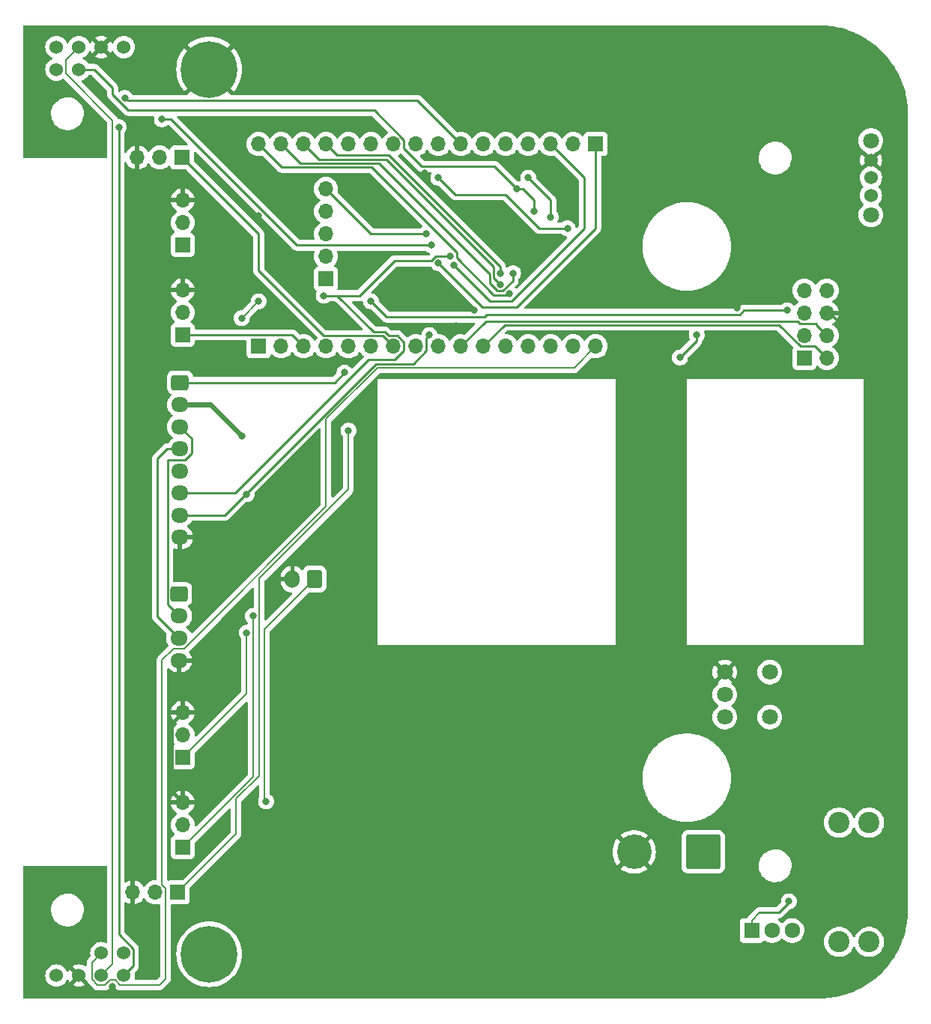
<source format=gbr>
%TF.GenerationSoftware,KiCad,Pcbnew,7.0.9*%
%TF.CreationDate,2024-12-19T20:14:40+09:00*%
%TF.ProjectId,04-PWR,30342d50-5752-42e6-9b69-6361645f7063,rev?*%
%TF.SameCoordinates,Original*%
%TF.FileFunction,Copper,L2,Bot*%
%TF.FilePolarity,Positive*%
%FSLAX46Y46*%
G04 Gerber Fmt 4.6, Leading zero omitted, Abs format (unit mm)*
G04 Created by KiCad (PCBNEW 7.0.9) date 2024-12-19 20:14:40*
%MOMM*%
%LPD*%
G01*
G04 APERTURE LIST*
G04 Aperture macros list*
%AMRoundRect*
0 Rectangle with rounded corners*
0 $1 Rounding radius*
0 $2 $3 $4 $5 $6 $7 $8 $9 X,Y pos of 4 corners*
0 Add a 4 corners polygon primitive as box body*
4,1,4,$2,$3,$4,$5,$6,$7,$8,$9,$2,$3,0*
0 Add four circle primitives for the rounded corners*
1,1,$1+$1,$2,$3*
1,1,$1+$1,$4,$5*
1,1,$1+$1,$6,$7*
1,1,$1+$1,$8,$9*
0 Add four rect primitives between the rounded corners*
20,1,$1+$1,$2,$3,$4,$5,0*
20,1,$1+$1,$4,$5,$6,$7,0*
20,1,$1+$1,$6,$7,$8,$9,0*
20,1,$1+$1,$8,$9,$2,$3,0*%
G04 Aperture macros list end*
%TA.AperFunction,ComponentPad*%
%ADD10C,0.800000*%
%TD*%
%TA.AperFunction,ComponentPad*%
%ADD11C,6.400000*%
%TD*%
%TA.AperFunction,ComponentPad*%
%ADD12C,1.800000*%
%TD*%
%TA.AperFunction,ComponentPad*%
%ADD13R,1.700000X1.700000*%
%TD*%
%TA.AperFunction,ComponentPad*%
%ADD14O,1.700000X1.700000*%
%TD*%
%TA.AperFunction,ComponentPad*%
%ADD15RoundRect,0.250000X-0.725000X0.600000X-0.725000X-0.600000X0.725000X-0.600000X0.725000X0.600000X0*%
%TD*%
%TA.AperFunction,ComponentPad*%
%ADD16O,1.950000X1.700000*%
%TD*%
%TA.AperFunction,ComponentPad*%
%ADD17C,2.400000*%
%TD*%
%TA.AperFunction,ComponentPad*%
%ADD18C,1.524000*%
%TD*%
%TA.AperFunction,ComponentPad*%
%ADD19RoundRect,0.250000X0.600000X0.750000X-0.600000X0.750000X-0.600000X-0.750000X0.600000X-0.750000X0*%
%TD*%
%TA.AperFunction,ComponentPad*%
%ADD20O,1.700000X2.000000*%
%TD*%
%TA.AperFunction,ComponentPad*%
%ADD21R,1.717500X1.800000*%
%TD*%
%TA.AperFunction,ComponentPad*%
%ADD22O,1.717500X1.800000*%
%TD*%
%TA.AperFunction,ComponentPad*%
%ADD23RoundRect,0.250002X1.699998X1.699998X-1.699998X1.699998X-1.699998X-1.699998X1.699998X-1.699998X0*%
%TD*%
%TA.AperFunction,ComponentPad*%
%ADD24C,3.900000*%
%TD*%
%TA.AperFunction,ViaPad*%
%ADD25C,0.800000*%
%TD*%
%TA.AperFunction,Conductor*%
%ADD26C,0.200000*%
%TD*%
%TA.AperFunction,Conductor*%
%ADD27C,0.250000*%
%TD*%
%TA.AperFunction,Conductor*%
%ADD28C,0.400000*%
%TD*%
%TA.AperFunction,Conductor*%
%ADD29C,0.600000*%
%TD*%
G04 APERTURE END LIST*
D10*
%TO.P,H1,1,1*%
%TO.N,VDD*%
X93600000Y-150000000D03*
X94302944Y-148302944D03*
X94302944Y-151697056D03*
X96000000Y-147600000D03*
D11*
X96000000Y-150000000D03*
D10*
X96000000Y-152400000D03*
X97697056Y-148302944D03*
X97697056Y-151697056D03*
X98400000Y-150000000D03*
%TD*%
D12*
%TO.P,SW2,*%
%TO.N,*%
X159385000Y-123190000D03*
X159385000Y-118110000D03*
%TO.P,SW2,1,A*%
%TO.N,GND*%
X154305000Y-118110000D03*
%TO.P,SW2,2,B*%
%TO.N,Net-(Q1-G)*%
X154305000Y-120650000D03*
%TO.P,SW2,3*%
%TO.N,N/C*%
X154305000Y-123190000D03*
%TD*%
D13*
%TO.P,M,1,PWM*%
%TO.N,ServoBasketRight*%
X92456000Y-143002000D03*
D14*
%TO.P,M,2,+*%
%TO.N,+5V*%
X89916000Y-143002000D03*
%TO.P,M,3,-*%
%TO.N,GND*%
X87376000Y-143002000D03*
%TD*%
D15*
%TO.P,J5,1,Pin_1*%
%TO.N,LoPSwitch*%
X92710000Y-85370000D03*
D16*
%TO.P,J5,2,Pin_2*%
%TO.N,+3V3*%
X92710000Y-87870000D03*
%TO.P,J5,3,Pin_3*%
%TO.N,OpenMV->MAIN*%
X92710000Y-90370000D03*
%TO.P,J5,4,Pin_4*%
%TO.N,MAIN->OpenMV*%
X92710000Y-92870000D03*
%TO.P,J5,5,Pin_5*%
%TO.N,+5V*%
X92710000Y-95370000D03*
%TO.P,J5,6,Pin_6*%
%TO.N,PWR->MAIN*%
X92710000Y-97870000D03*
%TO.P,J5,7,Pin_7*%
%TO.N,MAIN->PWR*%
X92710000Y-100370000D03*
%TO.P,J5,8,Pin_8*%
%TO.N,GND*%
X92710000Y-102870000D03*
%TD*%
D13*
%TO.P,M6,1,PWM*%
%TO.N,ServoHandRight*%
X93021000Y-137907000D03*
D14*
%TO.P,M6,2,+*%
%TO.N,+5V*%
X93021000Y-135367000D03*
%TO.P,M6,3,-*%
%TO.N,GND*%
X93021000Y-132827000D03*
%TD*%
D17*
%TO.P,F1,1*%
%TO.N,Net-(Q1-S)*%
X167210000Y-148590000D03*
X170610000Y-148590000D03*
%TO.P,F1,2*%
%TO.N,Net-(J8-Pin_1)*%
X167210000Y-135120000D03*
X170610000Y-135120000D03*
%TD*%
D18*
%TO.P,U2,1,3V3*%
%TO.N,+3V3*%
X86360000Y-47460000D03*
%TO.P,U2,2,GND*%
%TO.N,GND*%
X83820000Y-47460000D03*
%TO.P,U2,3,SCL*%
%TO.N,SCL*%
X81280000Y-47460000D03*
%TO.P,U2,4,SDA*%
%TO.N,SDA*%
X78740000Y-47460000D03*
%TO.P,U2,5,XSHUT*%
%TO.N,XSHUT1*%
X81280000Y-50000000D03*
%TO.P,U2,6,GPIO*%
%TO.N,unconnected-(U2-GPIO-Pad6)*%
X78740000Y-50000000D03*
%TD*%
D13*
%TO.P,J4,1,Pin_1*%
%TO.N,unconnected-(J4-Pin_1-Pad1)*%
X163285000Y-82590000D03*
D14*
%TO.P,J4,2,Pin_2*%
%TO.N,UART1_RX*%
X165825000Y-82590000D03*
%TO.P,J4,3,Pin_3*%
%TO.N,NRST*%
X163285000Y-80050000D03*
%TO.P,J4,4,Pin_4*%
%TO.N,UART1_TX*%
X165825000Y-80050000D03*
%TO.P,J4,5,Pin_5*%
%TO.N,BOOT0*%
X163285000Y-77510000D03*
%TO.P,J4,6,Pin_6*%
%TO.N,GND*%
X165825000Y-77510000D03*
%TO.P,J4,7,Pin_7*%
%TO.N,unconnected-(J4-Pin_7-Pad7)*%
X163285000Y-74970000D03*
%TO.P,J4,8,Pin_8*%
%TO.N,+3V3*%
X165825000Y-74970000D03*
%TD*%
D18*
%TO.P,U3,1,3V3*%
%TO.N,+3V3*%
X78740000Y-152400000D03*
%TO.P,U3,2,GND*%
%TO.N,GND*%
X81280000Y-152400000D03*
%TO.P,U3,3,SCL*%
%TO.N,SCL*%
X83820000Y-152400000D03*
%TO.P,U3,4,SDA*%
%TO.N,SDA*%
X86360000Y-152400000D03*
%TO.P,U3,5,XSHUT*%
%TO.N,XSHUT2*%
X83820000Y-149860000D03*
%TO.P,U3,6,GPIO*%
%TO.N,unconnected-(U3-GPIO-Pad6)*%
X86360000Y-149860000D03*
%TD*%
D13*
%TO.P,J2,1,Pin_1*%
%TO.N,Net-(J2-Pin_1)*%
X109220000Y-73660000D03*
D14*
%TO.P,J2,2,Pin_2*%
%TO.N,Net-(J2-Pin_2)*%
X109220000Y-71120000D03*
%TO.P,J2,3,Pin_3*%
%TO.N,Net-(J2-Pin_3)*%
X109220000Y-68580000D03*
%TO.P,J2,4,Pin_4*%
%TO.N,Net-(J2-Pin_4)*%
X109220000Y-66040000D03*
%TO.P,J2,5,Pin_5*%
%TO.N,Net-(J2-Pin_5)*%
X109220000Y-63500000D03*
%TD*%
D13*
%TO.P,M4,1,PWM*%
%TO.N,ServoArmRight*%
X93021000Y-127747000D03*
D14*
%TO.P,M4,2,+*%
%TO.N,+5V*%
X93021000Y-125207000D03*
%TO.P,M4,3,-*%
%TO.N,GND*%
X93021000Y-122667000D03*
%TD*%
D13*
%TO.P,M5,1,PWM*%
%TO.N,ServoHandLeft*%
X93021000Y-69835000D03*
D14*
%TO.P,M5,2,+*%
%TO.N,+5V*%
X93021000Y-67295000D03*
%TO.P,M5,3,-*%
%TO.N,GND*%
X93021000Y-64755000D03*
%TD*%
D19*
%TO.P,J7,1,Pin_1*%
%TO.N,VDD*%
X107930000Y-107590000D03*
D20*
%TO.P,J7,2,Pin_2*%
%TO.N,GND*%
X105430000Y-107590000D03*
%TD*%
D15*
%TO.P,J6,1,Pin_1*%
%TO.N,+5V*%
X92604000Y-109280000D03*
D16*
%TO.P,J6,2,Pin_2*%
%TO.N,OpenMV->MAIN*%
X92604000Y-111780000D03*
%TO.P,J6,3,Pin_3*%
%TO.N,MAIN->OpenMV*%
X92604000Y-114280000D03*
%TO.P,J6,4,Pin_4*%
%TO.N,GND*%
X92604000Y-116780000D03*
%TD*%
D21*
%TO.P,Q1,1,G*%
%TO.N,Net-(Q1-G)*%
X157345000Y-147320000D03*
D22*
%TO.P,Q1,2,D*%
%TO.N,VDD*%
X159635000Y-147320000D03*
%TO.P,Q1,3,S*%
%TO.N,Net-(Q1-S)*%
X161925000Y-147320000D03*
%TD*%
D13*
%TO.P,J3,1,Pin_1*%
%TO.N,ServoHandLeft*%
X101600000Y-81280000D03*
D14*
%TO.P,J3,2,Pin_2*%
%TO.N,ServoHandRight*%
X104140000Y-81280000D03*
%TO.P,J3,3,Pin_3*%
%TO.N,ServoArmLeft*%
X106680000Y-81280000D03*
%TO.P,J3,4,Pin_4*%
%TO.N,ServoArmRight*%
X109220000Y-81280000D03*
%TO.P,J3,5,Pin_5*%
%TO.N,Net-(J3-Pin_5)*%
X111760000Y-81280000D03*
%TO.P,J3,6,Pin_6*%
%TO.N,Net-(J3-Pin_6)*%
X114300000Y-81280000D03*
%TO.P,J3,7,Pin_7*%
%TO.N,ServoBasketLeft*%
X116840000Y-81280000D03*
%TO.P,J3,8,Pin_8*%
%TO.N,ServoBasketRight*%
X119380000Y-81280000D03*
%TO.P,J3,9,Pin_9*%
%TO.N,Net-(J3-Pin_9)*%
X121920000Y-81280000D03*
%TO.P,J3,10,Pin_10*%
%TO.N,UART1_TX*%
X124460000Y-81280000D03*
%TO.P,J3,11,Pin_11*%
%TO.N,UART1_RX*%
X127000000Y-81280000D03*
%TO.P,J3,12,Pin_12*%
%TO.N,Net-(J3-Pin_12)*%
X129540000Y-81280000D03*
%TO.P,J3,13,Pin_13*%
%TO.N,Net-(J3-Pin_13)*%
X132080000Y-81280000D03*
%TO.P,J3,14,Pin_14*%
%TO.N,Net-(J3-Pin_14)*%
X134620000Y-81280000D03*
%TO.P,J3,15,Pin_15*%
%TO.N,XSHUT1*%
X137160000Y-81280000D03*
%TO.P,J3,16,Pin_16*%
%TO.N,XSHUT2*%
X139700000Y-81280000D03*
%TD*%
D13*
%TO.P,M3,1,PWM*%
%TO.N,ServoArmLeft*%
X93021000Y-79995000D03*
D14*
%TO.P,M3,2,+*%
%TO.N,+5V*%
X93021000Y-77455000D03*
%TO.P,M3,3,-*%
%TO.N,GND*%
X93021000Y-74915000D03*
%TD*%
D23*
%TO.P,J8,1,Pin_1*%
%TO.N,Net-(J8-Pin_1)*%
X151855000Y-138430000D03*
D24*
%TO.P,J8,2,Pin_2*%
%TO.N,GND*%
X144055000Y-138430000D03*
%TD*%
D13*
%TO.P,J1,1,Pin_1*%
%TO.N,Net-(J1-Pin_1)*%
X139700000Y-58420000D03*
D14*
%TO.P,J1,2,Pin_2*%
%TO.N,Net-(J1-Pin_2)*%
X137160000Y-58420000D03*
%TO.P,J1,3,Pin_3*%
%TO.N,Net-(J1-Pin_3)*%
X134620000Y-58420000D03*
%TO.P,J1,4,Pin_4*%
%TO.N,Net-(J1-Pin_4)*%
X132080000Y-58420000D03*
%TO.P,J1,5,Pin_5*%
%TO.N,Net-(J1-Pin_5)*%
X129540000Y-58420000D03*
%TO.P,J1,6,Pin_6*%
%TO.N,Net-(J1-Pin_6)*%
X127000000Y-58420000D03*
%TO.P,J1,7,Pin_7*%
%TO.N,SCL*%
X124460000Y-58420000D03*
%TO.P,J1,8,Pin_8*%
%TO.N,SDA*%
X121920000Y-58420000D03*
%TO.P,J1,9,Pin_9*%
%TO.N,Net-(J1-Pin_9)*%
X119380000Y-58420000D03*
%TO.P,J1,10,Pin_10*%
%TO.N,Net-(J1-Pin_10)*%
X116840000Y-58420000D03*
%TO.P,J1,11,Pin_11*%
%TO.N,PWR->MAIN*%
X114300000Y-58420000D03*
%TO.P,J1,12,Pin_12*%
%TO.N,MAIN->PWR*%
X111760000Y-58420000D03*
%TO.P,J1,13,Pin_13*%
%TO.N,Net-(J1-Pin_13)*%
X109220000Y-58420000D03*
%TO.P,J1,14,Pin_14*%
%TO.N,Net-(J1-Pin_14)*%
X106680000Y-58420000D03*
%TO.P,J1,15,Pin_15*%
%TO.N,Net-(J1-Pin_15)*%
X104140000Y-58420000D03*
%TO.P,J1,16,Pin_16*%
%TO.N,Net-(J1-Pin_16)*%
X101600000Y-58420000D03*
%TD*%
D10*
%TO.P,H2,1,1*%
%TO.N,GND*%
X93600000Y-50000000D03*
X94302944Y-48302944D03*
X94302944Y-51697056D03*
X96000000Y-47600000D03*
D11*
X96000000Y-50000000D03*
D10*
X96000000Y-52400000D03*
X97697056Y-48302944D03*
X97697056Y-51697056D03*
X98400000Y-50000000D03*
%TD*%
D12*
%TO.P,SW1,*%
%TO.N,*%
X170815000Y-66430000D03*
X170815000Y-58030000D03*
D18*
%TO.P,SW1,1,A*%
%TO.N,+3V3*%
X170815000Y-64230000D03*
%TO.P,SW1,2,B*%
%TO.N,LoPSwitch*%
X170815000Y-62230000D03*
%TO.P,SW1,3,C*%
%TO.N,GND*%
X170815000Y-60230000D03*
%TD*%
D13*
%TO.P,M1,1,PWM*%
%TO.N,ServoBasketLeft*%
X92964000Y-59944000D03*
D14*
%TO.P,M1,2,+*%
%TO.N,+5V*%
X90424000Y-59944000D03*
%TO.P,M1,3,-*%
%TO.N,GND*%
X87884000Y-59944000D03*
%TD*%
D25*
%TO.N,VDD*%
X102442516Y-132715000D03*
%TO.N,GND*%
X87122000Y-56642000D03*
X152908000Y-75946000D03*
X151130000Y-82550000D03*
X96774000Y-57150000D03*
X161163000Y-75311000D03*
X125984000Y-77216000D03*
X173990000Y-123698000D03*
X88138000Y-50800000D03*
X112268000Y-137160000D03*
X103378000Y-110490000D03*
X98552000Y-124714000D03*
X115570000Y-74422000D03*
X106426000Y-65278000D03*
X106426000Y-68580000D03*
X140208000Y-69342000D03*
X107950000Y-91948000D03*
X120396000Y-61722000D03*
X89662000Y-52324000D03*
X160782000Y-72136000D03*
X102616000Y-75184000D03*
X139700000Y-52832000D03*
X76454000Y-50038000D03*
X136398000Y-62230000D03*
X104648000Y-67056000D03*
X103378000Y-114046000D03*
X143002000Y-60198000D03*
X157988000Y-80010000D03*
X103505000Y-102870000D03*
X88646000Y-151892000D03*
X110490000Y-97028000D03*
X173482000Y-64262000D03*
X173482000Y-78232000D03*
X100838000Y-46228000D03*
X103886000Y-76962000D03*
X110490000Y-90170000D03*
X136906000Y-129794000D03*
X138176000Y-71628000D03*
X123444000Y-125222000D03*
X113284000Y-76962000D03*
X82296000Y-58420000D03*
X143764000Y-75946000D03*
X82296000Y-153924000D03*
X120650000Y-125222000D03*
X101600000Y-66548000D03*
X113792000Y-86868000D03*
X113792000Y-114300000D03*
X165354000Y-46990000D03*
X131064000Y-67310000D03*
X148590000Y-58928000D03*
X109728000Y-124206000D03*
X103632000Y-125730000D03*
X84074000Y-145796000D03*
X100076000Y-74676000D03*
X102870000Y-69088000D03*
X84074000Y-56388000D03*
X123952000Y-78994000D03*
X108966000Y-83820000D03*
X85090000Y-153670000D03*
X126492000Y-123190000D03*
X102870000Y-72136000D03*
X102616000Y-78486000D03*
X111506000Y-63246000D03*
X115824000Y-65532000D03*
X98552000Y-127000000D03*
X135128000Y-139954000D03*
X136906000Y-122682000D03*
X140970000Y-62230000D03*
X170942000Y-116332000D03*
X112268000Y-73406000D03*
X160782000Y-82296000D03*
X152654000Y-80010000D03*
X114046000Y-122682000D03*
X135636000Y-69342000D03*
X147955000Y-80010000D03*
X155702000Y-76962000D03*
X82296000Y-51308000D03*
X133604000Y-125984000D03*
X103124000Y-65278000D03*
X149606000Y-116332000D03*
X113030000Y-65532000D03*
X90678000Y-154432000D03*
X105918000Y-62230000D03*
X115316000Y-71628000D03*
X106426000Y-75438000D03*
X114300000Y-126746000D03*
X99060000Y-67818000D03*
X167640000Y-78994000D03*
X86868000Y-145542000D03*
X168402000Y-59182000D03*
X75946000Y-46736000D03*
X120142000Y-137160000D03*
X119888000Y-115570000D03*
X100584000Y-52324000D03*
X110236000Y-76708000D03*
%TO.N,+3V3*%
X99695000Y-91440000D03*
X90678000Y-55626000D03*
X121158000Y-69850000D03*
%TO.N,LoPSwitch*%
X111319799Y-84260201D03*
X151130000Y-80010000D03*
X149225000Y-82550000D03*
%TO.N,PWR->MAIN*%
X108966000Y-75559500D03*
X123279500Y-71113013D03*
%TO.N,MAIN->PWR*%
X100265500Y-98000262D03*
X120904000Y-80010000D03*
X101600000Y-76200000D03*
X99695000Y-78105000D03*
%TO.N,XSHUT2*%
X132080000Y-62230000D03*
X134620000Y-66675000D03*
%TO.N,XSHUT1*%
X130810000Y-63500000D03*
X132715000Y-66040000D03*
%TO.N,ServoArmRight*%
X100265000Y-113665000D03*
%TO.N,ServoBasketRight*%
X111760000Y-90805000D03*
%TO.N,ServoHandRight*%
X100965000Y-111760000D03*
%TO.N,SCL*%
X86491299Y-53208701D03*
%TO.N,SDA*%
X85799500Y-56515000D03*
%TO.N,Net-(Q1-G)*%
X161544000Y-144018000D03*
%TO.N,NRST*%
X114300000Y-76200000D03*
X161351000Y-77216000D03*
%TO.N,BOOT0*%
X136525000Y-67945000D03*
X121920000Y-62230000D03*
%TO.N,Net-(J1-Pin_1)*%
X121924299Y-71886299D03*
%TO.N,Net-(J1-Pin_3)*%
X123715500Y-72136000D03*
%TO.N,Net-(J1-Pin_13)*%
X128905000Y-73025000D03*
%TO.N,Net-(J1-Pin_14)*%
X128905000Y-74295000D03*
%TO.N,Net-(J1-Pin_15)*%
X130354500Y-73025000D03*
%TO.N,Net-(J1-Pin_16)*%
X129980201Y-75370201D03*
%TO.N,Net-(J2-Pin_5)*%
X120560500Y-68580000D03*
%TD*%
D26*
%TO.N,VDD*%
X102235000Y-132507484D02*
X102235000Y-113285000D01*
X102442516Y-132715000D02*
X102235000Y-132507484D01*
X102235000Y-113285000D02*
X107930000Y-107590000D01*
D27*
%TO.N,GND*%
X165825000Y-77510000D02*
X166156000Y-77510000D01*
X123444000Y-125222000D02*
X120650000Y-125222000D01*
D28*
X91771000Y-123917000D02*
X91771000Y-131577000D01*
D27*
X166156000Y-77510000D02*
X167640000Y-78994000D01*
D28*
X93021000Y-122667000D02*
X91771000Y-123917000D01*
X91771000Y-131577000D02*
X93021000Y-132827000D01*
D27*
%TO.N,+3V3*%
X91703305Y-55626000D02*
X90678000Y-55626000D01*
D29*
X99695000Y-91440000D02*
X96125000Y-87870000D01*
D27*
X121158000Y-69850000D02*
X105927305Y-69850000D01*
X105927305Y-69850000D02*
X91703305Y-55626000D01*
D29*
X96125000Y-87870000D02*
X92710000Y-87870000D01*
D27*
%TO.N,LoPSwitch*%
X111319799Y-84260201D02*
X110210000Y-85370000D01*
X110210000Y-85370000D02*
X92710000Y-85370000D01*
X149225000Y-82550000D02*
X151130000Y-80645000D01*
X151130000Y-80645000D02*
X151130000Y-80010000D01*
%TO.N,OpenMV->MAIN*%
X93250701Y-94116000D02*
X94010000Y-93356701D01*
X91304000Y-94116000D02*
X93250701Y-94116000D01*
X92604000Y-111780000D02*
X91304000Y-110480000D01*
X94010000Y-91670000D02*
X92710000Y-90370000D01*
X94010000Y-93356701D02*
X94010000Y-91670000D01*
X91304000Y-110480000D02*
X91304000Y-94116000D01*
%TO.N,MAIN->OpenMV*%
X90170000Y-111846000D02*
X92604000Y-114280000D01*
X91280000Y-92870000D02*
X90170000Y-93980000D01*
X92710000Y-92870000D02*
X91280000Y-92870000D01*
X90170000Y-93980000D02*
X90170000Y-111846000D01*
%TO.N,PWR->MAIN*%
X117326701Y-80105000D02*
X118015000Y-80793299D01*
X114580000Y-79655000D02*
X115851396Y-79655000D01*
X116967000Y-71628000D02*
X121158000Y-71628000D01*
X116301396Y-80105000D02*
X117326701Y-80105000D01*
X108966000Y-75559500D02*
X110484500Y-75559500D01*
X98980000Y-97870000D02*
X92710000Y-97870000D01*
X114046000Y-82804000D02*
X98980000Y-97870000D01*
X116977701Y-82804000D02*
X114046000Y-82804000D01*
X110484500Y-75559500D02*
X114580000Y-79655000D01*
X115851396Y-79655000D02*
X116301396Y-80105000D01*
X118015000Y-80793299D02*
X118015000Y-81766701D01*
X121672987Y-71113013D02*
X123279500Y-71113013D01*
X113035500Y-75559500D02*
X116967000Y-71628000D01*
X118015000Y-81766701D02*
X116977701Y-82804000D01*
X108966000Y-75559500D02*
X113035500Y-75559500D01*
X121158000Y-71628000D02*
X121672987Y-71113013D01*
%TO.N,MAIN->PWR*%
X120904000Y-80010000D02*
X120555000Y-80359000D01*
D26*
X101600000Y-76200000D02*
X99695000Y-78105000D01*
D27*
X120555000Y-81766701D02*
X119067701Y-83254000D01*
X120555000Y-80359000D02*
X120555000Y-81766701D01*
X97750000Y-100370000D02*
X92710000Y-100370000D01*
X114866000Y-83254000D02*
X97750000Y-100370000D01*
X119067701Y-83254000D02*
X114866000Y-83254000D01*
D26*
%TO.N,XSHUT2*%
X83820000Y-149860000D02*
X82758000Y-150922000D01*
D27*
X132080000Y-62230000D02*
X134620000Y-64770000D01*
D26*
X93205346Y-115430000D02*
X109220000Y-99415346D01*
X85920105Y-153462000D02*
X90378000Y-153462000D01*
X84813895Y-152908000D02*
X85366105Y-152908000D01*
D27*
X134620000Y-64770000D02*
X134620000Y-66675000D01*
D26*
X91066000Y-152774000D02*
X91066000Y-142525654D01*
X82758000Y-150922000D02*
X82758000Y-152839895D01*
X109220000Y-89501040D02*
X115042040Y-83679000D01*
X90678000Y-142137654D02*
X90678000Y-116754654D01*
X90378000Y-153462000D02*
X91066000Y-152774000D01*
X115042040Y-83679000D02*
X137301000Y-83679000D01*
X91066000Y-142525654D02*
X90678000Y-142137654D01*
X83380105Y-153462000D02*
X84259895Y-153462000D01*
X137301000Y-83679000D02*
X139700000Y-81280000D01*
X85366105Y-152908000D02*
X85920105Y-153462000D01*
X109220000Y-99415346D02*
X109220000Y-89501040D01*
X84259895Y-153462000D02*
X84813895Y-152908000D01*
X82758000Y-152839895D02*
X83380105Y-153462000D01*
X92002654Y-115430000D02*
X93205346Y-115430000D01*
X90678000Y-116754654D02*
X92002654Y-115430000D01*
D27*
%TO.N,XSHUT1*%
X130810000Y-63500000D02*
X131445000Y-63500000D01*
X118015000Y-58906701D02*
X118015000Y-57933299D01*
X114691701Y-54610000D02*
X86867293Y-54610000D01*
X83020000Y-50000000D02*
X81280000Y-50000000D01*
X85090000Y-52070000D02*
X83020000Y-50000000D01*
X118015000Y-57933299D02*
X114691701Y-54610000D01*
X131445000Y-63500000D02*
X132715000Y-64770000D01*
X85090000Y-52832707D02*
X85090000Y-52070000D01*
X86867293Y-54610000D02*
X85090000Y-52832707D01*
X128270000Y-60960000D02*
X120068299Y-60960000D01*
X120068299Y-60960000D02*
X118015000Y-58906701D01*
X132715000Y-64770000D02*
X132715000Y-66040000D01*
X130810000Y-63500000D02*
X128270000Y-60960000D01*
D26*
%TO.N,ServoArmRight*%
X100265000Y-113665000D02*
X100265000Y-120503000D01*
X100265000Y-120503000D02*
X93021000Y-127747000D01*
D27*
%TO.N,ServoArmLeft*%
X93021000Y-79995000D02*
X105395000Y-79995000D01*
X105395000Y-79995000D02*
X106680000Y-81280000D01*
D26*
%TO.N,ServoBasketRight*%
X99060000Y-132433686D02*
X99060000Y-136398000D01*
X101665000Y-107536031D02*
X101665000Y-129828686D01*
X99060000Y-136398000D02*
X92456000Y-143002000D01*
X101665000Y-129828686D02*
X99060000Y-132433686D01*
X111760000Y-90805000D02*
X111760000Y-97441031D01*
X111760000Y-97441031D02*
X101665000Y-107536031D01*
D27*
%TO.N,ServoBasketLeft*%
X115665000Y-80105000D02*
X108970000Y-80105000D01*
X116840000Y-81280000D02*
X115665000Y-80105000D01*
X101600000Y-68580000D02*
X92964000Y-59944000D01*
X108970000Y-80105000D02*
X101600000Y-72735000D01*
X101600000Y-72735000D02*
X101600000Y-68580000D01*
D26*
%TO.N,ServoHandRight*%
X93021000Y-137907000D02*
X100965000Y-129963000D01*
X100965000Y-129963000D02*
X100965000Y-111760000D01*
D27*
%TO.N,SCL*%
X119565000Y-53525000D02*
X124460000Y-58420000D01*
D26*
X85100000Y-151120000D02*
X85100000Y-55737895D01*
X79802000Y-48938000D02*
X81280000Y-47460000D01*
D27*
X86807598Y-53525000D02*
X119565000Y-53525000D01*
D26*
X83820000Y-152400000D02*
X85100000Y-151120000D01*
X85100000Y-55737895D02*
X79802000Y-50439895D01*
D27*
X86491299Y-53208701D02*
X86807598Y-53525000D01*
D26*
X79802000Y-50439895D02*
X79802000Y-48938000D01*
D27*
%TO.N,SDA*%
X85799500Y-147762249D02*
X87447000Y-149409749D01*
X85799500Y-56515000D02*
X85799500Y-147762249D01*
X87447000Y-151313000D02*
X86360000Y-152400000D01*
X87447000Y-149409749D02*
X87447000Y-151313000D01*
D26*
%TO.N,Net-(Q1-G)*%
X157345000Y-146185000D02*
X158242000Y-145288000D01*
D27*
X158242000Y-145288000D02*
X160397000Y-145288000D01*
D26*
X157345000Y-147320000D02*
X157345000Y-146185000D01*
D27*
X160397000Y-145288000D02*
X161544000Y-144141000D01*
X161544000Y-144141000D02*
X161544000Y-144018000D01*
%TO.N,NRST*%
X127416604Y-77687000D02*
X156002305Y-77687000D01*
X116078000Y-77978000D02*
X127125604Y-77978000D01*
X156002305Y-77687000D02*
X156473305Y-77216000D01*
X114300000Y-76200000D02*
X116078000Y-77978000D01*
X156473305Y-77216000D02*
X161351000Y-77216000D01*
X127125604Y-77978000D02*
X127416604Y-77687000D01*
%TO.N,BOOT0*%
X129540000Y-64135000D02*
X123825000Y-64135000D01*
X123825000Y-64135000D02*
X121920000Y-62230000D01*
X136525000Y-67945000D02*
X133350000Y-67945000D01*
X133350000Y-67945000D02*
X129540000Y-64135000D01*
X162727695Y-77978000D02*
X162817000Y-77978000D01*
X162724695Y-77975000D02*
X162727695Y-77978000D01*
X162817000Y-77978000D02*
X163285000Y-77510000D01*
%TO.N,UART1_TX*%
X164650000Y-78685000D02*
X162798299Y-78685000D01*
X164650000Y-78875000D02*
X165825000Y-80050000D01*
X162538299Y-78425000D02*
X127315000Y-78425000D01*
X162798299Y-78685000D02*
X162538299Y-78425000D01*
X164650000Y-78685000D02*
X164650000Y-78875000D01*
X127315000Y-78425000D02*
X124460000Y-81280000D01*
%TO.N,UART1_RX*%
X162853299Y-81280000D02*
X160448299Y-78875000D01*
X160448299Y-78875000D02*
X129405000Y-78875000D01*
X162853299Y-81280000D02*
X164515000Y-81280000D01*
X164515000Y-81280000D02*
X165825000Y-82590000D01*
X129405000Y-78875000D02*
X127000000Y-81280000D01*
%TO.N,Net-(J1-Pin_1)*%
X139700000Y-67945000D02*
X130810000Y-76835000D01*
X139700000Y-58420000D02*
X139700000Y-67945000D01*
X126873000Y-76835000D02*
X121924299Y-71886299D01*
X130810000Y-76835000D02*
X126873000Y-76835000D01*
%TO.N,Net-(J1-Pin_3)*%
X138430000Y-67945000D02*
X138430000Y-62230000D01*
X123715500Y-72136000D02*
X127779500Y-76200000D01*
X127779500Y-76200000D02*
X130175000Y-76200000D01*
X138430000Y-62230000D02*
X134620000Y-58420000D01*
X130175000Y-76200000D02*
X138430000Y-67945000D01*
%TO.N,Net-(J1-Pin_13)*%
X116332000Y-59690000D02*
X110490000Y-59690000D01*
X110490000Y-59690000D02*
X109220000Y-58420000D01*
X128905000Y-72263000D02*
X116332000Y-59690000D01*
X128905000Y-73025000D02*
X128905000Y-72263000D01*
%TO.N,Net-(J1-Pin_14)*%
X128180000Y-73570000D02*
X128180000Y-72300000D01*
X128905000Y-74295000D02*
X128180000Y-73570000D01*
X116020000Y-60140000D02*
X108400000Y-60140000D01*
X108400000Y-60140000D02*
X106680000Y-58420000D01*
X128180000Y-72300000D02*
X116020000Y-60140000D01*
%TO.N,Net-(J1-Pin_15)*%
X127730000Y-74145305D02*
X127730000Y-73120000D01*
X127730000Y-73120000D02*
X115200000Y-60590000D01*
X130354500Y-73025000D02*
X130354500Y-73870805D01*
X129205305Y-75020000D02*
X128604695Y-75020000D01*
X130354500Y-73870805D02*
X129205305Y-75020000D01*
X106310000Y-60590000D02*
X104140000Y-58420000D01*
X115200000Y-60590000D02*
X106310000Y-60590000D01*
X128604695Y-75020000D02*
X127730000Y-74145305D01*
%TO.N,Net-(J1-Pin_16)*%
X129980201Y-75370201D02*
X129880402Y-75470000D01*
X114380000Y-61040000D02*
X104220000Y-61040000D01*
X129880402Y-75470000D02*
X128175000Y-75470000D01*
X104220000Y-61040000D02*
X101600000Y-58420000D01*
X124004500Y-71299500D02*
X124004500Y-70664500D01*
X124004500Y-70664500D02*
X114380000Y-61040000D01*
X128175000Y-75470000D02*
X124004500Y-71299500D01*
%TO.N,Net-(J2-Pin_5)*%
X114300000Y-68580000D02*
X109220000Y-63500000D01*
X120560500Y-68580000D02*
X114300000Y-68580000D01*
%TD*%
%TA.AperFunction,Conductor*%
%TO.N,GND*%
G36*
X165413711Y-45013001D02*
G01*
X165605829Y-45019039D01*
X165609416Y-45019258D01*
X165957743Y-45050911D01*
X166219286Y-45075634D01*
X166222719Y-45076058D01*
X166554824Y-45126603D01*
X166828084Y-45169884D01*
X166831305Y-45170484D01*
X167153925Y-45239738D01*
X167429860Y-45301418D01*
X167432954Y-45302194D01*
X167747653Y-45389924D01*
X168022409Y-45469748D01*
X168025298Y-45470666D01*
X168232638Y-45542215D01*
X168332236Y-45576584D01*
X168603414Y-45674214D01*
X168606118Y-45675259D01*
X168904917Y-45799026D01*
X169064934Y-45868271D01*
X169171985Y-45914597D01*
X169463228Y-46056404D01*
X169607010Y-46129664D01*
X169723305Y-46188919D01*
X170004901Y-46347740D01*
X170256681Y-46496642D01*
X170527784Y-46671923D01*
X170660051Y-46761812D01*
X170770073Y-46836583D01*
X171029823Y-47027710D01*
X171261545Y-47207452D01*
X171500541Y-47406630D01*
X171509110Y-47413772D01*
X171729232Y-47607836D01*
X171963810Y-47828653D01*
X172171346Y-48036189D01*
X172392163Y-48270767D01*
X172586227Y-48490889D01*
X172603604Y-48511740D01*
X172792539Y-48738445D01*
X172972275Y-48970158D01*
X173046018Y-49070377D01*
X173163416Y-49229926D01*
X173232505Y-49331588D01*
X173328086Y-49472231D01*
X173421177Y-49616212D01*
X173503351Y-49743308D01*
X173652267Y-49995111D01*
X173811075Y-50276684D01*
X173943595Y-50536771D01*
X174085402Y-50828014D01*
X174200971Y-51095077D01*
X174324736Y-51393874D01*
X174325790Y-51396599D01*
X174423415Y-51667763D01*
X174529329Y-51974692D01*
X174530259Y-51977619D01*
X174610084Y-52252375D01*
X174697800Y-52567031D01*
X174698584Y-52570155D01*
X174760274Y-52846137D01*
X174829506Y-53168655D01*
X174830124Y-53171969D01*
X174873418Y-53445318D01*
X174923935Y-53777239D01*
X174924366Y-53780734D01*
X174949095Y-54042332D01*
X174980737Y-54390540D01*
X174980961Y-54394204D01*
X174987004Y-54586494D01*
X174999500Y-55000000D01*
X174999500Y-145000000D01*
X174987004Y-145413505D01*
X174980961Y-145605794D01*
X174980737Y-145609458D01*
X174949095Y-145957667D01*
X174924366Y-146219264D01*
X174923935Y-146222759D01*
X174873418Y-146554681D01*
X174830124Y-146828029D01*
X174829506Y-146831343D01*
X174760274Y-147153862D01*
X174698584Y-147429843D01*
X174697800Y-147432967D01*
X174610083Y-147747624D01*
X174530259Y-148022379D01*
X174529329Y-148025306D01*
X174423415Y-148332236D01*
X174325790Y-148603399D01*
X174324736Y-148606124D01*
X174200971Y-148904922D01*
X174085402Y-149171985D01*
X173943595Y-149463228D01*
X173811075Y-149723315D01*
X173652267Y-150004888D01*
X173503351Y-150256691D01*
X173328087Y-150527768D01*
X173163416Y-150770073D01*
X172972284Y-151029830D01*
X172792534Y-151261561D01*
X172586227Y-151509110D01*
X172392163Y-151729232D01*
X172171346Y-151963810D01*
X171963810Y-152171346D01*
X171729232Y-152392163D01*
X171509110Y-152586227D01*
X171261561Y-152792534D01*
X171117579Y-152904219D01*
X171029830Y-152972284D01*
X170770073Y-153163416D01*
X170527768Y-153328087D01*
X170256691Y-153503351D01*
X170004888Y-153652267D01*
X169723315Y-153811075D01*
X169463228Y-153943595D01*
X169171985Y-154085402D01*
X168904922Y-154200971D01*
X168606124Y-154324736D01*
X168603399Y-154325790D01*
X168332236Y-154423415D01*
X168025306Y-154529329D01*
X168022379Y-154530259D01*
X167747624Y-154610083D01*
X167432967Y-154697800D01*
X167429843Y-154698584D01*
X167153862Y-154760274D01*
X166831343Y-154829506D01*
X166828029Y-154830124D01*
X166554681Y-154873418D01*
X166222759Y-154923935D01*
X166219264Y-154924366D01*
X165957667Y-154949095D01*
X165609458Y-154980737D01*
X165605794Y-154980961D01*
X165413505Y-154987004D01*
X165000000Y-154999500D01*
X75124500Y-154999500D01*
X75057461Y-154979815D01*
X75011706Y-154927011D01*
X75000500Y-154875500D01*
X75000500Y-145067763D01*
X78145787Y-145067763D01*
X78175413Y-145337013D01*
X78175415Y-145337024D01*
X78243926Y-145599082D01*
X78243928Y-145599088D01*
X78349870Y-145848390D01*
X78490979Y-146079605D01*
X78490986Y-146079615D01*
X78664253Y-146287819D01*
X78664259Y-146287824D01*
X78758335Y-146372116D01*
X78865998Y-146468582D01*
X79091910Y-146618044D01*
X79337176Y-146733020D01*
X79337183Y-146733022D01*
X79337185Y-146733023D01*
X79596557Y-146811057D01*
X79596564Y-146811058D01*
X79596569Y-146811060D01*
X79864561Y-146850500D01*
X79864566Y-146850500D01*
X80067636Y-146850500D01*
X80119133Y-146846730D01*
X80270156Y-146835677D01*
X80419272Y-146802460D01*
X80534546Y-146776782D01*
X80534548Y-146776781D01*
X80534553Y-146776780D01*
X80787558Y-146680014D01*
X81023777Y-146547441D01*
X81238177Y-146381888D01*
X81426186Y-146186881D01*
X81583799Y-145966579D01*
X81664359Y-145809888D01*
X81707649Y-145725690D01*
X81707651Y-145725684D01*
X81707656Y-145725675D01*
X81795118Y-145469305D01*
X81844319Y-145202933D01*
X81854212Y-144932235D01*
X81824586Y-144662982D01*
X81756072Y-144400912D01*
X81650130Y-144151610D01*
X81509018Y-143920390D01*
X81491936Y-143899864D01*
X81335746Y-143712180D01*
X81335740Y-143712175D01*
X81134002Y-143531418D01*
X80908092Y-143381957D01*
X80908090Y-143381956D01*
X80662824Y-143266980D01*
X80662819Y-143266978D01*
X80662814Y-143266976D01*
X80403442Y-143188942D01*
X80403428Y-143188939D01*
X80287791Y-143171921D01*
X80135439Y-143149500D01*
X79932369Y-143149500D01*
X79932364Y-143149500D01*
X79729844Y-143164323D01*
X79729831Y-143164325D01*
X79465453Y-143223217D01*
X79465446Y-143223220D01*
X79212439Y-143319987D01*
X78976226Y-143452557D01*
X78976224Y-143452558D01*
X78976223Y-143452559D01*
X78913893Y-143500688D01*
X78761822Y-143618112D01*
X78573822Y-143813109D01*
X78573816Y-143813116D01*
X78416202Y-144033419D01*
X78416199Y-144033424D01*
X78292350Y-144274309D01*
X78292343Y-144274327D01*
X78204884Y-144530685D01*
X78204881Y-144530699D01*
X78155681Y-144797068D01*
X78155680Y-144797075D01*
X78145787Y-145067763D01*
X75000500Y-145067763D01*
X75000500Y-140124500D01*
X75020185Y-140057461D01*
X75072989Y-140011706D01*
X75124500Y-140000500D01*
X84375500Y-140000500D01*
X84442539Y-140020185D01*
X84488294Y-140072989D01*
X84499500Y-140124500D01*
X84499500Y-148589200D01*
X84479815Y-148656239D01*
X84427011Y-148701994D01*
X84357853Y-148711938D01*
X84323096Y-148701582D01*
X84253456Y-148669108D01*
X84253445Y-148669104D01*
X84040070Y-148611930D01*
X84040062Y-148611929D01*
X83820002Y-148592677D01*
X83819998Y-148592677D01*
X83599937Y-148611929D01*
X83599929Y-148611930D01*
X83386554Y-148669104D01*
X83386548Y-148669107D01*
X83186340Y-148762465D01*
X83186338Y-148762466D01*
X83005377Y-148889175D01*
X82849175Y-149045377D01*
X82722466Y-149226338D01*
X82722465Y-149226340D01*
X82629107Y-149426548D01*
X82629104Y-149426554D01*
X82571930Y-149639929D01*
X82571929Y-149639937D01*
X82552677Y-149859997D01*
X82552677Y-149860002D01*
X82571929Y-150080062D01*
X82571932Y-150080076D01*
X82591178Y-150151906D01*
X82589515Y-150221755D01*
X82559084Y-150271679D01*
X82364096Y-150466668D01*
X82357994Y-150472019D01*
X82329716Y-150493719D01*
X82251646Y-150595463D01*
X82233464Y-150619159D01*
X82233461Y-150619163D01*
X82172957Y-150765234D01*
X82172955Y-150765239D01*
X82152318Y-150921998D01*
X82152318Y-150921999D01*
X82156969Y-150957326D01*
X82157500Y-150965428D01*
X82157500Y-151235612D01*
X82137815Y-151302651D01*
X82085011Y-151348406D01*
X82015853Y-151358350D01*
X81962377Y-151337187D01*
X81913415Y-151302903D01*
X81913407Y-151302899D01*
X81713284Y-151209580D01*
X81713270Y-151209575D01*
X81499986Y-151152426D01*
X81499976Y-151152424D01*
X81280001Y-151133179D01*
X81279999Y-151133179D01*
X81060023Y-151152424D01*
X81060013Y-151152426D01*
X80846729Y-151209575D01*
X80846720Y-151209579D01*
X80646586Y-151302903D01*
X80581812Y-151348257D01*
X80581811Y-151348258D01*
X81252553Y-152019000D01*
X81248431Y-152019000D01*
X81154579Y-152034661D01*
X81042749Y-152095180D01*
X80956629Y-152188731D01*
X80905552Y-152305177D01*
X80899894Y-152373447D01*
X80228258Y-151701811D01*
X80228257Y-151701812D01*
X80182903Y-151766586D01*
X80122658Y-151895781D01*
X80076485Y-151948220D01*
X80009292Y-151967372D01*
X79942411Y-151947156D01*
X79897894Y-151895781D01*
X79855089Y-151803986D01*
X79837534Y-151766339D01*
X79742696Y-151630895D01*
X79710827Y-151585381D01*
X79634556Y-151509110D01*
X79554620Y-151429174D01*
X79554616Y-151429171D01*
X79554615Y-151429170D01*
X79373666Y-151302468D01*
X79373662Y-151302466D01*
X79333004Y-151283507D01*
X79173450Y-151209106D01*
X79173447Y-151209105D01*
X79173445Y-151209104D01*
X78960070Y-151151930D01*
X78960062Y-151151929D01*
X78740002Y-151132677D01*
X78739998Y-151132677D01*
X78519937Y-151151929D01*
X78519929Y-151151930D01*
X78306554Y-151209104D01*
X78306548Y-151209107D01*
X78106340Y-151302465D01*
X78106338Y-151302466D01*
X77925377Y-151429175D01*
X77769175Y-151585377D01*
X77642466Y-151766338D01*
X77642465Y-151766340D01*
X77549107Y-151966548D01*
X77549104Y-151966554D01*
X77491930Y-152179929D01*
X77491929Y-152179937D01*
X77472677Y-152399997D01*
X77472677Y-152400002D01*
X77491929Y-152620062D01*
X77491930Y-152620070D01*
X77549104Y-152833445D01*
X77549105Y-152833447D01*
X77549106Y-152833450D01*
X77570466Y-152879256D01*
X77642466Y-153033662D01*
X77642468Y-153033666D01*
X77769170Y-153214615D01*
X77769175Y-153214621D01*
X77925378Y-153370824D01*
X77925384Y-153370829D01*
X78106333Y-153497531D01*
X78106335Y-153497532D01*
X78106338Y-153497534D01*
X78306550Y-153590894D01*
X78519932Y-153648070D01*
X78677123Y-153661822D01*
X78739998Y-153667323D01*
X78740000Y-153667323D01*
X78740002Y-153667323D01*
X78795017Y-153662509D01*
X78960068Y-153648070D01*
X79173450Y-153590894D01*
X79373662Y-153497534D01*
X79554620Y-153370826D01*
X79710826Y-153214620D01*
X79837534Y-153033662D01*
X79897894Y-152904218D01*
X79944066Y-152851779D01*
X80011259Y-152832627D01*
X80078141Y-152852843D01*
X80122658Y-152904219D01*
X80182899Y-153033407D01*
X80182900Y-153033409D01*
X80228258Y-153098187D01*
X80895096Y-152431349D01*
X80895051Y-152431898D01*
X80926266Y-152555162D01*
X80995813Y-152661612D01*
X81096157Y-152739713D01*
X81216422Y-152781000D01*
X81252553Y-152781000D01*
X80581811Y-153451741D01*
X80646582Y-153497094D01*
X80646592Y-153497100D01*
X80846715Y-153590419D01*
X80846729Y-153590424D01*
X81060013Y-153647573D01*
X81060023Y-153647575D01*
X81279999Y-153666821D01*
X81280001Y-153666821D01*
X81499976Y-153647575D01*
X81499986Y-153647573D01*
X81713270Y-153590424D01*
X81713284Y-153590419D01*
X81913408Y-153497100D01*
X81913420Y-153497093D01*
X81978186Y-153451742D01*
X81978187Y-153451740D01*
X81307448Y-152781000D01*
X81311569Y-152781000D01*
X81405421Y-152765339D01*
X81517251Y-152704820D01*
X81603371Y-152611269D01*
X81654448Y-152494823D01*
X81660105Y-152426551D01*
X82134511Y-152900957D01*
X82167996Y-152962280D01*
X82169769Y-152972451D01*
X82172956Y-152996657D01*
X82233464Y-153142736D01*
X82329718Y-153268177D01*
X82357995Y-153289875D01*
X82364085Y-153295215D01*
X82659289Y-153590419D01*
X82924774Y-153855904D01*
X82930125Y-153862005D01*
X82951823Y-153890282D01*
X83077264Y-153986536D01*
X83223343Y-154047044D01*
X83301724Y-154057363D01*
X83380104Y-154067682D01*
X83380105Y-154067682D01*
X83415434Y-154063030D01*
X83423533Y-154062500D01*
X84216467Y-154062500D01*
X84224565Y-154063030D01*
X84259895Y-154067682D01*
X84259896Y-154067682D01*
X84312149Y-154060802D01*
X84416657Y-154047044D01*
X84562736Y-153986536D01*
X84688177Y-153890282D01*
X84709879Y-153861998D01*
X84715205Y-153855923D01*
X85002322Y-153568807D01*
X85063641Y-153535325D01*
X85133333Y-153540309D01*
X85177680Y-153568810D01*
X85464774Y-153855904D01*
X85470125Y-153862005D01*
X85491823Y-153890282D01*
X85617264Y-153986536D01*
X85763343Y-154047044D01*
X85841724Y-154057363D01*
X85920104Y-154067682D01*
X85920105Y-154067682D01*
X85955434Y-154063030D01*
X85963533Y-154062500D01*
X90334572Y-154062500D01*
X90342670Y-154063030D01*
X90378000Y-154067682D01*
X90378001Y-154067682D01*
X90430254Y-154060802D01*
X90534762Y-154047044D01*
X90680841Y-153986536D01*
X90806282Y-153890282D01*
X90827983Y-153861999D01*
X90833311Y-153855922D01*
X91459922Y-153229311D01*
X91465999Y-153223983D01*
X91494282Y-153202282D01*
X91590536Y-153076841D01*
X91651044Y-152930762D01*
X91666500Y-152813361D01*
X91671682Y-152774000D01*
X91667030Y-152738669D01*
X91666500Y-152730571D01*
X91666500Y-150000000D01*
X92294422Y-150000000D01*
X92314722Y-150387339D01*
X92327743Y-150469548D01*
X92375398Y-150770433D01*
X92425531Y-150957534D01*
X92475788Y-151145094D01*
X92614787Y-151507197D01*
X92790877Y-151852793D01*
X93002122Y-152178082D01*
X93056180Y-152244838D01*
X93246219Y-152479516D01*
X93520484Y-152753781D01*
X93568340Y-152792534D01*
X93821917Y-152997877D01*
X94147206Y-153209122D01*
X94147211Y-153209125D01*
X94492806Y-153385214D01*
X94854913Y-153524214D01*
X95229567Y-153624602D01*
X95612662Y-153685278D01*
X95978576Y-153704455D01*
X95999999Y-153705578D01*
X96000000Y-153705578D01*
X96000001Y-153705578D01*
X96020301Y-153704514D01*
X96387338Y-153685278D01*
X96770433Y-153624602D01*
X97145087Y-153524214D01*
X97507194Y-153385214D01*
X97852789Y-153209125D01*
X98178084Y-152997876D01*
X98479516Y-152753781D01*
X98753781Y-152479516D01*
X98997876Y-152178084D01*
X99209125Y-151852789D01*
X99385214Y-151507194D01*
X99524214Y-151145087D01*
X99624602Y-150770433D01*
X99685278Y-150387338D01*
X99705578Y-150000000D01*
X99685278Y-149612662D01*
X99624602Y-149229567D01*
X99524214Y-148854913D01*
X99385214Y-148492806D01*
X99270604Y-148267870D01*
X155985750Y-148267870D01*
X155985751Y-148267876D01*
X155992158Y-148327483D01*
X156042452Y-148462328D01*
X156042456Y-148462335D01*
X156128702Y-148577544D01*
X156128705Y-148577547D01*
X156243914Y-148663793D01*
X156243921Y-148663797D01*
X156378767Y-148714091D01*
X156378766Y-148714091D01*
X156381315Y-148714365D01*
X156438377Y-148720500D01*
X158251622Y-148720499D01*
X158311233Y-148714091D01*
X158446081Y-148663796D01*
X158561296Y-148577546D01*
X158641499Y-148470408D01*
X158697431Y-148428539D01*
X158767123Y-148423555D01*
X158814499Y-148445025D01*
X158919759Y-148522875D01*
X159126363Y-148627043D01*
X159347599Y-148694796D01*
X159577103Y-148724185D01*
X159808273Y-148714365D01*
X160034458Y-148665618D01*
X160249152Y-148579347D01*
X160446177Y-148458034D01*
X160619867Y-148305168D01*
X160680914Y-148229562D01*
X160738340Y-148189772D01*
X160808168Y-148187345D01*
X160866907Y-148221662D01*
X161023731Y-148385290D01*
X161209759Y-148522875D01*
X161416363Y-148627043D01*
X161637599Y-148694796D01*
X161867103Y-148724185D01*
X162098273Y-148714365D01*
X162324458Y-148665618D01*
X162512631Y-148590004D01*
X165504732Y-148590004D01*
X165523777Y-148844154D01*
X165573826Y-149063435D01*
X165580492Y-149092637D01*
X165666241Y-149311121D01*
X165673608Y-149329890D01*
X165691349Y-149360618D01*
X165801041Y-149550612D01*
X165959950Y-149749877D01*
X166146783Y-149923232D01*
X166357366Y-150066805D01*
X166357371Y-150066807D01*
X166357372Y-150066808D01*
X166357373Y-150066809D01*
X166479328Y-150125538D01*
X166586992Y-150177387D01*
X166586993Y-150177387D01*
X166586996Y-150177389D01*
X166830542Y-150252513D01*
X167082565Y-150290500D01*
X167337435Y-150290500D01*
X167589458Y-150252513D01*
X167833004Y-150177389D01*
X168014458Y-150090005D01*
X168062626Y-150066809D01*
X168062626Y-150066808D01*
X168062634Y-150066805D01*
X168273217Y-149923232D01*
X168460050Y-149749877D01*
X168618959Y-149550612D01*
X168746393Y-149329888D01*
X168794572Y-149207128D01*
X168837388Y-149151917D01*
X168903258Y-149128616D01*
X168971269Y-149144627D01*
X169019827Y-149194865D01*
X169025425Y-149207123D01*
X169066242Y-149311122D01*
X169073608Y-149329890D01*
X169091349Y-149360618D01*
X169201041Y-149550612D01*
X169359950Y-149749877D01*
X169546783Y-149923232D01*
X169757366Y-150066805D01*
X169757371Y-150066807D01*
X169757372Y-150066808D01*
X169757373Y-150066809D01*
X169879328Y-150125538D01*
X169986992Y-150177387D01*
X169986993Y-150177387D01*
X169986996Y-150177389D01*
X170230542Y-150252513D01*
X170482565Y-150290500D01*
X170737435Y-150290500D01*
X170989458Y-150252513D01*
X171233004Y-150177389D01*
X171414458Y-150090005D01*
X171462626Y-150066809D01*
X171462626Y-150066808D01*
X171462634Y-150066805D01*
X171673217Y-149923232D01*
X171860050Y-149749877D01*
X172018959Y-149550612D01*
X172146393Y-149329888D01*
X172239508Y-149092637D01*
X172296222Y-148844157D01*
X172309601Y-148665618D01*
X172315268Y-148590004D01*
X172315268Y-148589995D01*
X172296222Y-148335845D01*
X172295398Y-148332236D01*
X172239508Y-148087363D01*
X172146393Y-147850112D01*
X172018959Y-147629388D01*
X171860050Y-147430123D01*
X171673217Y-147256768D01*
X171462634Y-147113195D01*
X171462630Y-147113193D01*
X171462627Y-147113191D01*
X171462626Y-147113190D01*
X171233006Y-147002612D01*
X171233008Y-147002612D01*
X170989466Y-146927489D01*
X170989462Y-146927488D01*
X170989458Y-146927487D01*
X170868231Y-146909214D01*
X170737440Y-146889500D01*
X170737435Y-146889500D01*
X170482565Y-146889500D01*
X170482559Y-146889500D01*
X170325609Y-146913157D01*
X170230542Y-146927487D01*
X170230539Y-146927488D01*
X170230533Y-146927489D01*
X169986992Y-147002612D01*
X169757373Y-147113190D01*
X169757372Y-147113191D01*
X169546782Y-147256768D01*
X169359952Y-147430121D01*
X169359950Y-147430123D01*
X169201041Y-147629388D01*
X169073608Y-147850109D01*
X169025428Y-147972869D01*
X168982612Y-148028082D01*
X168916742Y-148051383D01*
X168848731Y-148035372D01*
X168800173Y-147985134D01*
X168794572Y-147972869D01*
X168746393Y-147850112D01*
X168618959Y-147629388D01*
X168460050Y-147430123D01*
X168273217Y-147256768D01*
X168062634Y-147113195D01*
X168062630Y-147113193D01*
X168062627Y-147113191D01*
X168062626Y-147113190D01*
X167833006Y-147002612D01*
X167833008Y-147002612D01*
X167589466Y-146927489D01*
X167589462Y-146927488D01*
X167589458Y-146927487D01*
X167468231Y-146909214D01*
X167337440Y-146889500D01*
X167337435Y-146889500D01*
X167082565Y-146889500D01*
X167082559Y-146889500D01*
X166925609Y-146913157D01*
X166830542Y-146927487D01*
X166830539Y-146927488D01*
X166830533Y-146927489D01*
X166586992Y-147002612D01*
X166357373Y-147113190D01*
X166357372Y-147113191D01*
X166146782Y-147256768D01*
X165959952Y-147430121D01*
X165959950Y-147430123D01*
X165801041Y-147629388D01*
X165673608Y-147850109D01*
X165580492Y-148087362D01*
X165580490Y-148087369D01*
X165523777Y-148335845D01*
X165504732Y-148589995D01*
X165504732Y-148590004D01*
X162512631Y-148590004D01*
X162539152Y-148579347D01*
X162736177Y-148458034D01*
X162909867Y-148305168D01*
X163055223Y-148125147D01*
X163168065Y-147923151D01*
X163245146Y-147704989D01*
X163284250Y-147476939D01*
X163284250Y-147221014D01*
X163278535Y-147153862D01*
X163269543Y-147048209D01*
X163211239Y-146824293D01*
X163211238Y-146824289D01*
X163115939Y-146613463D01*
X163115932Y-146613451D01*
X162986375Y-146421765D01*
X162986373Y-146421763D01*
X162986368Y-146421755D01*
X162826269Y-146254710D01*
X162640241Y-146117125D01*
X162565825Y-146079605D01*
X162433638Y-146012957D01*
X162275438Y-145964509D01*
X162212401Y-145945204D01*
X162212399Y-145945203D01*
X162212400Y-145945203D01*
X161982891Y-145915814D01*
X161751730Y-145925634D01*
X161751729Y-145925634D01*
X161525539Y-145974382D01*
X161310851Y-146060651D01*
X161113823Y-146181966D01*
X161113818Y-146181970D01*
X160940136Y-146334828D01*
X160940134Y-146334830D01*
X160879088Y-146410435D01*
X160821657Y-146450227D01*
X160751829Y-146452653D01*
X160693091Y-146418336D01*
X160536269Y-146254710D01*
X160376361Y-146136443D01*
X160334167Y-146080754D01*
X160328779Y-146011092D01*
X160361908Y-145949576D01*
X160423037Y-145915736D01*
X160434553Y-145913726D01*
X160436342Y-145913500D01*
X160436350Y-145913500D01*
X160443231Y-145912630D01*
X160449047Y-145912172D01*
X160495627Y-145910709D01*
X160514869Y-145905117D01*
X160533912Y-145901174D01*
X160553792Y-145898664D01*
X160597122Y-145881507D01*
X160602646Y-145879617D01*
X160606396Y-145878527D01*
X160647390Y-145866618D01*
X160664629Y-145856422D01*
X160682103Y-145847862D01*
X160700727Y-145840488D01*
X160700727Y-145840487D01*
X160700732Y-145840486D01*
X160738449Y-145813082D01*
X160743305Y-145809892D01*
X160783420Y-145786170D01*
X160797589Y-145771999D01*
X160812379Y-145759368D01*
X160828587Y-145747594D01*
X160858299Y-145711676D01*
X160862212Y-145707376D01*
X161628478Y-144941110D01*
X161689799Y-144907627D01*
X161689961Y-144907591D01*
X161823803Y-144879144D01*
X161996730Y-144802151D01*
X162149871Y-144690888D01*
X162276533Y-144550216D01*
X162371179Y-144386284D01*
X162429674Y-144206256D01*
X162449460Y-144018000D01*
X162429674Y-143829744D01*
X162371179Y-143649716D01*
X162276533Y-143485784D01*
X162149871Y-143345112D01*
X162149870Y-143345111D01*
X161996734Y-143233851D01*
X161996729Y-143233848D01*
X161823807Y-143156857D01*
X161823802Y-143156855D01*
X161678001Y-143125865D01*
X161638646Y-143117500D01*
X161449354Y-143117500D01*
X161416897Y-143124398D01*
X161264197Y-143156855D01*
X161264192Y-143156857D01*
X161091270Y-143233848D01*
X161091265Y-143233851D01*
X160938129Y-143345111D01*
X160811466Y-143485785D01*
X160716821Y-143649715D01*
X160716818Y-143649722D01*
X160658327Y-143829740D01*
X160658326Y-143829744D01*
X160644690Y-143959483D01*
X160638540Y-144018000D01*
X160646040Y-144089366D01*
X160633470Y-144158096D01*
X160610400Y-144190007D01*
X160174228Y-144626181D01*
X160112905Y-144659666D01*
X160086547Y-144662500D01*
X158202640Y-144662500D01*
X158085208Y-144677336D01*
X158085206Y-144677336D01*
X157938269Y-144735513D01*
X157938260Y-144735518D01*
X157810416Y-144828402D01*
X157810415Y-144828403D01*
X157709676Y-144950176D01*
X157700302Y-144970096D01*
X157675786Y-145004977D01*
X156951096Y-145729668D01*
X156944994Y-145735019D01*
X156916716Y-145756718D01*
X156874777Y-145811377D01*
X156852441Y-145840486D01*
X156846377Y-145848389D01*
X156829036Y-145870987D01*
X156772608Y-145912190D01*
X156730661Y-145919500D01*
X156438380Y-145919500D01*
X156438373Y-145919501D01*
X156378766Y-145925908D01*
X156243921Y-145976202D01*
X156243914Y-145976206D01*
X156128705Y-146062452D01*
X156128702Y-146062455D01*
X156042456Y-146177664D01*
X156042452Y-146177671D01*
X155992158Y-146312517D01*
X155985751Y-146372116D01*
X155985750Y-146372135D01*
X155985750Y-148267870D01*
X99270604Y-148267870D01*
X99209125Y-148147211D01*
X99209122Y-148147206D01*
X98997877Y-147821917D01*
X98753784Y-147520488D01*
X98753781Y-147520484D01*
X98479516Y-147246219D01*
X98298795Y-147099874D01*
X98178082Y-147002122D01*
X97852793Y-146790877D01*
X97507197Y-146614787D01*
X97145094Y-146475788D01*
X97118201Y-146468582D01*
X96770433Y-146375398D01*
X96770429Y-146375397D01*
X96770428Y-146375397D01*
X96387339Y-146314722D01*
X96000001Y-146294422D01*
X95999999Y-146294422D01*
X95612660Y-146314722D01*
X95229572Y-146375397D01*
X95229570Y-146375397D01*
X94854905Y-146475788D01*
X94492802Y-146614787D01*
X94147206Y-146790877D01*
X93821917Y-147002122D01*
X93520488Y-147246215D01*
X93520480Y-147246222D01*
X93246222Y-147520480D01*
X93246215Y-147520488D01*
X93002122Y-147821917D01*
X92790877Y-148147206D01*
X92614787Y-148492802D01*
X92475788Y-148854905D01*
X92375397Y-149229570D01*
X92375397Y-149229572D01*
X92314722Y-149612660D01*
X92294422Y-149999999D01*
X92294422Y-150000000D01*
X91666500Y-150000000D01*
X91666500Y-144476499D01*
X91686185Y-144409460D01*
X91738989Y-144363705D01*
X91790500Y-144352499D01*
X93353871Y-144352499D01*
X93353872Y-144352499D01*
X93413483Y-144346091D01*
X93548331Y-144295796D01*
X93663546Y-144209546D01*
X93749796Y-144094331D01*
X93800091Y-143959483D01*
X93806500Y-143899873D01*
X93806499Y-142552095D01*
X93826184Y-142485057D01*
X93842813Y-142464420D01*
X97877228Y-138430005D01*
X141600156Y-138430005D01*
X141619511Y-138737663D01*
X141619512Y-138737670D01*
X141677280Y-139040499D01*
X141772544Y-139333689D01*
X141772546Y-139333694D01*
X141903802Y-139612626D01*
X141903805Y-139612632D01*
X142068985Y-139872916D01*
X142154799Y-139976646D01*
X143008664Y-139122780D01*
X143147855Y-139297320D01*
X143317299Y-139445358D01*
X143364808Y-139473743D01*
X142505768Y-140332783D01*
X142505769Y-140332785D01*
X142739617Y-140502685D01*
X142739635Y-140502697D01*
X143009778Y-140651209D01*
X143009786Y-140651213D01*
X143296406Y-140764693D01*
X143595008Y-140841361D01*
X143595017Y-140841363D01*
X143900847Y-140879999D01*
X143900861Y-140880000D01*
X144209139Y-140880000D01*
X144209152Y-140879999D01*
X144514982Y-140841363D01*
X144514991Y-140841361D01*
X144813593Y-140764693D01*
X145100213Y-140651213D01*
X145100221Y-140651209D01*
X145370364Y-140502697D01*
X145370374Y-140502690D01*
X145604229Y-140332783D01*
X145604230Y-140332783D01*
X145451446Y-140179999D01*
X149404500Y-140179999D01*
X149404501Y-140180016D01*
X149415000Y-140282795D01*
X149415001Y-140282798D01*
X149432968Y-140337018D01*
X149470186Y-140449333D01*
X149562289Y-140598655D01*
X149686345Y-140722711D01*
X149835667Y-140814814D01*
X150002204Y-140869999D01*
X150104993Y-140880500D01*
X153605006Y-140880499D01*
X153707796Y-140869999D01*
X153874333Y-140814814D01*
X154023655Y-140722711D01*
X154147711Y-140598655D01*
X154239814Y-140449333D01*
X154294999Y-140282796D01*
X154305500Y-140180007D01*
X154305500Y-140067763D01*
X158145787Y-140067763D01*
X158175413Y-140337013D01*
X158175415Y-140337024D01*
X158243815Y-140598656D01*
X158243928Y-140599088D01*
X158349870Y-140848390D01*
X158369466Y-140880499D01*
X158490979Y-141079605D01*
X158490986Y-141079615D01*
X158664253Y-141287819D01*
X158664259Y-141287824D01*
X158865998Y-141468582D01*
X159091910Y-141618044D01*
X159337176Y-141733020D01*
X159337183Y-141733022D01*
X159337185Y-141733023D01*
X159596557Y-141811057D01*
X159596564Y-141811058D01*
X159596569Y-141811060D01*
X159864561Y-141850500D01*
X159864566Y-141850500D01*
X160067636Y-141850500D01*
X160119133Y-141846730D01*
X160270156Y-141835677D01*
X160382758Y-141810593D01*
X160534546Y-141776782D01*
X160534548Y-141776781D01*
X160534553Y-141776780D01*
X160787558Y-141680014D01*
X161023777Y-141547441D01*
X161238177Y-141381888D01*
X161426186Y-141186881D01*
X161583799Y-140966579D01*
X161687596Y-140764693D01*
X161707649Y-140725690D01*
X161707651Y-140725684D01*
X161707656Y-140725675D01*
X161795118Y-140469305D01*
X161844319Y-140202933D01*
X161854212Y-139932235D01*
X161824586Y-139662982D01*
X161756072Y-139400912D01*
X161650130Y-139151610D01*
X161509018Y-138920390D01*
X161419747Y-138813119D01*
X161335746Y-138712180D01*
X161335740Y-138712175D01*
X161134002Y-138531418D01*
X160908092Y-138381957D01*
X160890461Y-138373692D01*
X160662824Y-138266980D01*
X160662819Y-138266978D01*
X160662814Y-138266976D01*
X160403442Y-138188942D01*
X160403428Y-138188939D01*
X160287791Y-138171921D01*
X160135439Y-138149500D01*
X159932369Y-138149500D01*
X159932364Y-138149500D01*
X159729844Y-138164323D01*
X159729831Y-138164325D01*
X159465453Y-138223217D01*
X159465446Y-138223220D01*
X159212439Y-138319987D01*
X158976226Y-138452557D01*
X158761822Y-138618112D01*
X158573822Y-138813109D01*
X158573816Y-138813116D01*
X158416202Y-139033419D01*
X158416199Y-139033424D01*
X158292350Y-139274309D01*
X158292343Y-139274327D01*
X158204884Y-139530685D01*
X158204881Y-139530699D01*
X158155681Y-139797068D01*
X158155680Y-139797075D01*
X158145787Y-140067763D01*
X154305500Y-140067763D01*
X154305499Y-136679994D01*
X154294999Y-136577204D01*
X154239814Y-136410667D01*
X154147711Y-136261345D01*
X154023655Y-136137289D01*
X153874333Y-136045186D01*
X153707796Y-135990001D01*
X153707794Y-135990000D01*
X153605008Y-135979500D01*
X150105000Y-135979500D01*
X150104983Y-135979501D01*
X150002204Y-135990000D01*
X150002201Y-135990001D01*
X149835669Y-136045185D01*
X149835664Y-136045187D01*
X149686343Y-136137290D01*
X149562290Y-136261343D01*
X149470187Y-136410664D01*
X149470185Y-136410669D01*
X149456081Y-136453232D01*
X149415001Y-136577204D01*
X149415001Y-136577205D01*
X149415000Y-136577205D01*
X149404500Y-136679985D01*
X149404500Y-140179999D01*
X145451446Y-140179999D01*
X144745125Y-139473678D01*
X144880747Y-139375144D01*
X145036239Y-139212512D01*
X145097801Y-139119248D01*
X145955199Y-139976645D01*
X146041014Y-139872916D01*
X146206194Y-139612632D01*
X146206197Y-139612626D01*
X146337453Y-139333694D01*
X146337455Y-139333689D01*
X146432719Y-139040499D01*
X146490487Y-138737670D01*
X146490488Y-138737663D01*
X146509844Y-138430005D01*
X146509844Y-138429994D01*
X146490488Y-138122336D01*
X146490487Y-138122329D01*
X146432719Y-137819500D01*
X146337455Y-137526310D01*
X146337453Y-137526305D01*
X146206197Y-137247373D01*
X146206194Y-137247367D01*
X146041014Y-136987083D01*
X145955198Y-136883352D01*
X145101333Y-137737217D01*
X144962145Y-137562680D01*
X144792701Y-137414642D01*
X144745190Y-137386255D01*
X145604230Y-136527215D01*
X145604229Y-136527213D01*
X145370382Y-136357314D01*
X145370364Y-136357302D01*
X145100221Y-136208790D01*
X145100213Y-136208786D01*
X144813593Y-136095306D01*
X144514991Y-136018638D01*
X144514982Y-136018636D01*
X144209152Y-135980000D01*
X143900847Y-135980000D01*
X143595017Y-136018636D01*
X143595008Y-136018638D01*
X143296406Y-136095306D01*
X143009786Y-136208786D01*
X143009778Y-136208790D01*
X142739635Y-136357302D01*
X142739617Y-136357314D01*
X142505769Y-136527214D01*
X142505768Y-136527215D01*
X143364874Y-137386321D01*
X143229253Y-137484856D01*
X143073761Y-137647488D01*
X143012198Y-137740751D01*
X142154799Y-136883352D01*
X142068990Y-136987076D01*
X142068987Y-136987080D01*
X141903805Y-137247367D01*
X141903802Y-137247373D01*
X141772546Y-137526305D01*
X141772544Y-137526310D01*
X141677280Y-137819500D01*
X141619512Y-138122329D01*
X141619511Y-138122336D01*
X141600156Y-138429994D01*
X141600156Y-138430005D01*
X97877228Y-138430005D01*
X99453922Y-136853311D01*
X99459999Y-136847983D01*
X99488282Y-136826282D01*
X99584536Y-136700841D01*
X99645044Y-136554762D01*
X99660500Y-136437361D01*
X99665682Y-136398000D01*
X99661030Y-136362669D01*
X99660500Y-136354571D01*
X99660500Y-135120004D01*
X165504732Y-135120004D01*
X165523777Y-135374154D01*
X165575874Y-135602408D01*
X165580492Y-135622637D01*
X165673607Y-135859888D01*
X165801041Y-136080612D01*
X165959950Y-136279877D01*
X166146783Y-136453232D01*
X166357366Y-136596805D01*
X166357371Y-136596807D01*
X166357372Y-136596808D01*
X166357373Y-136596809D01*
X166479328Y-136655538D01*
X166586992Y-136707387D01*
X166586993Y-136707387D01*
X166586996Y-136707389D01*
X166830542Y-136782513D01*
X167082565Y-136820500D01*
X167337435Y-136820500D01*
X167589458Y-136782513D01*
X167833004Y-136707389D01*
X168062634Y-136596805D01*
X168273217Y-136453232D01*
X168460050Y-136279877D01*
X168618959Y-136080612D01*
X168746393Y-135859888D01*
X168794572Y-135737128D01*
X168837388Y-135681917D01*
X168903258Y-135658616D01*
X168971269Y-135674627D01*
X169019827Y-135724865D01*
X169025425Y-135737123D01*
X169073607Y-135859888D01*
X169201041Y-136080612D01*
X169359950Y-136279877D01*
X169546783Y-136453232D01*
X169757366Y-136596805D01*
X169757371Y-136596807D01*
X169757372Y-136596808D01*
X169757373Y-136596809D01*
X169879328Y-136655538D01*
X169986992Y-136707387D01*
X169986993Y-136707387D01*
X169986996Y-136707389D01*
X170230542Y-136782513D01*
X170482565Y-136820500D01*
X170737435Y-136820500D01*
X170989458Y-136782513D01*
X171233004Y-136707389D01*
X171462634Y-136596805D01*
X171673217Y-136453232D01*
X171860050Y-136279877D01*
X172018959Y-136080612D01*
X172146393Y-135859888D01*
X172239508Y-135622637D01*
X172296222Y-135374157D01*
X172314399Y-135131596D01*
X172315268Y-135120004D01*
X172315268Y-135119995D01*
X172297429Y-134881956D01*
X172296222Y-134865843D01*
X172239508Y-134617363D01*
X172146393Y-134380112D01*
X172018959Y-134159388D01*
X171860050Y-133960123D01*
X171673217Y-133786768D01*
X171462634Y-133643195D01*
X171462630Y-133643193D01*
X171462627Y-133643191D01*
X171462626Y-133643190D01*
X171233006Y-133532612D01*
X171233008Y-133532612D01*
X170989466Y-133457489D01*
X170989462Y-133457488D01*
X170989458Y-133457487D01*
X170868231Y-133439214D01*
X170737440Y-133419500D01*
X170737435Y-133419500D01*
X170482565Y-133419500D01*
X170482559Y-133419500D01*
X170325609Y-133443157D01*
X170230542Y-133457487D01*
X170230539Y-133457488D01*
X170230533Y-133457489D01*
X169986992Y-133532612D01*
X169757373Y-133643190D01*
X169757372Y-133643191D01*
X169546782Y-133786768D01*
X169359952Y-133960121D01*
X169359950Y-133960123D01*
X169201041Y-134159388D01*
X169073608Y-134380109D01*
X169025428Y-134502869D01*
X168982612Y-134558082D01*
X168916742Y-134581383D01*
X168848731Y-134565372D01*
X168800173Y-134515134D01*
X168794572Y-134502869D01*
X168776906Y-134457858D01*
X168746393Y-134380112D01*
X168618959Y-134159388D01*
X168460050Y-133960123D01*
X168273217Y-133786768D01*
X168062634Y-133643195D01*
X168062630Y-133643193D01*
X168062627Y-133643191D01*
X168062626Y-133643190D01*
X167833006Y-133532612D01*
X167833008Y-133532612D01*
X167589466Y-133457489D01*
X167589462Y-133457488D01*
X167589458Y-133457487D01*
X167468231Y-133439214D01*
X167337440Y-133419500D01*
X167337435Y-133419500D01*
X167082565Y-133419500D01*
X167082559Y-133419500D01*
X166925609Y-133443157D01*
X166830542Y-133457487D01*
X166830539Y-133457488D01*
X166830533Y-133457489D01*
X166586992Y-133532612D01*
X166357373Y-133643190D01*
X166357372Y-133643191D01*
X166146782Y-133786768D01*
X165959952Y-133960121D01*
X165959950Y-133960123D01*
X165801041Y-134159388D01*
X165673608Y-134380109D01*
X165580492Y-134617362D01*
X165580490Y-134617369D01*
X165523777Y-134865845D01*
X165504732Y-135119995D01*
X165504732Y-135120004D01*
X99660500Y-135120004D01*
X99660500Y-132733783D01*
X99680185Y-132666744D01*
X99696819Y-132646102D01*
X101422819Y-130920102D01*
X101484142Y-130886617D01*
X101553834Y-130891601D01*
X101609767Y-130933473D01*
X101634184Y-130998937D01*
X101634500Y-131007783D01*
X101634500Y-132280298D01*
X101617890Y-132342293D01*
X101615337Y-132346714D01*
X101556843Y-132526740D01*
X101556842Y-132526744D01*
X101537056Y-132715000D01*
X101556842Y-132903256D01*
X101556843Y-132903259D01*
X101615334Y-133083277D01*
X101615337Y-133083284D01*
X101709983Y-133247216D01*
X101768027Y-133311680D01*
X101836645Y-133387888D01*
X101989781Y-133499148D01*
X101989786Y-133499151D01*
X102162708Y-133576142D01*
X102162713Y-133576144D01*
X102347870Y-133615500D01*
X102347871Y-133615500D01*
X102537160Y-133615500D01*
X102537162Y-133615500D01*
X102722319Y-133576144D01*
X102895246Y-133499151D01*
X103048387Y-133387888D01*
X103175049Y-133247216D01*
X103269695Y-133083284D01*
X103328190Y-132903256D01*
X103347976Y-132715000D01*
X103328190Y-132526744D01*
X103269695Y-132346716D01*
X103175049Y-132182784D01*
X103048387Y-132042112D01*
X103012619Y-132016125D01*
X102889989Y-131927029D01*
X102891125Y-131925464D01*
X102849284Y-131881583D01*
X102835500Y-131824763D01*
X102835500Y-130050000D01*
X144994460Y-130050000D01*
X145002455Y-130228034D01*
X145002517Y-130230789D01*
X145002517Y-130274435D01*
X145006430Y-130317912D01*
X145006617Y-130320688D01*
X145014610Y-130498683D01*
X145014611Y-130498696D01*
X145038530Y-130675274D01*
X145038841Y-130678037D01*
X145042755Y-130721514D01*
X145047569Y-130748040D01*
X145050546Y-130764445D01*
X145050979Y-130767177D01*
X145074901Y-130943775D01*
X145114558Y-131117522D01*
X145115116Y-131120248D01*
X145122905Y-131163172D01*
X145134509Y-131205220D01*
X145135189Y-131207916D01*
X145174844Y-131381655D01*
X145229914Y-131551144D01*
X145230714Y-131553809D01*
X145242317Y-131595851D01*
X145242324Y-131595872D01*
X145257650Y-131636708D01*
X145258569Y-131639334D01*
X145313636Y-131808813D01*
X145383674Y-131972678D01*
X145384710Y-131975260D01*
X145400047Y-132016125D01*
X145418986Y-132055452D01*
X145420136Y-132057984D01*
X145490158Y-132221812D01*
X145490167Y-132221828D01*
X145574599Y-132378730D01*
X145575861Y-132381207D01*
X145594798Y-132420529D01*
X145594805Y-132420541D01*
X145617184Y-132457998D01*
X145618557Y-132460418D01*
X145654247Y-132526740D01*
X145703000Y-132617338D01*
X145721987Y-132646102D01*
X145801170Y-132766062D01*
X145802649Y-132768415D01*
X145825031Y-132805874D01*
X145825033Y-132805877D01*
X145838343Y-132824196D01*
X145850674Y-132841167D01*
X145852225Y-132843405D01*
X145891733Y-132903256D01*
X145950428Y-132992177D01*
X145950429Y-132992178D01*
X146061542Y-133131509D01*
X146063207Y-133133696D01*
X146079553Y-133156193D01*
X146088862Y-133169007D01*
X146088866Y-133169012D01*
X146088872Y-133169020D01*
X146117123Y-133201355D01*
X146117580Y-133201879D01*
X146119363Y-133204015D01*
X146230469Y-133343337D01*
X146230471Y-133343340D01*
X146353612Y-133472136D01*
X146355488Y-133474189D01*
X146384190Y-133507040D01*
X146384210Y-133507061D01*
X146415746Y-133537214D01*
X146417712Y-133539180D01*
X146540853Y-133667974D01*
X146540858Y-133667979D01*
X146675055Y-133785223D01*
X146677096Y-133787089D01*
X146677110Y-133787102D01*
X146708648Y-133817255D01*
X146742783Y-133844477D01*
X146744879Y-133846226D01*
X146879097Y-133963489D01*
X147023276Y-134068241D01*
X147025445Y-134069892D01*
X147059593Y-134097124D01*
X147096034Y-134121178D01*
X147098265Y-134122724D01*
X147242463Y-134227490D01*
X147395458Y-134318900D01*
X147397781Y-134320360D01*
X147434211Y-134344407D01*
X147469304Y-134363291D01*
X147472637Y-134365085D01*
X147475056Y-134366458D01*
X147628031Y-134457856D01*
X147788606Y-134535185D01*
X147791047Y-134536429D01*
X147829488Y-134557115D01*
X147869615Y-134574266D01*
X147869622Y-134574269D01*
X147872138Y-134575412D01*
X148032697Y-134652733D01*
X148199562Y-134715358D01*
X148202065Y-134716362D01*
X148229456Y-134728069D01*
X148242225Y-134733528D01*
X148242231Y-134733530D01*
X148242240Y-134733534D01*
X148283759Y-134747024D01*
X148286352Y-134747931D01*
X148453203Y-134810551D01*
X148625000Y-134857964D01*
X148627616Y-134858749D01*
X148669145Y-134872243D01*
X148711704Y-134881956D01*
X148714352Y-134882624D01*
X148886163Y-134930041D01*
X149061551Y-134961869D01*
X149064186Y-134962408D01*
X149106766Y-134972127D01*
X149150019Y-134977986D01*
X149152694Y-134978409D01*
X149328090Y-135010239D01*
X149505591Y-135026214D01*
X149508320Y-135026521D01*
X149551578Y-135032381D01*
X149595220Y-135034341D01*
X149597859Y-135034518D01*
X149775427Y-135050500D01*
X149775432Y-135050500D01*
X149953633Y-135050500D01*
X149956389Y-135050561D01*
X149996995Y-135052385D01*
X149999999Y-135052520D01*
X150000000Y-135052520D01*
X150000001Y-135052520D01*
X150003004Y-135052385D01*
X150043610Y-135050561D01*
X150046367Y-135050500D01*
X150224567Y-135050500D01*
X150224573Y-135050500D01*
X150402143Y-135034518D01*
X150404776Y-135034341D01*
X150448422Y-135032381D01*
X150486185Y-135027265D01*
X150491654Y-135026525D01*
X150494399Y-135026215D01*
X150671910Y-135010239D01*
X150847305Y-134978409D01*
X150849980Y-134977986D01*
X150893234Y-134972127D01*
X150935877Y-134962393D01*
X150938365Y-134961884D01*
X151113837Y-134930041D01*
X151113850Y-134930037D01*
X151113852Y-134930037D01*
X151135175Y-134924152D01*
X151285679Y-134882615D01*
X151288274Y-134881961D01*
X151330855Y-134872243D01*
X151372388Y-134858748D01*
X151374979Y-134857969D01*
X151546797Y-134810551D01*
X151713683Y-134747917D01*
X151716178Y-134747044D01*
X151757760Y-134733534D01*
X151797995Y-134716336D01*
X151800389Y-134715376D01*
X151967303Y-134652733D01*
X152127888Y-134575399D01*
X152130362Y-134574275D01*
X152170512Y-134557115D01*
X152209008Y-134536398D01*
X152211335Y-134535213D01*
X152371969Y-134457856D01*
X152524969Y-134366442D01*
X152527335Y-134365099D01*
X152565789Y-134344407D01*
X152602270Y-134320325D01*
X152604494Y-134318928D01*
X152757537Y-134227490D01*
X152901750Y-134122712D01*
X152903961Y-134121181D01*
X152940407Y-134097124D01*
X152974582Y-134069870D01*
X152976673Y-134068278D01*
X153120892Y-133963497D01*
X153120898Y-133963493D01*
X153120906Y-133963487D01*
X153155098Y-133933613D01*
X153255146Y-133846203D01*
X153257185Y-133844502D01*
X153291352Y-133817255D01*
X153322966Y-133787028D01*
X153324893Y-133785267D01*
X153459142Y-133667979D01*
X153582356Y-133539106D01*
X153584180Y-133537282D01*
X153615796Y-133507055D01*
X153644575Y-133474114D01*
X153646332Y-133472193D01*
X153769529Y-133343339D01*
X153880671Y-133203971D01*
X153882403Y-133201898D01*
X153882420Y-133201879D01*
X153911128Y-133169020D01*
X153936820Y-133133657D01*
X153938410Y-133131568D01*
X154049567Y-132992183D01*
X154147784Y-132843389D01*
X154149273Y-132841240D01*
X154174969Y-132805873D01*
X154197364Y-132768390D01*
X154198788Y-132766121D01*
X154297000Y-132617338D01*
X154381477Y-132460352D01*
X154382766Y-132458078D01*
X154405197Y-132420537D01*
X154424131Y-132381219D01*
X154425391Y-132378747D01*
X154433592Y-132363507D01*
X154509836Y-132221822D01*
X154579877Y-132057951D01*
X154581022Y-132055432D01*
X154587437Y-132042111D01*
X154599956Y-132016116D01*
X154615305Y-131975217D01*
X154616308Y-131972717D01*
X154686361Y-131808821D01*
X154741454Y-131639260D01*
X154742328Y-131636766D01*
X154757679Y-131595864D01*
X154769301Y-131553751D01*
X154770070Y-131551190D01*
X154825155Y-131381658D01*
X154864819Y-131207877D01*
X154865474Y-131205275D01*
X154877096Y-131163165D01*
X154884893Y-131120196D01*
X154885425Y-131117593D01*
X154925099Y-130943774D01*
X154949024Y-130767148D01*
X154949450Y-130764464D01*
X154957246Y-130721505D01*
X154961163Y-130677983D01*
X154961457Y-130675362D01*
X154985389Y-130498693D01*
X154993386Y-130320607D01*
X154993566Y-130317951D01*
X154997483Y-130274437D01*
X154998156Y-130214407D01*
X155005540Y-130050003D01*
X155005540Y-130049996D01*
X154998156Y-129885587D01*
X154997483Y-129825564D01*
X154997483Y-129825562D01*
X154993566Y-129782051D01*
X154993386Y-129779389D01*
X154985389Y-129601307D01*
X154961458Y-129424647D01*
X154961162Y-129422006D01*
X154957246Y-129378495D01*
X154949451Y-129335542D01*
X154949023Y-129332844D01*
X154925099Y-129156226D01*
X154885433Y-128982440D01*
X154884886Y-128979763D01*
X154880310Y-128954547D01*
X154877096Y-128936835D01*
X154865474Y-128894724D01*
X154864819Y-128892123D01*
X154825155Y-128718342D01*
X154770083Y-128548850D01*
X154769289Y-128546203D01*
X154757682Y-128504147D01*
X154757679Y-128504136D01*
X154742342Y-128463271D01*
X154741427Y-128460655D01*
X154686361Y-128291179D01*
X154616318Y-128127306D01*
X154615290Y-128124742D01*
X154615285Y-128124728D01*
X154599956Y-128083884D01*
X154581015Y-128044553D01*
X154579886Y-128042068D01*
X154509836Y-127878178D01*
X154509832Y-127878171D01*
X154425386Y-127721242D01*
X154424122Y-127718762D01*
X154405199Y-127679468D01*
X154405196Y-127679461D01*
X154400092Y-127670919D01*
X154382799Y-127641975D01*
X154381466Y-127639626D01*
X154297000Y-127482662D01*
X154198810Y-127333910D01*
X154197341Y-127331571D01*
X154176743Y-127297096D01*
X154174969Y-127294127D01*
X154149314Y-127258816D01*
X154147748Y-127256555D01*
X154095177Y-127176914D01*
X154049571Y-127107822D01*
X154049570Y-127107821D01*
X154049567Y-127107817D01*
X153938445Y-126968475D01*
X153936773Y-126966278D01*
X153911132Y-126930985D01*
X153911127Y-126930979D01*
X153882418Y-126898119D01*
X153880635Y-126895983D01*
X153769530Y-126756662D01*
X153769528Y-126756659D01*
X153646376Y-126627852D01*
X153644515Y-126625817D01*
X153615796Y-126592945D01*
X153615790Y-126592939D01*
X153584253Y-126562786D01*
X153582286Y-126560819D01*
X153459146Y-126432025D01*
X153459131Y-126432011D01*
X153324944Y-126314775D01*
X153322890Y-126312898D01*
X153291363Y-126282755D01*
X153291357Y-126282749D01*
X153291352Y-126282745D01*
X153291345Y-126282740D01*
X153291340Y-126282735D01*
X153264898Y-126261649D01*
X153257215Y-126255522D01*
X153255121Y-126253773D01*
X153204097Y-126209196D01*
X153120921Y-126136525D01*
X153120891Y-126136502D01*
X152976741Y-126031771D01*
X152974528Y-126030086D01*
X152957789Y-126016738D01*
X152940407Y-126002876D01*
X152940402Y-126002873D01*
X152940400Y-126002871D01*
X152940401Y-126002871D01*
X152903985Y-125978834D01*
X152901713Y-125977260D01*
X152757537Y-125872510D01*
X152757532Y-125872507D01*
X152604548Y-125781102D01*
X152602194Y-125779623D01*
X152565785Y-125755590D01*
X152527368Y-125734917D01*
X152524949Y-125733544D01*
X152371966Y-125642142D01*
X152371960Y-125642139D01*
X152211414Y-125564824D01*
X152208934Y-125563561D01*
X152170516Y-125542887D01*
X152170514Y-125542886D01*
X152170512Y-125542885D01*
X152157292Y-125537234D01*
X152130375Y-125525729D01*
X152127843Y-125524579D01*
X151967319Y-125447274D01*
X151967304Y-125447267D01*
X151800475Y-125384655D01*
X151797893Y-125383619D01*
X151757756Y-125366464D01*
X151716239Y-125352975D01*
X151713613Y-125352056D01*
X151546806Y-125289452D01*
X151546784Y-125289445D01*
X151375029Y-125242043D01*
X151372365Y-125241244D01*
X151330852Y-125227756D01*
X151288301Y-125218043D01*
X151285603Y-125217363D01*
X151113844Y-125169960D01*
X151048511Y-125158104D01*
X150938472Y-125138134D01*
X150935781Y-125137584D01*
X150913033Y-125132392D01*
X150893231Y-125127872D01*
X150893228Y-125127871D01*
X150850010Y-125122017D01*
X150847264Y-125121582D01*
X150671922Y-125089763D01*
X150671913Y-125089761D01*
X150494410Y-125073785D01*
X150491646Y-125073474D01*
X150483085Y-125072314D01*
X150448422Y-125067619D01*
X150404844Y-125065661D01*
X150402071Y-125065475D01*
X150367893Y-125062399D01*
X150224573Y-125049500D01*
X150046367Y-125049500D01*
X150043610Y-125049438D01*
X150003004Y-125047614D01*
X150000001Y-125047480D01*
X149999999Y-125047480D01*
X149996995Y-125047614D01*
X149956389Y-125049438D01*
X149953633Y-125049500D01*
X149775427Y-125049500D01*
X149708384Y-125055534D01*
X149597927Y-125065475D01*
X149595152Y-125065662D01*
X149551575Y-125067619D01*
X149508353Y-125073473D01*
X149505591Y-125073784D01*
X149366889Y-125086269D01*
X149328090Y-125089761D01*
X149328084Y-125089761D01*
X149328084Y-125089762D01*
X149328077Y-125089763D01*
X149152741Y-125121581D01*
X149149995Y-125122016D01*
X149106782Y-125127870D01*
X149106753Y-125127875D01*
X149064236Y-125137580D01*
X149061511Y-125138138D01*
X148886163Y-125169959D01*
X148714377Y-125217367D01*
X148711682Y-125218046D01*
X148673110Y-125226851D01*
X148669145Y-125227757D01*
X148627631Y-125241244D01*
X148624969Y-125242043D01*
X148453215Y-125289445D01*
X148453193Y-125289452D01*
X148286391Y-125352054D01*
X148283766Y-125352973D01*
X148242248Y-125366462D01*
X148202100Y-125383622D01*
X148199520Y-125384656D01*
X148032695Y-125447267D01*
X148032679Y-125447274D01*
X147872162Y-125524575D01*
X147869631Y-125525725D01*
X147829487Y-125542885D01*
X147791055Y-125563565D01*
X147788578Y-125564828D01*
X147628039Y-125642139D01*
X147628033Y-125642142D01*
X147475057Y-125733540D01*
X147472640Y-125734912D01*
X147434203Y-125755597D01*
X147397799Y-125779627D01*
X147395444Y-125781107D01*
X147242461Y-125872510D01*
X147098306Y-125977246D01*
X147096020Y-125978830D01*
X147059594Y-126002875D01*
X147059588Y-126002879D01*
X147025477Y-126030081D01*
X147023265Y-126031765D01*
X146879109Y-126136502D01*
X146879097Y-126136511D01*
X146842316Y-126168644D01*
X146744901Y-126253753D01*
X146742767Y-126255535D01*
X146708660Y-126282734D01*
X146708631Y-126282760D01*
X146677118Y-126312889D01*
X146675065Y-126314765D01*
X146540870Y-126432009D01*
X146540853Y-126432025D01*
X146417713Y-126560820D01*
X146415746Y-126562786D01*
X146384209Y-126592939D01*
X146384207Y-126592940D01*
X146355478Y-126625821D01*
X146353604Y-126627872D01*
X146230472Y-126756659D01*
X146230469Y-126756662D01*
X146119364Y-126895983D01*
X146117581Y-126898117D01*
X146088880Y-126930969D01*
X146088866Y-126930987D01*
X146063231Y-126966272D01*
X146061546Y-126968485D01*
X145950427Y-127107823D01*
X145950424Y-127107828D01*
X145852250Y-127256555D01*
X145850667Y-127258840D01*
X145825029Y-127294130D01*
X145802656Y-127331571D01*
X145801178Y-127333924D01*
X145703007Y-127482650D01*
X145702997Y-127482667D01*
X145618552Y-127639590D01*
X145617180Y-127642007D01*
X145594805Y-127679458D01*
X145594802Y-127679464D01*
X145575866Y-127718782D01*
X145574604Y-127721259D01*
X145490167Y-127878171D01*
X145490162Y-127878180D01*
X145420125Y-128042039D01*
X145418975Y-128044571D01*
X145400044Y-128083883D01*
X145384713Y-128124728D01*
X145383678Y-128127307D01*
X145313640Y-128291175D01*
X145258570Y-128460658D01*
X145257652Y-128463281D01*
X145242322Y-128504132D01*
X145242313Y-128504161D01*
X145230712Y-128546196D01*
X145229912Y-128548859D01*
X145174844Y-128718341D01*
X145135189Y-128892083D01*
X145134509Y-128894779D01*
X145122906Y-128936824D01*
X145115113Y-128979761D01*
X145114556Y-128982485D01*
X145074901Y-129156222D01*
X145050978Y-129332825D01*
X145050543Y-129335572D01*
X145042755Y-129378491D01*
X145042751Y-129378517D01*
X145038841Y-129421961D01*
X145038530Y-129424724D01*
X145014611Y-129601303D01*
X145014610Y-129601315D01*
X145006617Y-129779311D01*
X145006430Y-129782086D01*
X145002517Y-129825562D01*
X145002517Y-129869209D01*
X145002455Y-129871967D01*
X144994460Y-130050000D01*
X102835500Y-130050000D01*
X102835500Y-123190006D01*
X152899700Y-123190006D01*
X152918864Y-123421297D01*
X152918866Y-123421308D01*
X152975842Y-123646300D01*
X153069075Y-123858848D01*
X153196016Y-124053147D01*
X153196019Y-124053151D01*
X153196021Y-124053153D01*
X153353216Y-124223913D01*
X153353219Y-124223915D01*
X153353222Y-124223918D01*
X153536365Y-124366464D01*
X153536371Y-124366468D01*
X153536374Y-124366470D01*
X153740497Y-124476936D01*
X153854487Y-124516068D01*
X153960015Y-124552297D01*
X153960017Y-124552297D01*
X153960019Y-124552298D01*
X154188951Y-124590500D01*
X154188952Y-124590500D01*
X154421048Y-124590500D01*
X154421049Y-124590500D01*
X154649981Y-124552298D01*
X154869503Y-124476936D01*
X155073626Y-124366470D01*
X155256784Y-124223913D01*
X155413979Y-124053153D01*
X155540924Y-123858849D01*
X155634157Y-123646300D01*
X155691134Y-123421305D01*
X155710300Y-123190006D01*
X157979700Y-123190006D01*
X157998864Y-123421297D01*
X157998866Y-123421308D01*
X158055842Y-123646300D01*
X158149075Y-123858848D01*
X158276016Y-124053147D01*
X158276019Y-124053151D01*
X158276021Y-124053153D01*
X158433216Y-124223913D01*
X158433219Y-124223915D01*
X158433222Y-124223918D01*
X158616365Y-124366464D01*
X158616371Y-124366468D01*
X158616374Y-124366470D01*
X158820497Y-124476936D01*
X158934487Y-124516068D01*
X159040015Y-124552297D01*
X159040017Y-124552297D01*
X159040019Y-124552298D01*
X159268951Y-124590500D01*
X159268952Y-124590500D01*
X159501048Y-124590500D01*
X159501049Y-124590500D01*
X159729981Y-124552298D01*
X159949503Y-124476936D01*
X160153626Y-124366470D01*
X160336784Y-124223913D01*
X160493979Y-124053153D01*
X160620924Y-123858849D01*
X160714157Y-123646300D01*
X160771134Y-123421305D01*
X160790300Y-123190000D01*
X160790300Y-123189993D01*
X160771135Y-122958702D01*
X160771133Y-122958691D01*
X160714157Y-122733699D01*
X160620924Y-122521151D01*
X160493983Y-122326852D01*
X160493980Y-122326849D01*
X160493979Y-122326847D01*
X160336784Y-122156087D01*
X160336779Y-122156083D01*
X160336777Y-122156081D01*
X160153634Y-122013535D01*
X160153628Y-122013531D01*
X159949504Y-121903064D01*
X159949495Y-121903061D01*
X159729984Y-121827702D01*
X159539522Y-121795920D01*
X159501049Y-121789500D01*
X159268951Y-121789500D01*
X159230478Y-121795920D01*
X159040015Y-121827702D01*
X158820504Y-121903061D01*
X158820495Y-121903064D01*
X158616371Y-122013531D01*
X158616365Y-122013535D01*
X158433222Y-122156081D01*
X158433219Y-122156084D01*
X158433216Y-122156086D01*
X158433216Y-122156087D01*
X158374267Y-122220122D01*
X158276016Y-122326852D01*
X158149075Y-122521151D01*
X158055842Y-122733699D01*
X157998866Y-122958691D01*
X157998864Y-122958702D01*
X157979700Y-123189993D01*
X157979700Y-123190006D01*
X155710300Y-123190006D01*
X155710300Y-123190000D01*
X155710300Y-123189993D01*
X155691135Y-122958702D01*
X155691133Y-122958691D01*
X155634157Y-122733699D01*
X155540924Y-122521151D01*
X155413983Y-122326852D01*
X155413980Y-122326849D01*
X155413979Y-122326847D01*
X155256784Y-122156087D01*
X155079180Y-122017853D01*
X155038368Y-121961143D01*
X155034693Y-121891370D01*
X155069324Y-121830687D01*
X155079181Y-121822146D01*
X155256784Y-121683913D01*
X155413979Y-121513153D01*
X155540924Y-121318849D01*
X155634157Y-121106300D01*
X155691134Y-120881305D01*
X155710300Y-120650000D01*
X155710300Y-120649993D01*
X155691135Y-120418702D01*
X155691133Y-120418691D01*
X155634157Y-120193699D01*
X155540924Y-119981151D01*
X155413983Y-119786852D01*
X155413980Y-119786849D01*
X155413979Y-119786847D01*
X155256784Y-119616087D01*
X155213857Y-119582675D01*
X155078773Y-119477535D01*
X155037960Y-119420825D01*
X155034286Y-119351052D01*
X155068918Y-119290369D01*
X155078774Y-119281828D01*
X155103798Y-119262351D01*
X154472767Y-118631320D01*
X154590836Y-118580037D01*
X154707050Y-118485489D01*
X154793447Y-118363093D01*
X154824439Y-118275887D01*
X155456186Y-118907634D01*
X155540484Y-118778606D01*
X155633682Y-118566135D01*
X155690638Y-118341218D01*
X155709798Y-118110006D01*
X157979700Y-118110006D01*
X157998864Y-118341297D01*
X157998866Y-118341308D01*
X158055842Y-118566300D01*
X158149075Y-118778848D01*
X158276016Y-118973147D01*
X158276019Y-118973151D01*
X158276021Y-118973153D01*
X158433216Y-119143913D01*
X158433219Y-119143915D01*
X158433222Y-119143918D01*
X158616365Y-119286464D01*
X158616371Y-119286468D01*
X158616374Y-119286470D01*
X158820497Y-119396936D01*
X158934487Y-119436068D01*
X159040015Y-119472297D01*
X159040017Y-119472297D01*
X159040019Y-119472298D01*
X159268951Y-119510500D01*
X159268952Y-119510500D01*
X159501048Y-119510500D01*
X159501049Y-119510500D01*
X159729981Y-119472298D01*
X159949503Y-119396936D01*
X160153626Y-119286470D01*
X160336784Y-119143913D01*
X160493979Y-118973153D01*
X160620924Y-118778849D01*
X160714157Y-118566300D01*
X160771134Y-118341305D01*
X160771135Y-118341297D01*
X160790300Y-118110006D01*
X160790300Y-118109993D01*
X160771135Y-117878702D01*
X160771133Y-117878691D01*
X160714157Y-117653699D01*
X160620924Y-117441151D01*
X160493983Y-117246852D01*
X160493980Y-117246849D01*
X160493979Y-117246847D01*
X160336784Y-117076087D01*
X160336779Y-117076083D01*
X160336777Y-117076081D01*
X160153634Y-116933535D01*
X160153628Y-116933531D01*
X159949504Y-116823064D01*
X159949495Y-116823061D01*
X159729984Y-116747702D01*
X159558282Y-116719050D01*
X159501049Y-116709500D01*
X159268951Y-116709500D01*
X159223164Y-116717140D01*
X159040015Y-116747702D01*
X158820504Y-116823061D01*
X158820495Y-116823064D01*
X158616371Y-116933531D01*
X158616365Y-116933535D01*
X158433222Y-117076081D01*
X158433219Y-117076084D01*
X158433216Y-117076086D01*
X158433216Y-117076087D01*
X158374267Y-117140122D01*
X158276016Y-117246852D01*
X158149075Y-117441151D01*
X158055842Y-117653699D01*
X157998866Y-117878691D01*
X157998864Y-117878702D01*
X157979700Y-118109993D01*
X157979700Y-118110006D01*
X155709798Y-118110006D01*
X155709798Y-118110005D01*
X155709798Y-118109994D01*
X155690638Y-117878781D01*
X155633682Y-117653864D01*
X155540483Y-117441390D01*
X155456186Y-117312364D01*
X154826700Y-117941850D01*
X154823360Y-117925775D01*
X154754435Y-117792754D01*
X154652177Y-117683263D01*
X154524170Y-117605420D01*
X154470941Y-117590506D01*
X155103799Y-116957648D01*
X155103799Y-116957647D01*
X155073349Y-116933949D01*
X154869302Y-116823523D01*
X154869293Y-116823520D01*
X154649860Y-116748188D01*
X154421007Y-116710000D01*
X154188993Y-116710000D01*
X153960139Y-116748188D01*
X153740706Y-116823520D01*
X153740698Y-116823523D01*
X153536644Y-116933952D01*
X153506200Y-116957646D01*
X153506200Y-116957647D01*
X154137232Y-117588679D01*
X154019164Y-117639963D01*
X153902950Y-117734511D01*
X153816553Y-117856907D01*
X153785559Y-117944112D01*
X153153812Y-117312365D01*
X153069516Y-117441391D01*
X153069514Y-117441395D01*
X152976317Y-117653864D01*
X152919361Y-117878781D01*
X152900202Y-118109994D01*
X152900202Y-118110005D01*
X152919361Y-118341218D01*
X152976317Y-118566135D01*
X153069516Y-118778609D01*
X153153811Y-118907633D01*
X153783298Y-118278147D01*
X153786640Y-118294225D01*
X153855565Y-118427246D01*
X153957823Y-118536737D01*
X154085830Y-118614580D01*
X154139058Y-118629493D01*
X153506199Y-119262351D01*
X153531224Y-119281828D01*
X153572038Y-119338538D01*
X153575713Y-119408311D01*
X153541083Y-119468995D01*
X153531225Y-119477536D01*
X153353222Y-119616081D01*
X153353219Y-119616084D01*
X153196016Y-119786852D01*
X153069075Y-119981151D01*
X152975842Y-120193699D01*
X152918866Y-120418691D01*
X152918864Y-120418702D01*
X152899700Y-120649993D01*
X152899700Y-120650006D01*
X152918864Y-120881297D01*
X152918866Y-120881308D01*
X152975842Y-121106300D01*
X153069075Y-121318848D01*
X153196016Y-121513147D01*
X153196019Y-121513151D01*
X153196021Y-121513153D01*
X153353216Y-121683913D01*
X153353219Y-121683915D01*
X153353222Y-121683918D01*
X153530818Y-121822147D01*
X153571631Y-121878857D01*
X153575306Y-121948630D01*
X153540674Y-122009313D01*
X153530818Y-122017853D01*
X153353222Y-122156081D01*
X153353219Y-122156084D01*
X153353216Y-122156086D01*
X153353216Y-122156087D01*
X153294267Y-122220122D01*
X153196016Y-122326852D01*
X153069075Y-122521151D01*
X152975842Y-122733699D01*
X152918866Y-122958691D01*
X152918864Y-122958702D01*
X152899700Y-123189993D01*
X152899700Y-123190006D01*
X102835500Y-123190006D01*
X102835500Y-114975889D01*
X114999416Y-114975889D01*
X114999459Y-115000001D01*
X114999500Y-115000099D01*
X114999616Y-115000382D01*
X114999618Y-115000384D01*
X114999808Y-115000462D01*
X115000000Y-115000541D01*
X115000002Y-115000539D01*
X115024616Y-115000524D01*
X115024616Y-115000528D01*
X115024760Y-115000500D01*
X141975241Y-115000500D01*
X141975384Y-115000528D01*
X141975385Y-115000524D01*
X141999998Y-115000539D01*
X142000001Y-115000541D01*
X142000384Y-115000383D01*
X142000501Y-115000099D01*
X142000542Y-115000000D01*
X142000541Y-114999997D01*
X142000584Y-114975889D01*
X149999416Y-114975889D01*
X149999459Y-115000001D01*
X149999500Y-115000099D01*
X149999616Y-115000382D01*
X149999618Y-115000384D01*
X149999808Y-115000462D01*
X150000000Y-115000541D01*
X150000002Y-115000539D01*
X150024616Y-115000524D01*
X150024616Y-115000528D01*
X150024760Y-115000500D01*
X169975240Y-115000500D01*
X169975383Y-115000528D01*
X169975384Y-115000524D01*
X169999997Y-115000539D01*
X170000000Y-115000541D01*
X170000383Y-115000383D01*
X170000500Y-115000099D01*
X170000541Y-115000000D01*
X170000540Y-114999997D01*
X170000583Y-114975889D01*
X170000500Y-114975467D01*
X170000500Y-85024759D01*
X170000528Y-85024616D01*
X170000524Y-85024616D01*
X170000539Y-85000002D01*
X170000541Y-85000000D01*
X170000462Y-84999808D01*
X170000384Y-84999618D01*
X170000382Y-84999616D01*
X170000099Y-84999500D01*
X170000000Y-84999459D01*
X169975446Y-84999459D01*
X169975240Y-84999500D01*
X150024760Y-84999500D01*
X150024554Y-84999459D01*
X150000000Y-84999459D01*
X149999901Y-84999500D01*
X149999617Y-84999616D01*
X149999615Y-84999618D01*
X149999459Y-84999999D01*
X149999476Y-85024616D01*
X149999471Y-85024616D01*
X149999500Y-85024759D01*
X149999500Y-114975467D01*
X149999416Y-114975889D01*
X142000584Y-114975889D01*
X142000501Y-114975467D01*
X142000501Y-85024759D01*
X142000529Y-85024616D01*
X142000525Y-85024616D01*
X142000540Y-85000002D01*
X142000542Y-85000000D01*
X142000463Y-84999808D01*
X142000385Y-84999618D01*
X142000383Y-84999616D01*
X142000100Y-84999500D01*
X142000001Y-84999459D01*
X141975447Y-84999459D01*
X141975241Y-84999500D01*
X115024760Y-84999500D01*
X115024554Y-84999459D01*
X115000000Y-84999459D01*
X114999901Y-84999500D01*
X114999617Y-84999616D01*
X114999615Y-84999618D01*
X114999459Y-84999999D01*
X114999476Y-85024616D01*
X114999471Y-85024616D01*
X114999500Y-85024759D01*
X114999500Y-114975467D01*
X114999416Y-114975889D01*
X102835500Y-114975889D01*
X102835500Y-113585096D01*
X102855185Y-113518057D01*
X102871814Y-113497420D01*
X107242417Y-109126816D01*
X107303738Y-109093333D01*
X107330087Y-109090499D01*
X108580008Y-109090499D01*
X108682797Y-109079999D01*
X108849334Y-109024814D01*
X108998656Y-108932712D01*
X109122712Y-108808656D01*
X109214814Y-108659334D01*
X109269999Y-108492797D01*
X109280500Y-108390009D01*
X109280499Y-106789992D01*
X109277682Y-106762420D01*
X109269999Y-106687203D01*
X109269998Y-106687200D01*
X109214814Y-106520666D01*
X109122712Y-106371344D01*
X108998656Y-106247288D01*
X108849334Y-106155186D01*
X108682797Y-106100001D01*
X108682795Y-106100000D01*
X108580010Y-106089500D01*
X107279998Y-106089500D01*
X107279981Y-106089501D01*
X107177203Y-106100000D01*
X107177200Y-106100001D01*
X107010668Y-106155185D01*
X107010663Y-106155187D01*
X106861342Y-106247289D01*
X106737288Y-106371343D01*
X106737285Y-106371347D01*
X106641550Y-106526558D01*
X106589602Y-106573283D01*
X106520640Y-106584504D01*
X106456558Y-106556661D01*
X106448331Y-106549143D01*
X106301078Y-106401891D01*
X106107578Y-106266399D01*
X105893492Y-106166570D01*
X105893486Y-106166567D01*
X105680000Y-106109364D01*
X105680000Y-107154498D01*
X105572315Y-107105320D01*
X105465763Y-107090000D01*
X105394237Y-107090000D01*
X105287685Y-107105320D01*
X105180000Y-107154498D01*
X105180000Y-106109364D01*
X105179999Y-106109364D01*
X104966513Y-106166567D01*
X104966507Y-106166570D01*
X104752422Y-106266399D01*
X104752420Y-106266400D01*
X104558926Y-106401886D01*
X104558920Y-106401891D01*
X104391891Y-106568920D01*
X104391886Y-106568926D01*
X104256400Y-106762420D01*
X104256399Y-106762422D01*
X104156570Y-106976507D01*
X104156566Y-106976516D01*
X104095432Y-107204673D01*
X104095430Y-107204684D01*
X104083592Y-107339999D01*
X104083593Y-107340000D01*
X104996314Y-107340000D01*
X104970507Y-107380156D01*
X104930000Y-107518111D01*
X104930000Y-107661889D01*
X104970507Y-107799844D01*
X104996314Y-107840000D01*
X104083592Y-107840000D01*
X104095430Y-107975315D01*
X104095432Y-107975326D01*
X104156566Y-108203483D01*
X104156570Y-108203492D01*
X104256399Y-108417577D01*
X104256400Y-108417579D01*
X104391886Y-108611073D01*
X104391891Y-108611079D01*
X104558917Y-108778105D01*
X104752421Y-108913600D01*
X104966507Y-109013429D01*
X104966516Y-109013433D01*
X105194673Y-109074567D01*
X105194684Y-109074569D01*
X105298985Y-109083694D01*
X105364054Y-109109146D01*
X105405032Y-109165737D01*
X105408911Y-109235499D01*
X105375859Y-109294903D01*
X102477181Y-112193583D01*
X102415858Y-112227068D01*
X102346166Y-112222084D01*
X102290233Y-112180212D01*
X102265816Y-112114748D01*
X102265500Y-112105902D01*
X102265500Y-107836127D01*
X102285185Y-107769088D01*
X102301814Y-107748451D01*
X112153923Y-97896341D01*
X112159998Y-97891015D01*
X112188282Y-97869313D01*
X112284536Y-97743872D01*
X112345044Y-97597793D01*
X112360500Y-97480392D01*
X112365682Y-97441031D01*
X112361030Y-97405700D01*
X112360500Y-97397602D01*
X112360500Y-91531452D01*
X112380185Y-91464413D01*
X112392350Y-91448480D01*
X112492533Y-91337216D01*
X112587179Y-91173284D01*
X112645674Y-90993256D01*
X112665460Y-90805000D01*
X112645674Y-90616744D01*
X112587179Y-90436716D01*
X112492533Y-90272784D01*
X112365871Y-90132112D01*
X112365870Y-90132111D01*
X112212734Y-90020851D01*
X112212729Y-90020848D01*
X112039807Y-89943857D01*
X112039802Y-89943855D01*
X111863288Y-89906337D01*
X111854646Y-89904500D01*
X111665354Y-89904500D01*
X111656712Y-89906337D01*
X111480197Y-89943855D01*
X111480192Y-89943857D01*
X111307270Y-90020848D01*
X111307265Y-90020851D01*
X111154129Y-90132111D01*
X111027466Y-90272785D01*
X110932821Y-90436715D01*
X110932818Y-90436722D01*
X110876471Y-90610141D01*
X110874326Y-90616744D01*
X110854540Y-90805000D01*
X110874326Y-90993256D01*
X110874327Y-90993259D01*
X110932818Y-91173277D01*
X110932821Y-91173284D01*
X111027467Y-91337216D01*
X111127650Y-91448480D01*
X111157880Y-91511471D01*
X111159500Y-91531452D01*
X111159500Y-97140934D01*
X111139815Y-97207973D01*
X111123181Y-97228615D01*
X110032181Y-98319615D01*
X109970858Y-98353100D01*
X109901166Y-98348116D01*
X109845233Y-98306244D01*
X109820816Y-98240780D01*
X109820500Y-98231934D01*
X109820500Y-89801137D01*
X109840185Y-89734098D01*
X109856819Y-89713456D01*
X115254456Y-84315819D01*
X115315779Y-84282334D01*
X115342137Y-84279500D01*
X137257572Y-84279500D01*
X137265670Y-84280030D01*
X137301000Y-84284682D01*
X137301001Y-84284682D01*
X137353254Y-84277802D01*
X137457762Y-84264044D01*
X137603841Y-84203536D01*
X137638048Y-84177288D01*
X137729282Y-84107282D01*
X137750983Y-84078999D01*
X137756311Y-84072922D01*
X139216470Y-82612763D01*
X139277791Y-82579280D01*
X139336238Y-82580670D01*
X139464592Y-82615063D01*
X139641034Y-82630500D01*
X139699999Y-82635659D01*
X139700000Y-82635659D01*
X139700001Y-82635659D01*
X139758966Y-82630500D01*
X139935408Y-82615063D01*
X140163663Y-82553903D01*
X140377830Y-82454035D01*
X140571401Y-82318495D01*
X140738495Y-82151401D01*
X140874035Y-81957830D01*
X140973903Y-81743663D01*
X141035063Y-81515408D01*
X141055659Y-81280000D01*
X141035063Y-81044592D01*
X140982451Y-80848240D01*
X140973905Y-80816344D01*
X140973904Y-80816343D01*
X140973903Y-80816337D01*
X140874035Y-80602171D01*
X140868425Y-80594158D01*
X140738494Y-80408597D01*
X140571402Y-80241506D01*
X140571395Y-80241501D01*
X140377834Y-80105967D01*
X140377830Y-80105965D01*
X140315517Y-80076908D01*
X140163663Y-80006097D01*
X140163659Y-80006096D01*
X140163655Y-80006094D01*
X139935413Y-79944938D01*
X139935403Y-79944936D01*
X139700001Y-79924341D01*
X139699999Y-79924341D01*
X139464596Y-79944936D01*
X139464586Y-79944938D01*
X139236344Y-80006094D01*
X139236335Y-80006098D01*
X139022171Y-80105964D01*
X139022169Y-80105965D01*
X138828597Y-80241505D01*
X138661505Y-80408597D01*
X138531575Y-80594158D01*
X138476998Y-80637783D01*
X138407500Y-80644977D01*
X138345145Y-80613454D01*
X138328425Y-80594158D01*
X138198494Y-80408597D01*
X138031402Y-80241506D01*
X138031395Y-80241501D01*
X137837834Y-80105967D01*
X137837830Y-80105965D01*
X137775517Y-80076908D01*
X137623663Y-80006097D01*
X137623659Y-80006096D01*
X137623655Y-80006094D01*
X137395413Y-79944938D01*
X137395403Y-79944936D01*
X137160001Y-79924341D01*
X137159999Y-79924341D01*
X136924596Y-79944936D01*
X136924586Y-79944938D01*
X136696344Y-80006094D01*
X136696335Y-80006098D01*
X136482171Y-80105964D01*
X136482169Y-80105965D01*
X136288597Y-80241505D01*
X136121505Y-80408597D01*
X135991575Y-80594158D01*
X135936998Y-80637783D01*
X135867500Y-80644977D01*
X135805145Y-80613454D01*
X135788425Y-80594158D01*
X135658494Y-80408597D01*
X135491402Y-80241506D01*
X135491395Y-80241501D01*
X135297834Y-80105967D01*
X135297830Y-80105965D01*
X135235517Y-80076908D01*
X135083663Y-80006097D01*
X135083659Y-80006096D01*
X135083655Y-80006094D01*
X134855413Y-79944938D01*
X134855403Y-79944936D01*
X134620001Y-79924341D01*
X134619999Y-79924341D01*
X134384596Y-79944936D01*
X134384586Y-79944938D01*
X134156344Y-80006094D01*
X134156335Y-80006098D01*
X133942171Y-80105964D01*
X133942169Y-80105965D01*
X133748597Y-80241505D01*
X133581505Y-80408597D01*
X133451575Y-80594158D01*
X133396998Y-80637783D01*
X133327500Y-80644977D01*
X133265145Y-80613454D01*
X133248425Y-80594158D01*
X133118494Y-80408597D01*
X132951402Y-80241506D01*
X132951395Y-80241501D01*
X132757834Y-80105967D01*
X132757830Y-80105965D01*
X132695517Y-80076908D01*
X132543663Y-80006097D01*
X132543659Y-80006096D01*
X132543655Y-80006094D01*
X132315413Y-79944938D01*
X132315403Y-79944936D01*
X132080001Y-79924341D01*
X132079999Y-79924341D01*
X131844596Y-79944936D01*
X131844586Y-79944938D01*
X131616344Y-80006094D01*
X131616335Y-80006098D01*
X131402171Y-80105964D01*
X131402169Y-80105965D01*
X131208597Y-80241505D01*
X131041505Y-80408597D01*
X130911575Y-80594158D01*
X130856998Y-80637783D01*
X130787500Y-80644977D01*
X130725145Y-80613454D01*
X130708425Y-80594158D01*
X130578494Y-80408597D01*
X130411402Y-80241506D01*
X130411395Y-80241501D01*
X130217834Y-80105967D01*
X130217830Y-80105965D01*
X130155517Y-80076908D01*
X130003663Y-80006097D01*
X130003659Y-80006096D01*
X130003655Y-80006094D01*
X129775413Y-79944938D01*
X129775403Y-79944936D01*
X129540001Y-79924341D01*
X129539611Y-79924341D01*
X129539445Y-79924292D01*
X129534606Y-79923869D01*
X129534691Y-79922896D01*
X129472572Y-79904656D01*
X129426817Y-79851852D01*
X129416873Y-79782694D01*
X129445898Y-79719138D01*
X129451930Y-79712660D01*
X129627771Y-79536819D01*
X129689094Y-79503334D01*
X129715452Y-79500500D01*
X150178033Y-79500500D01*
X150245072Y-79520185D01*
X150290827Y-79572989D01*
X150300771Y-79642147D01*
X150295964Y-79662818D01*
X150244327Y-79821740D01*
X150244326Y-79821744D01*
X150224540Y-80010000D01*
X150244326Y-80198256D01*
X150244327Y-80198259D01*
X150302818Y-80378277D01*
X150302821Y-80378284D01*
X150331857Y-80428577D01*
X150348330Y-80496475D01*
X150325478Y-80562502D01*
X150312151Y-80578257D01*
X149277228Y-81613181D01*
X149215905Y-81646666D01*
X149189547Y-81649500D01*
X149130354Y-81649500D01*
X149097897Y-81656398D01*
X148945197Y-81688855D01*
X148945192Y-81688857D01*
X148772270Y-81765848D01*
X148772265Y-81765851D01*
X148619129Y-81877111D01*
X148492466Y-82017785D01*
X148397821Y-82181715D01*
X148397818Y-82181722D01*
X148339327Y-82361740D01*
X148339326Y-82361744D01*
X148319540Y-82550000D01*
X148339326Y-82738256D01*
X148339327Y-82738259D01*
X148397818Y-82918277D01*
X148397821Y-82918284D01*
X148492467Y-83082216D01*
X148619129Y-83222888D01*
X148772265Y-83334148D01*
X148772270Y-83334151D01*
X148945192Y-83411142D01*
X148945197Y-83411144D01*
X149130354Y-83450500D01*
X149130355Y-83450500D01*
X149319644Y-83450500D01*
X149319646Y-83450500D01*
X149504803Y-83411144D01*
X149677730Y-83334151D01*
X149830871Y-83222888D01*
X149957533Y-83082216D01*
X150052179Y-82918284D01*
X150110674Y-82738256D01*
X150128321Y-82570344D01*
X150154904Y-82505734D01*
X150163951Y-82495638D01*
X151513788Y-81145801D01*
X151526042Y-81135986D01*
X151525859Y-81135764D01*
X151531866Y-81130792D01*
X151531877Y-81130786D01*
X151571591Y-81088495D01*
X151579227Y-81080364D01*
X151589671Y-81069918D01*
X151600120Y-81059471D01*
X151604379Y-81053978D01*
X151608152Y-81049561D01*
X151640062Y-81015582D01*
X151649715Y-80998020D01*
X151660389Y-80981770D01*
X151672673Y-80965936D01*
X151691180Y-80923167D01*
X151693749Y-80917924D01*
X151695953Y-80913913D01*
X151716197Y-80877092D01*
X151721177Y-80857691D01*
X151727478Y-80839288D01*
X151735438Y-80820896D01*
X151742730Y-80774849D01*
X151743911Y-80769152D01*
X151755500Y-80724019D01*
X151755500Y-80708687D01*
X151775185Y-80641648D01*
X151787350Y-80625715D01*
X151808549Y-80602171D01*
X151862533Y-80542216D01*
X151957179Y-80378284D01*
X152015674Y-80198256D01*
X152035460Y-80010000D01*
X152015674Y-79821744D01*
X151979025Y-79708950D01*
X151964036Y-79662818D01*
X151962041Y-79592977D01*
X151998121Y-79533144D01*
X152060822Y-79502316D01*
X152081967Y-79500500D01*
X160137847Y-79500500D01*
X160204886Y-79520185D01*
X160225528Y-79536819D01*
X161998783Y-81310074D01*
X162032268Y-81371397D01*
X162027284Y-81441089D01*
X162010371Y-81472063D01*
X161991205Y-81497666D01*
X161991202Y-81497671D01*
X161940908Y-81632517D01*
X161934501Y-81692116D01*
X161934500Y-81692135D01*
X161934500Y-83487870D01*
X161934501Y-83487876D01*
X161940908Y-83547483D01*
X161991202Y-83682328D01*
X161991206Y-83682335D01*
X162077452Y-83797544D01*
X162077455Y-83797547D01*
X162192664Y-83883793D01*
X162192671Y-83883797D01*
X162327517Y-83934091D01*
X162327516Y-83934091D01*
X162334444Y-83934835D01*
X162387127Y-83940500D01*
X164182872Y-83940499D01*
X164242483Y-83934091D01*
X164377331Y-83883796D01*
X164492546Y-83797546D01*
X164578796Y-83682331D01*
X164627810Y-83550916D01*
X164669681Y-83494984D01*
X164735145Y-83470566D01*
X164803418Y-83485417D01*
X164831673Y-83506569D01*
X164953599Y-83628495D01*
X165050384Y-83696265D01*
X165147165Y-83764032D01*
X165147167Y-83764033D01*
X165147170Y-83764035D01*
X165361337Y-83863903D01*
X165589592Y-83925063D01*
X165766034Y-83940500D01*
X165824999Y-83945659D01*
X165825000Y-83945659D01*
X165825001Y-83945659D01*
X165883966Y-83940500D01*
X166060408Y-83925063D01*
X166288663Y-83863903D01*
X166502830Y-83764035D01*
X166696401Y-83628495D01*
X166863495Y-83461401D01*
X166999035Y-83267830D01*
X167098903Y-83053663D01*
X167160063Y-82825408D01*
X167180659Y-82590000D01*
X167160063Y-82354592D01*
X167105619Y-82151401D01*
X167098905Y-82126344D01*
X167098904Y-82126343D01*
X167098903Y-82126337D01*
X166999035Y-81912171D01*
X166881040Y-81743655D01*
X166863494Y-81718597D01*
X166696402Y-81551506D01*
X166696396Y-81551501D01*
X166510842Y-81421575D01*
X166467217Y-81366998D01*
X166460023Y-81297500D01*
X166491546Y-81235145D01*
X166510842Y-81218425D01*
X166628384Y-81136121D01*
X166696401Y-81088495D01*
X166863495Y-80921401D01*
X166999035Y-80727830D01*
X167098903Y-80513663D01*
X167160063Y-80285408D01*
X167180659Y-80050000D01*
X167160063Y-79814592D01*
X167098903Y-79586337D01*
X166999035Y-79372171D01*
X166996973Y-79369225D01*
X166863494Y-79178597D01*
X166696402Y-79011506D01*
X166696401Y-79011505D01*
X166510405Y-78881269D01*
X166466781Y-78826692D01*
X166459588Y-78757193D01*
X166491110Y-78694839D01*
X166510405Y-78678119D01*
X166696082Y-78548105D01*
X166863105Y-78381082D01*
X166998600Y-78187578D01*
X167098429Y-77973492D01*
X167098432Y-77973486D01*
X167155636Y-77760000D01*
X166258686Y-77760000D01*
X166284493Y-77719844D01*
X166325000Y-77581889D01*
X166325000Y-77438111D01*
X166284493Y-77300156D01*
X166258686Y-77260000D01*
X167155636Y-77260000D01*
X167155635Y-77259999D01*
X167098432Y-77046513D01*
X167098429Y-77046507D01*
X166998600Y-76832422D01*
X166998599Y-76832420D01*
X166863113Y-76638926D01*
X166863108Y-76638920D01*
X166696078Y-76471890D01*
X166510405Y-76341879D01*
X166466780Y-76287302D01*
X166459588Y-76217804D01*
X166491110Y-76155449D01*
X166510406Y-76138730D01*
X166537245Y-76119937D01*
X166696401Y-76008495D01*
X166863495Y-75841401D01*
X166999035Y-75647830D01*
X167098903Y-75433663D01*
X167160063Y-75205408D01*
X167180659Y-74970000D01*
X167160063Y-74734592D01*
X167103318Y-74522815D01*
X167098905Y-74506344D01*
X167098904Y-74506343D01*
X167098903Y-74506337D01*
X166999035Y-74292171D01*
X166993425Y-74284158D01*
X166863494Y-74098597D01*
X166696402Y-73931506D01*
X166696395Y-73931501D01*
X166670671Y-73913489D01*
X166637996Y-73890609D01*
X166502834Y-73795967D01*
X166502830Y-73795965D01*
X166441261Y-73767255D01*
X166288663Y-73696097D01*
X166288659Y-73696096D01*
X166288655Y-73696094D01*
X166060413Y-73634938D01*
X166060403Y-73634936D01*
X165825001Y-73614341D01*
X165824999Y-73614341D01*
X165589596Y-73634936D01*
X165589586Y-73634938D01*
X165361344Y-73696094D01*
X165361335Y-73696098D01*
X165147171Y-73795964D01*
X165147169Y-73795965D01*
X164953597Y-73931505D01*
X164786505Y-74098597D01*
X164656575Y-74284158D01*
X164601998Y-74327783D01*
X164532500Y-74334977D01*
X164470145Y-74303454D01*
X164453425Y-74284158D01*
X164323494Y-74098597D01*
X164156402Y-73931506D01*
X164156395Y-73931501D01*
X164130671Y-73913489D01*
X164097996Y-73890609D01*
X163962834Y-73795967D01*
X163962830Y-73795965D01*
X163901261Y-73767255D01*
X163748663Y-73696097D01*
X163748659Y-73696096D01*
X163748655Y-73696094D01*
X163520413Y-73634938D01*
X163520403Y-73634936D01*
X163285001Y-73614341D01*
X163284999Y-73614341D01*
X163049596Y-73634936D01*
X163049586Y-73634938D01*
X162821344Y-73696094D01*
X162821335Y-73696098D01*
X162607171Y-73795964D01*
X162607169Y-73795965D01*
X162413597Y-73931505D01*
X162246505Y-74098597D01*
X162110965Y-74292169D01*
X162110964Y-74292171D01*
X162011098Y-74506335D01*
X162011094Y-74506344D01*
X161949938Y-74734586D01*
X161949936Y-74734596D01*
X161929341Y-74969999D01*
X161929341Y-74970000D01*
X161949936Y-75205403D01*
X161949938Y-75205413D01*
X162011094Y-75433655D01*
X162011096Y-75433659D01*
X162011097Y-75433663D01*
X162091004Y-75605023D01*
X162110965Y-75647830D01*
X162110967Y-75647834D01*
X162180934Y-75747756D01*
X162246501Y-75841396D01*
X162246506Y-75841402D01*
X162413597Y-76008493D01*
X162413603Y-76008498D01*
X162599158Y-76138425D01*
X162642783Y-76193002D01*
X162649977Y-76262500D01*
X162618454Y-76324855D01*
X162599158Y-76341575D01*
X162413597Y-76471505D01*
X162246508Y-76638595D01*
X162243023Y-76642749D01*
X162242067Y-76641947D01*
X162192237Y-76681769D01*
X162122738Y-76688954D01*
X162060387Y-76657424D01*
X162053102Y-76649987D01*
X162002051Y-76593289D01*
X161956871Y-76543112D01*
X161956870Y-76543111D01*
X161803734Y-76431851D01*
X161803729Y-76431848D01*
X161630807Y-76354857D01*
X161630802Y-76354855D01*
X161485001Y-76323865D01*
X161445646Y-76315500D01*
X161256354Y-76315500D01*
X161223897Y-76322398D01*
X161071197Y-76354855D01*
X161071192Y-76354857D01*
X160898270Y-76431848D01*
X160898265Y-76431851D01*
X160745130Y-76543110D01*
X160745126Y-76543114D01*
X160739400Y-76549474D01*
X160679913Y-76586121D01*
X160647252Y-76590500D01*
X156556048Y-76590500D01*
X156540427Y-76588775D01*
X156540400Y-76589061D01*
X156532638Y-76588326D01*
X156463477Y-76590500D01*
X156433954Y-76590500D01*
X156427083Y-76591367D01*
X156421264Y-76591825D01*
X156374679Y-76593289D01*
X156374673Y-76593290D01*
X156355431Y-76598880D01*
X156336392Y-76602823D01*
X156316522Y-76605334D01*
X156316508Y-76605337D01*
X156273188Y-76622488D01*
X156267663Y-76624380D01*
X156222918Y-76637380D01*
X156222915Y-76637381D01*
X156205671Y-76647579D01*
X156188210Y-76656133D01*
X156169579Y-76663510D01*
X156169567Y-76663517D01*
X156131875Y-76690902D01*
X156126992Y-76694109D01*
X156086885Y-76717829D01*
X156072719Y-76731995D01*
X156057929Y-76744627D01*
X156041719Y-76756404D01*
X156041716Y-76756407D01*
X156012015Y-76792309D01*
X156008082Y-76796631D01*
X155779533Y-77025181D01*
X155718210Y-77058666D01*
X155691852Y-77061500D01*
X131767452Y-77061500D01*
X131700413Y-77041815D01*
X131654658Y-76989011D01*
X131644714Y-76919853D01*
X131673739Y-76856297D01*
X131679771Y-76849819D01*
X133777262Y-74752328D01*
X138529588Y-70000000D01*
X144994460Y-70000000D01*
X145002455Y-70178034D01*
X145002517Y-70180789D01*
X145002517Y-70224435D01*
X145006430Y-70267912D01*
X145006617Y-70270688D01*
X145014610Y-70448683D01*
X145014611Y-70448696D01*
X145038530Y-70625274D01*
X145038841Y-70628037D01*
X145042755Y-70671514D01*
X145047569Y-70698040D01*
X145050546Y-70714445D01*
X145050979Y-70717177D01*
X145074901Y-70893775D01*
X145082559Y-70927328D01*
X145110417Y-71049382D01*
X145114558Y-71067522D01*
X145115116Y-71070248D01*
X145122905Y-71113172D01*
X145134509Y-71155220D01*
X145135189Y-71157916D01*
X145174844Y-71331655D01*
X145229914Y-71501144D01*
X145230714Y-71503809D01*
X145242317Y-71545851D01*
X145242324Y-71545872D01*
X145257650Y-71586708D01*
X145258569Y-71589334D01*
X145313636Y-71758813D01*
X145383674Y-71922678D01*
X145384710Y-71925260D01*
X145400047Y-71966125D01*
X145418986Y-72005452D01*
X145420136Y-72007984D01*
X145490158Y-72171812D01*
X145490167Y-72171828D01*
X145574599Y-72328730D01*
X145575861Y-72331207D01*
X145594798Y-72370529D01*
X145594805Y-72370541D01*
X145617184Y-72407998D01*
X145618557Y-72410418D01*
X145653800Y-72475909D01*
X145703000Y-72567338D01*
X145703220Y-72567671D01*
X145801170Y-72716062D01*
X145802649Y-72718415D01*
X145825031Y-72755874D01*
X145825033Y-72755877D01*
X145838343Y-72774196D01*
X145850674Y-72791167D01*
X145852225Y-72793405D01*
X145909381Y-72879992D01*
X145950428Y-72942177D01*
X145950429Y-72942178D01*
X146061542Y-73081509D01*
X146063207Y-73083696D01*
X146079553Y-73106193D01*
X146088862Y-73119007D01*
X146088866Y-73119012D01*
X146088872Y-73119020D01*
X146116267Y-73150376D01*
X146117580Y-73151879D01*
X146119363Y-73154015D01*
X146230469Y-73293337D01*
X146230471Y-73293340D01*
X146353612Y-73422136D01*
X146355488Y-73424189D01*
X146384190Y-73457040D01*
X146384210Y-73457061D01*
X146415746Y-73487214D01*
X146417712Y-73489180D01*
X146540853Y-73617974D01*
X146540858Y-73617979D01*
X146675055Y-73735223D01*
X146677096Y-73737089D01*
X146708636Y-73767244D01*
X146708648Y-73767255D01*
X146742783Y-73794477D01*
X146744879Y-73796226D01*
X146879097Y-73913489D01*
X147023276Y-74018241D01*
X147025445Y-74019892D01*
X147059593Y-74047124D01*
X147096034Y-74071178D01*
X147098265Y-74072724D01*
X147242463Y-74177490D01*
X147395458Y-74268900D01*
X147397781Y-74270360D01*
X147434211Y-74294407D01*
X147469304Y-74313291D01*
X147472637Y-74315085D01*
X147475056Y-74316458D01*
X147628031Y-74407856D01*
X147788606Y-74485185D01*
X147791047Y-74486429D01*
X147829488Y-74507115D01*
X147866220Y-74522815D01*
X147869622Y-74524269D01*
X147872138Y-74525412D01*
X148032697Y-74602733D01*
X148199562Y-74665358D01*
X148202065Y-74666362D01*
X148229456Y-74678069D01*
X148242225Y-74683528D01*
X148242231Y-74683530D01*
X148242240Y-74683534D01*
X148283759Y-74697024D01*
X148286352Y-74697931D01*
X148453203Y-74760551D01*
X148625000Y-74807964D01*
X148627616Y-74808749D01*
X148669145Y-74822243D01*
X148711704Y-74831956D01*
X148714352Y-74832624D01*
X148886163Y-74880041D01*
X149061551Y-74911869D01*
X149064186Y-74912408D01*
X149106766Y-74922127D01*
X149150019Y-74927986D01*
X149152694Y-74928409D01*
X149328090Y-74960239D01*
X149505591Y-74976214D01*
X149508320Y-74976521D01*
X149551578Y-74982381D01*
X149595220Y-74984341D01*
X149597859Y-74984518D01*
X149775427Y-75000500D01*
X149775432Y-75000500D01*
X149953633Y-75000500D01*
X149956389Y-75000561D01*
X149996995Y-75002385D01*
X149999999Y-75002520D01*
X150000000Y-75002520D01*
X150000001Y-75002520D01*
X150003004Y-75002385D01*
X150043610Y-75000561D01*
X150046367Y-75000500D01*
X150224567Y-75000500D01*
X150224573Y-75000500D01*
X150402143Y-74984518D01*
X150404776Y-74984341D01*
X150448422Y-74982381D01*
X150486185Y-74977265D01*
X150491654Y-74976525D01*
X150494399Y-74976215D01*
X150671910Y-74960239D01*
X150847305Y-74928409D01*
X150849980Y-74927986D01*
X150893234Y-74922127D01*
X150935877Y-74912393D01*
X150938365Y-74911884D01*
X151113837Y-74880041D01*
X151113850Y-74880037D01*
X151113852Y-74880037D01*
X151135175Y-74874152D01*
X151285679Y-74832615D01*
X151288274Y-74831961D01*
X151330855Y-74822243D01*
X151372388Y-74808748D01*
X151374979Y-74807969D01*
X151546797Y-74760551D01*
X151713683Y-74697917D01*
X151716178Y-74697044D01*
X151757760Y-74683534D01*
X151797995Y-74666336D01*
X151800389Y-74665376D01*
X151967303Y-74602733D01*
X152127888Y-74525399D01*
X152130362Y-74524275D01*
X152170512Y-74507115D01*
X152209008Y-74486398D01*
X152211335Y-74485213D01*
X152371969Y-74407856D01*
X152524969Y-74316442D01*
X152527335Y-74315099D01*
X152565789Y-74294407D01*
X152602270Y-74270325D01*
X152604494Y-74268928D01*
X152757537Y-74177490D01*
X152901750Y-74072712D01*
X152903961Y-74071181D01*
X152940407Y-74047124D01*
X152974582Y-74019870D01*
X152976673Y-74018278D01*
X153120892Y-73913497D01*
X153120898Y-73913493D01*
X153120906Y-73913487D01*
X153162793Y-73876891D01*
X153255146Y-73796203D01*
X153257185Y-73794502D01*
X153291352Y-73767255D01*
X153322966Y-73737028D01*
X153324893Y-73735267D01*
X153459142Y-73617979D01*
X153582356Y-73489106D01*
X153584180Y-73487282D01*
X153615796Y-73457055D01*
X153644575Y-73424114D01*
X153646332Y-73422193D01*
X153769529Y-73293339D01*
X153880671Y-73153971D01*
X153882403Y-73151898D01*
X153883733Y-73150376D01*
X153911128Y-73119020D01*
X153936820Y-73083657D01*
X153938410Y-73081568D01*
X154049567Y-72942183D01*
X154147784Y-72793389D01*
X154149273Y-72791240D01*
X154174969Y-72755873D01*
X154197364Y-72718390D01*
X154198788Y-72716121D01*
X154297000Y-72567338D01*
X154381477Y-72410352D01*
X154382766Y-72408078D01*
X154405197Y-72370537D01*
X154424131Y-72331219D01*
X154425391Y-72328747D01*
X154425400Y-72328730D01*
X154509836Y-72171822D01*
X154579877Y-72007951D01*
X154581022Y-72005432D01*
X154585871Y-71995363D01*
X154599956Y-71966116D01*
X154615305Y-71925217D01*
X154616308Y-71922717D01*
X154686361Y-71758821D01*
X154741454Y-71589260D01*
X154742328Y-71586766D01*
X154757679Y-71545864D01*
X154769301Y-71503751D01*
X154770070Y-71501190D01*
X154825155Y-71331658D01*
X154864819Y-71157877D01*
X154865474Y-71155275D01*
X154877096Y-71113165D01*
X154878377Y-71106109D01*
X154878958Y-71102902D01*
X154884893Y-71070196D01*
X154885425Y-71067593D01*
X154925099Y-70893774D01*
X154949024Y-70717148D01*
X154949450Y-70714464D01*
X154957246Y-70671505D01*
X154961163Y-70627983D01*
X154961457Y-70625362D01*
X154985389Y-70448693D01*
X154993386Y-70270607D01*
X154993566Y-70267951D01*
X154997483Y-70224437D01*
X154998156Y-70164407D01*
X155005540Y-70000003D01*
X155005540Y-69999996D01*
X154998156Y-69835587D01*
X154997483Y-69775564D01*
X154997483Y-69775562D01*
X154993566Y-69732051D01*
X154993386Y-69729389D01*
X154985389Y-69551307D01*
X154961458Y-69374647D01*
X154961162Y-69372006D01*
X154957246Y-69328495D01*
X154949451Y-69285542D01*
X154949023Y-69282844D01*
X154925099Y-69106226D01*
X154885433Y-68932440D01*
X154884886Y-68929763D01*
X154877752Y-68890452D01*
X154877096Y-68886835D01*
X154865474Y-68844724D01*
X154864819Y-68842123D01*
X154825155Y-68668342D01*
X154770083Y-68498850D01*
X154769289Y-68496203D01*
X154757682Y-68454147D01*
X154757679Y-68454136D01*
X154742342Y-68413271D01*
X154741427Y-68410655D01*
X154736094Y-68394241D01*
X154686361Y-68241179D01*
X154616318Y-68077306D01*
X154615290Y-68074742D01*
X154613191Y-68069148D01*
X154599956Y-68033884D01*
X154581015Y-67994553D01*
X154579886Y-67992068D01*
X154509836Y-67828178D01*
X154472429Y-67758664D01*
X154425386Y-67671242D01*
X154424122Y-67668762D01*
X154406806Y-67632806D01*
X154405197Y-67629463D01*
X154382799Y-67591975D01*
X154381466Y-67589626D01*
X154297000Y-67432662D01*
X154198810Y-67283910D01*
X154197341Y-67281571D01*
X154176692Y-67247011D01*
X154174969Y-67244127D01*
X154149314Y-67208816D01*
X154147748Y-67206555D01*
X154076652Y-67098849D01*
X154049571Y-67057822D01*
X154049570Y-67057821D01*
X154037977Y-67043284D01*
X153938445Y-66918475D01*
X153936773Y-66916278D01*
X153933230Y-66911402D01*
X153922999Y-66897319D01*
X153911132Y-66880985D01*
X153911127Y-66880979D01*
X153911118Y-66880969D01*
X153882412Y-66848112D01*
X153880635Y-66845983D01*
X153769530Y-66706662D01*
X153769528Y-66706659D01*
X153646376Y-66577852D01*
X153644515Y-66575817D01*
X153615796Y-66542945D01*
X153615790Y-66542939D01*
X153584253Y-66512786D01*
X153582286Y-66510819D01*
X153505021Y-66430006D01*
X169409700Y-66430006D01*
X169428864Y-66661297D01*
X169428866Y-66661308D01*
X169485842Y-66886300D01*
X169579075Y-67098848D01*
X169706016Y-67293147D01*
X169706019Y-67293151D01*
X169706021Y-67293153D01*
X169863216Y-67463913D01*
X169863219Y-67463915D01*
X169863222Y-67463918D01*
X170046365Y-67606464D01*
X170046371Y-67606468D01*
X170046374Y-67606470D01*
X170250497Y-67716936D01*
X170351598Y-67751644D01*
X170470015Y-67792297D01*
X170470017Y-67792297D01*
X170470019Y-67792298D01*
X170698951Y-67830500D01*
X170698952Y-67830500D01*
X170931048Y-67830500D01*
X170931049Y-67830500D01*
X171159981Y-67792298D01*
X171379503Y-67716936D01*
X171583626Y-67606470D01*
X171621847Y-67576722D01*
X171667093Y-67541505D01*
X171766784Y-67463913D01*
X171923979Y-67293153D01*
X172050924Y-67098849D01*
X172144157Y-66886300D01*
X172201134Y-66661305D01*
X172204791Y-66617169D01*
X172220300Y-66430006D01*
X172220300Y-66429993D01*
X172201135Y-66198702D01*
X172201133Y-66198691D01*
X172144157Y-65973699D01*
X172050924Y-65761151D01*
X171923983Y-65566852D01*
X171923980Y-65566849D01*
X171923979Y-65566847D01*
X171766784Y-65396087D01*
X171690659Y-65336837D01*
X171649848Y-65280129D01*
X171646173Y-65210356D01*
X171679142Y-65151304D01*
X171710487Y-65119959D01*
X171785826Y-65044620D01*
X171912534Y-64863662D01*
X172005894Y-64663450D01*
X172063070Y-64450068D01*
X172082323Y-64230000D01*
X172063070Y-64009932D01*
X172005894Y-63796550D01*
X171912534Y-63596339D01*
X171817661Y-63460846D01*
X171785824Y-63415377D01*
X171688127Y-63317680D01*
X171654642Y-63256357D01*
X171659626Y-63186665D01*
X171688123Y-63142322D01*
X171785826Y-63044620D01*
X171912534Y-62863662D01*
X172005894Y-62663450D01*
X172063070Y-62450068D01*
X172082323Y-62230000D01*
X172081981Y-62226094D01*
X172065853Y-62041744D01*
X172063070Y-62009932D01*
X172005894Y-61796550D01*
X171912534Y-61596339D01*
X171830871Y-61479711D01*
X171785827Y-61415381D01*
X171714234Y-61343788D01*
X171629620Y-61259174D01*
X171629616Y-61259171D01*
X171629615Y-61259170D01*
X171448666Y-61132468D01*
X171448662Y-61132466D01*
X171309677Y-61067656D01*
X171274401Y-61042955D01*
X170842448Y-60611000D01*
X170846569Y-60611000D01*
X170940421Y-60595339D01*
X171052251Y-60534820D01*
X171138371Y-60441269D01*
X171189448Y-60324823D01*
X171195105Y-60256552D01*
X171866740Y-60928187D01*
X171866742Y-60928186D01*
X171912093Y-60863420D01*
X171912100Y-60863408D01*
X172005419Y-60663284D01*
X172005424Y-60663270D01*
X172062573Y-60449986D01*
X172062575Y-60449976D01*
X172081821Y-60230000D01*
X172081821Y-60229999D01*
X172062575Y-60010023D01*
X172062573Y-60010013D01*
X172005424Y-59796729D01*
X172005420Y-59796720D01*
X171912098Y-59596590D01*
X171866740Y-59531811D01*
X171199903Y-60198648D01*
X171199949Y-60198102D01*
X171168734Y-60074838D01*
X171099187Y-59968388D01*
X170998843Y-59890287D01*
X170878578Y-59849000D01*
X170842447Y-59849000D01*
X171355844Y-59335601D01*
X171384505Y-59314228D01*
X171583626Y-59206470D01*
X171766784Y-59063913D01*
X171923979Y-58893153D01*
X171930179Y-58883664D01*
X172004460Y-58769967D01*
X172050924Y-58698849D01*
X172144157Y-58486300D01*
X172201134Y-58261305D01*
X172207130Y-58188942D01*
X172220300Y-58030006D01*
X172220300Y-58029993D01*
X172201135Y-57798702D01*
X172201133Y-57798691D01*
X172144157Y-57573699D01*
X172050924Y-57361151D01*
X171923983Y-57166852D01*
X171923980Y-57166849D01*
X171923979Y-57166847D01*
X171766784Y-56996087D01*
X171766779Y-56996083D01*
X171766777Y-56996081D01*
X171583634Y-56853535D01*
X171583628Y-56853531D01*
X171379504Y-56743064D01*
X171379495Y-56743061D01*
X171159984Y-56667702D01*
X170988282Y-56639050D01*
X170931049Y-56629500D01*
X170698951Y-56629500D01*
X170653164Y-56637140D01*
X170470015Y-56667702D01*
X170250504Y-56743061D01*
X170250495Y-56743064D01*
X170046371Y-56853531D01*
X170046365Y-56853535D01*
X169863222Y-56996081D01*
X169863219Y-56996084D01*
X169863216Y-56996086D01*
X169863216Y-56996087D01*
X169816149Y-57047216D01*
X169706016Y-57166852D01*
X169579075Y-57361151D01*
X169485842Y-57573699D01*
X169428866Y-57798691D01*
X169428864Y-57798702D01*
X169409700Y-58029993D01*
X169409700Y-58030006D01*
X169428864Y-58261297D01*
X169428866Y-58261308D01*
X169485842Y-58486300D01*
X169579075Y-58698848D01*
X169706016Y-58893147D01*
X169706019Y-58893151D01*
X169706021Y-58893153D01*
X169863216Y-59063913D01*
X169863219Y-59063915D01*
X169863222Y-59063918D01*
X170046365Y-59206464D01*
X170046372Y-59206468D01*
X170046374Y-59206470D01*
X170234635Y-59308352D01*
X170245488Y-59314225D01*
X170274152Y-59335599D01*
X170787554Y-59849000D01*
X170783431Y-59849000D01*
X170689579Y-59864661D01*
X170577749Y-59925180D01*
X170491629Y-60018731D01*
X170440552Y-60135177D01*
X170434894Y-60203447D01*
X169763258Y-59531811D01*
X169763257Y-59531812D01*
X169717903Y-59596586D01*
X169624579Y-59796720D01*
X169624575Y-59796729D01*
X169567426Y-60010013D01*
X169567424Y-60010023D01*
X169548179Y-60229999D01*
X169548179Y-60230000D01*
X169567424Y-60449976D01*
X169567426Y-60449986D01*
X169624575Y-60663270D01*
X169624580Y-60663284D01*
X169717899Y-60863407D01*
X169717900Y-60863409D01*
X169763258Y-60928187D01*
X170430096Y-60261349D01*
X170430051Y-60261898D01*
X170461266Y-60385162D01*
X170530813Y-60491612D01*
X170631157Y-60569713D01*
X170751422Y-60611000D01*
X170787553Y-60611000D01*
X170355597Y-61042955D01*
X170320322Y-61067656D01*
X170181339Y-61132465D01*
X170000377Y-61259175D01*
X169844175Y-61415377D01*
X169717466Y-61596338D01*
X169717465Y-61596340D01*
X169624107Y-61796548D01*
X169624104Y-61796554D01*
X169566930Y-62009929D01*
X169566929Y-62009937D01*
X169547677Y-62229997D01*
X169547677Y-62230002D01*
X169566929Y-62450062D01*
X169566930Y-62450070D01*
X169624104Y-62663445D01*
X169624105Y-62663447D01*
X169624106Y-62663450D01*
X169648540Y-62715849D01*
X169717466Y-62863662D01*
X169717468Y-62863666D01*
X169844170Y-63044615D01*
X169844175Y-63044621D01*
X169941872Y-63142318D01*
X169975357Y-63203641D01*
X169970373Y-63273333D01*
X169941873Y-63317680D01*
X169844172Y-63415381D01*
X169717466Y-63596338D01*
X169717465Y-63596340D01*
X169624107Y-63796548D01*
X169624104Y-63796554D01*
X169566930Y-64009929D01*
X169566929Y-64009937D01*
X169547677Y-64229997D01*
X169547677Y-64230002D01*
X169566929Y-64450062D01*
X169566930Y-64450070D01*
X169624104Y-64663445D01*
X169624105Y-64663447D01*
X169624106Y-64663450D01*
X169671534Y-64765160D01*
X169717466Y-64863662D01*
X169717468Y-64863666D01*
X169840772Y-65039762D01*
X169844174Y-65044620D01*
X169919513Y-65119959D01*
X169950858Y-65151304D01*
X169984342Y-65212627D01*
X169979358Y-65282319D01*
X169939339Y-65336838D01*
X169863218Y-65396085D01*
X169706016Y-65566852D01*
X169579075Y-65761151D01*
X169485842Y-65973699D01*
X169428866Y-66198691D01*
X169428864Y-66198702D01*
X169409700Y-66429993D01*
X169409700Y-66430006D01*
X153505021Y-66430006D01*
X153459146Y-66382025D01*
X153459131Y-66382011D01*
X153324944Y-66264775D01*
X153322890Y-66262898D01*
X153291363Y-66232755D01*
X153291357Y-66232749D01*
X153291352Y-66232745D01*
X153291345Y-66232740D01*
X153291340Y-66232735D01*
X153276525Y-66220921D01*
X153257215Y-66205522D01*
X153255121Y-66203773D01*
X153185312Y-66142783D01*
X153120921Y-66086525D01*
X153120891Y-66086502D01*
X152976741Y-65981771D01*
X152974528Y-65980086D01*
X152957789Y-65966738D01*
X152940407Y-65952876D01*
X152940402Y-65952873D01*
X152940400Y-65952871D01*
X152940401Y-65952871D01*
X152903985Y-65928834D01*
X152901713Y-65927260D01*
X152757537Y-65822510D01*
X152727554Y-65804596D01*
X152604548Y-65731102D01*
X152602194Y-65729623D01*
X152565785Y-65705590D01*
X152527368Y-65684917D01*
X152524949Y-65683544D01*
X152371966Y-65592142D01*
X152371960Y-65592139D01*
X152211414Y-65514824D01*
X152208934Y-65513561D01*
X152207488Y-65512783D01*
X152170512Y-65492885D01*
X152157292Y-65487234D01*
X152130375Y-65475729D01*
X152127843Y-65474579D01*
X151967319Y-65397274D01*
X151967304Y-65397267D01*
X151800475Y-65334655D01*
X151797893Y-65333619D01*
X151757756Y-65316464D01*
X151716239Y-65302975D01*
X151713613Y-65302056D01*
X151546806Y-65239452D01*
X151546784Y-65239445D01*
X151375029Y-65192043D01*
X151372365Y-65191244D01*
X151330852Y-65177756D01*
X151288301Y-65168043D01*
X151285603Y-65167363D01*
X151113844Y-65119960D01*
X151048511Y-65108104D01*
X150938472Y-65088134D01*
X150935781Y-65087584D01*
X150913033Y-65082392D01*
X150893231Y-65077872D01*
X150893228Y-65077871D01*
X150850010Y-65072017D01*
X150847264Y-65071582D01*
X150671922Y-65039763D01*
X150671913Y-65039761D01*
X150494410Y-65023785D01*
X150491646Y-65023474D01*
X150483085Y-65022314D01*
X150448422Y-65017619D01*
X150404844Y-65015661D01*
X150402071Y-65015475D01*
X150367893Y-65012399D01*
X150224573Y-64999500D01*
X150046367Y-64999500D01*
X150043610Y-64999438D01*
X150003004Y-64997614D01*
X150000001Y-64997480D01*
X149999999Y-64997480D01*
X149996995Y-64997614D01*
X149956389Y-64999438D01*
X149953633Y-64999500D01*
X149775427Y-64999500D01*
X149708384Y-65005534D01*
X149597927Y-65015475D01*
X149595152Y-65015662D01*
X149551575Y-65017619D01*
X149508353Y-65023473D01*
X149505591Y-65023784D01*
X149366889Y-65036269D01*
X149328090Y-65039761D01*
X149328084Y-65039761D01*
X149328084Y-65039762D01*
X149328077Y-65039763D01*
X149152741Y-65071581D01*
X149149995Y-65072016D01*
X149106782Y-65077870D01*
X149106753Y-65077875D01*
X149064236Y-65087580D01*
X149061511Y-65088138D01*
X148886163Y-65119959D01*
X148714377Y-65167367D01*
X148711682Y-65168046D01*
X148673110Y-65176851D01*
X148669145Y-65177757D01*
X148627631Y-65191244D01*
X148624969Y-65192043D01*
X148453215Y-65239445D01*
X148453193Y-65239452D01*
X148286391Y-65302054D01*
X148283766Y-65302973D01*
X148242248Y-65316462D01*
X148202100Y-65333622D01*
X148199520Y-65334656D01*
X148032695Y-65397267D01*
X148032679Y-65397274D01*
X147872162Y-65474575D01*
X147869631Y-65475725D01*
X147829487Y-65492885D01*
X147791055Y-65513565D01*
X147788578Y-65514828D01*
X147628039Y-65592139D01*
X147628033Y-65592142D01*
X147475057Y-65683540D01*
X147472640Y-65684912D01*
X147434203Y-65705597D01*
X147397799Y-65729627D01*
X147395444Y-65731107D01*
X147242461Y-65822510D01*
X147098306Y-65927246D01*
X147096020Y-65928830D01*
X147059594Y-65952875D01*
X147059588Y-65952879D01*
X147025477Y-65980081D01*
X147023265Y-65981765D01*
X146879109Y-66086502D01*
X146879097Y-66086511D01*
X146852728Y-66109549D01*
X146744901Y-66203753D01*
X146742767Y-66205535D01*
X146708660Y-66232734D01*
X146708631Y-66232760D01*
X146677118Y-66262889D01*
X146675065Y-66264765D01*
X146540870Y-66382009D01*
X146540853Y-66382025D01*
X146417713Y-66510820D01*
X146415746Y-66512786D01*
X146384209Y-66542939D01*
X146384207Y-66542940D01*
X146355478Y-66575821D01*
X146353604Y-66577872D01*
X146230472Y-66706659D01*
X146230469Y-66706662D01*
X146119364Y-66845983D01*
X146117581Y-66848117D01*
X146088880Y-66880969D01*
X146088866Y-66880987D01*
X146063231Y-66916272D01*
X146061546Y-66918485D01*
X145950427Y-67057823D01*
X145950424Y-67057828D01*
X145852250Y-67206555D01*
X145850667Y-67208840D01*
X145825029Y-67244130D01*
X145802656Y-67281571D01*
X145801178Y-67283924D01*
X145703007Y-67432650D01*
X145702997Y-67432667D01*
X145618552Y-67589590D01*
X145617180Y-67592007D01*
X145594805Y-67629458D01*
X145594802Y-67629464D01*
X145575866Y-67668782D01*
X145574604Y-67671259D01*
X145490167Y-67828171D01*
X145490162Y-67828180D01*
X145420125Y-67992039D01*
X145418975Y-67994571D01*
X145400044Y-68033883D01*
X145384713Y-68074728D01*
X145383678Y-68077307D01*
X145313640Y-68241175D01*
X145258570Y-68410658D01*
X145257652Y-68413281D01*
X145242322Y-68454132D01*
X145242313Y-68454161D01*
X145230712Y-68496196D01*
X145229912Y-68498859D01*
X145174844Y-68668341D01*
X145135189Y-68842083D01*
X145134509Y-68844779D01*
X145122906Y-68886824D01*
X145115113Y-68929761D01*
X145114556Y-68932485D01*
X145074901Y-69106222D01*
X145050978Y-69282825D01*
X145050543Y-69285572D01*
X145042755Y-69328491D01*
X145042751Y-69328517D01*
X145038841Y-69371961D01*
X145038530Y-69374724D01*
X145014611Y-69551303D01*
X145014610Y-69551315D01*
X145006617Y-69729311D01*
X145006430Y-69732086D01*
X145002517Y-69775562D01*
X145002517Y-69819209D01*
X145002455Y-69821967D01*
X144994460Y-70000000D01*
X138529588Y-70000000D01*
X140083786Y-68445802D01*
X140096048Y-68435980D01*
X140095865Y-68435759D01*
X140101867Y-68430792D01*
X140101877Y-68430786D01*
X140149241Y-68380348D01*
X140170120Y-68359470D01*
X140174373Y-68353986D01*
X140178150Y-68349563D01*
X140210062Y-68315582D01*
X140219714Y-68298023D01*
X140230389Y-68281772D01*
X140242674Y-68265936D01*
X140261186Y-68223152D01*
X140263742Y-68217935D01*
X140286197Y-68177092D01*
X140291180Y-68157680D01*
X140297477Y-68139291D01*
X140305438Y-68120895D01*
X140312729Y-68074853D01*
X140313908Y-68069162D01*
X140325500Y-68024019D01*
X140325500Y-68003983D01*
X140327027Y-67984582D01*
X140330160Y-67964804D01*
X140325775Y-67918415D01*
X140325500Y-67912577D01*
X140325500Y-60067763D01*
X158145787Y-60067763D01*
X158175413Y-60337013D01*
X158175415Y-60337024D01*
X158243926Y-60599082D01*
X158243928Y-60599088D01*
X158349870Y-60848390D01*
X158431715Y-60982498D01*
X158490979Y-61079605D01*
X158490986Y-61079615D01*
X158664253Y-61287819D01*
X158664259Y-61287824D01*
X158806621Y-61415380D01*
X158865998Y-61468582D01*
X159091910Y-61618044D01*
X159337176Y-61733020D01*
X159337183Y-61733022D01*
X159337185Y-61733023D01*
X159596557Y-61811057D01*
X159596564Y-61811058D01*
X159596569Y-61811060D01*
X159864561Y-61850500D01*
X159864566Y-61850500D01*
X160067636Y-61850500D01*
X160119133Y-61846730D01*
X160270156Y-61835677D01*
X160427348Y-61800661D01*
X160534546Y-61776782D01*
X160534548Y-61776781D01*
X160534553Y-61776780D01*
X160787558Y-61680014D01*
X161023777Y-61547441D01*
X161238177Y-61381888D01*
X161426186Y-61186881D01*
X161583799Y-60966579D01*
X161661689Y-60815082D01*
X161707649Y-60725690D01*
X161707651Y-60725684D01*
X161707656Y-60725675D01*
X161795118Y-60469305D01*
X161844319Y-60202933D01*
X161854212Y-59932235D01*
X161824586Y-59662982D01*
X161756072Y-59400912D01*
X161650130Y-59151610D01*
X161509018Y-58920390D01*
X161496948Y-58905886D01*
X161335746Y-58712180D01*
X161335740Y-58712175D01*
X161134002Y-58531418D01*
X160908092Y-58381957D01*
X160907798Y-58381819D01*
X160662824Y-58266980D01*
X160662819Y-58266978D01*
X160662814Y-58266976D01*
X160403442Y-58188942D01*
X160403428Y-58188939D01*
X160287791Y-58171921D01*
X160135439Y-58149500D01*
X159932369Y-58149500D01*
X159932364Y-58149500D01*
X159729844Y-58164323D01*
X159729831Y-58164325D01*
X159465453Y-58223217D01*
X159465446Y-58223220D01*
X159212439Y-58319987D01*
X158976226Y-58452557D01*
X158761822Y-58618112D01*
X158573822Y-58813109D01*
X158573816Y-58813116D01*
X158416202Y-59033419D01*
X158416199Y-59033424D01*
X158292350Y-59274309D01*
X158292343Y-59274327D01*
X158204884Y-59530685D01*
X158204881Y-59530699D01*
X158193182Y-59594036D01*
X158155744Y-59796729D01*
X158155681Y-59797068D01*
X158155680Y-59797075D01*
X158145787Y-60067763D01*
X140325500Y-60067763D01*
X140325500Y-59894499D01*
X140345185Y-59827460D01*
X140397989Y-59781705D01*
X140449500Y-59770499D01*
X140597871Y-59770499D01*
X140597872Y-59770499D01*
X140657483Y-59764091D01*
X140792331Y-59713796D01*
X140907546Y-59627546D01*
X140993796Y-59512331D01*
X141044091Y-59377483D01*
X141050500Y-59317873D01*
X141050499Y-57522128D01*
X141044091Y-57462517D01*
X141042810Y-57459083D01*
X140993797Y-57327671D01*
X140993793Y-57327664D01*
X140907547Y-57212455D01*
X140907544Y-57212452D01*
X140792335Y-57126206D01*
X140792328Y-57126202D01*
X140657482Y-57075908D01*
X140657483Y-57075908D01*
X140597883Y-57069501D01*
X140597881Y-57069500D01*
X140597873Y-57069500D01*
X140597864Y-57069500D01*
X138802129Y-57069500D01*
X138802123Y-57069501D01*
X138742516Y-57075908D01*
X138607671Y-57126202D01*
X138607664Y-57126206D01*
X138492455Y-57212452D01*
X138492452Y-57212455D01*
X138406206Y-57327664D01*
X138406203Y-57327669D01*
X138357189Y-57459083D01*
X138315317Y-57515016D01*
X138249853Y-57539433D01*
X138181580Y-57524581D01*
X138153326Y-57503430D01*
X138031402Y-57381506D01*
X138031395Y-57381501D01*
X138002332Y-57361151D01*
X137954518Y-57327671D01*
X137837834Y-57245967D01*
X137837830Y-57245965D01*
X137778629Y-57218359D01*
X137623663Y-57146097D01*
X137623659Y-57146096D01*
X137623655Y-57146094D01*
X137395413Y-57084938D01*
X137395403Y-57084936D01*
X137160001Y-57064341D01*
X137159999Y-57064341D01*
X136924596Y-57084936D01*
X136924586Y-57084938D01*
X136696344Y-57146094D01*
X136696337Y-57146096D01*
X136696337Y-57146097D01*
X136682816Y-57152401D01*
X136482171Y-57245964D01*
X136482169Y-57245965D01*
X136288597Y-57381505D01*
X136121505Y-57548597D01*
X135991575Y-57734158D01*
X135936998Y-57777783D01*
X135867500Y-57784977D01*
X135805145Y-57753454D01*
X135788425Y-57734158D01*
X135658494Y-57548597D01*
X135491402Y-57381506D01*
X135491395Y-57381501D01*
X135462332Y-57361151D01*
X135414518Y-57327671D01*
X135297834Y-57245967D01*
X135297830Y-57245965D01*
X135238629Y-57218359D01*
X135083663Y-57146097D01*
X135083659Y-57146096D01*
X135083655Y-57146094D01*
X134855413Y-57084938D01*
X134855403Y-57084936D01*
X134620001Y-57064341D01*
X134619999Y-57064341D01*
X134384596Y-57084936D01*
X134384586Y-57084938D01*
X134156344Y-57146094D01*
X134156337Y-57146096D01*
X134156337Y-57146097D01*
X134142816Y-57152401D01*
X133942171Y-57245964D01*
X133942169Y-57245965D01*
X133748597Y-57381505D01*
X133581505Y-57548597D01*
X133451575Y-57734158D01*
X133396998Y-57777783D01*
X133327500Y-57784977D01*
X133265145Y-57753454D01*
X133248425Y-57734158D01*
X133118494Y-57548597D01*
X132951402Y-57381506D01*
X132951395Y-57381501D01*
X132922332Y-57361151D01*
X132874518Y-57327671D01*
X132757834Y-57245967D01*
X132757830Y-57245965D01*
X132698629Y-57218359D01*
X132543663Y-57146097D01*
X132543659Y-57146096D01*
X132543655Y-57146094D01*
X132315413Y-57084938D01*
X132315403Y-57084936D01*
X132080001Y-57064341D01*
X132079999Y-57064341D01*
X131844596Y-57084936D01*
X131844586Y-57084938D01*
X131616344Y-57146094D01*
X131616337Y-57146096D01*
X131616337Y-57146097D01*
X131602816Y-57152401D01*
X131402171Y-57245964D01*
X131402169Y-57245965D01*
X131208597Y-57381505D01*
X131041505Y-57548597D01*
X130911575Y-57734158D01*
X130856998Y-57777783D01*
X130787500Y-57784977D01*
X130725145Y-57753454D01*
X130708425Y-57734158D01*
X130578494Y-57548597D01*
X130411402Y-57381506D01*
X130411395Y-57381501D01*
X130382332Y-57361151D01*
X130334518Y-57327671D01*
X130217834Y-57245967D01*
X130217830Y-57245965D01*
X130158629Y-57218359D01*
X130003663Y-57146097D01*
X130003659Y-57146096D01*
X130003655Y-57146094D01*
X129775413Y-57084938D01*
X129775403Y-57084936D01*
X129540001Y-57064341D01*
X129539999Y-57064341D01*
X129304596Y-57084936D01*
X129304586Y-57084938D01*
X129076344Y-57146094D01*
X129076337Y-57146096D01*
X129076337Y-57146097D01*
X129062816Y-57152401D01*
X128862171Y-57245964D01*
X128862169Y-57245965D01*
X128668597Y-57381505D01*
X128501505Y-57548597D01*
X128371575Y-57734158D01*
X128316998Y-57777783D01*
X128247500Y-57784977D01*
X128185145Y-57753454D01*
X128168425Y-57734158D01*
X128038494Y-57548597D01*
X127871402Y-57381506D01*
X127871395Y-57381501D01*
X127842332Y-57361151D01*
X127794518Y-57327671D01*
X127677834Y-57245967D01*
X127677830Y-57245965D01*
X127618629Y-57218359D01*
X127463663Y-57146097D01*
X127463659Y-57146096D01*
X127463655Y-57146094D01*
X127235413Y-57084938D01*
X127235403Y-57084936D01*
X127000001Y-57064341D01*
X126999999Y-57064341D01*
X126764596Y-57084936D01*
X126764586Y-57084938D01*
X126536344Y-57146094D01*
X126536337Y-57146096D01*
X126536337Y-57146097D01*
X126522816Y-57152401D01*
X126322171Y-57245964D01*
X126322169Y-57245965D01*
X126128597Y-57381505D01*
X125961505Y-57548597D01*
X125831575Y-57734158D01*
X125776998Y-57777783D01*
X125707500Y-57784977D01*
X125645145Y-57753454D01*
X125628425Y-57734158D01*
X125498494Y-57548597D01*
X125331402Y-57381506D01*
X125331395Y-57381501D01*
X125302332Y-57361151D01*
X125254518Y-57327671D01*
X125137834Y-57245967D01*
X125137830Y-57245965D01*
X125078629Y-57218359D01*
X124923663Y-57146097D01*
X124923659Y-57146096D01*
X124923655Y-57146094D01*
X124695413Y-57084938D01*
X124695403Y-57084936D01*
X124460001Y-57064341D01*
X124459999Y-57064341D01*
X124224590Y-57084937D01*
X124224589Y-57084937D01*
X124124124Y-57111855D01*
X124054274Y-57110191D01*
X124004352Y-57079761D01*
X120065803Y-53141212D01*
X120055980Y-53128950D01*
X120055759Y-53129134D01*
X120050786Y-53123123D01*
X120045128Y-53117810D01*
X120000364Y-53075773D01*
X119989919Y-53065328D01*
X119979475Y-53054883D01*
X119973986Y-53050625D01*
X119969561Y-53046847D01*
X119935582Y-53014938D01*
X119935580Y-53014936D01*
X119935577Y-53014935D01*
X119918029Y-53005288D01*
X119901763Y-52994604D01*
X119895182Y-52989499D01*
X119885936Y-52982327D01*
X119885935Y-52982326D01*
X119885933Y-52982325D01*
X119843168Y-52963818D01*
X119837922Y-52961248D01*
X119797093Y-52938803D01*
X119797092Y-52938802D01*
X119777693Y-52933822D01*
X119759281Y-52927518D01*
X119740898Y-52919562D01*
X119740892Y-52919560D01*
X119694874Y-52912272D01*
X119689152Y-52911087D01*
X119644021Y-52899500D01*
X119644019Y-52899500D01*
X119623984Y-52899500D01*
X119604586Y-52897973D01*
X119597162Y-52896797D01*
X119584805Y-52894840D01*
X119584804Y-52894840D01*
X119538416Y-52899225D01*
X119532578Y-52899500D01*
X98560222Y-52899500D01*
X98493183Y-52879815D01*
X98447428Y-52827011D01*
X98441311Y-52794864D01*
X97537691Y-51891244D01*
X97599511Y-51932551D01*
X97672432Y-51947056D01*
X97721680Y-51947056D01*
X97794601Y-51932551D01*
X97877296Y-51877296D01*
X97932551Y-51794601D01*
X97951954Y-51697056D01*
X97932551Y-51599511D01*
X97891244Y-51537691D01*
X98788902Y-52435349D01*
X98997475Y-52177785D01*
X98997476Y-52177783D01*
X99208689Y-51852543D01*
X99384755Y-51506994D01*
X99523737Y-51144936D01*
X99624112Y-50770330D01*
X99624113Y-50770323D01*
X99684780Y-50387287D01*
X99705078Y-50000000D01*
X99705078Y-49999999D01*
X99684780Y-49612712D01*
X99624113Y-49229676D01*
X99624112Y-49229669D01*
X99523737Y-48855063D01*
X99384755Y-48493005D01*
X99208689Y-48147456D01*
X98997468Y-47822206D01*
X98788904Y-47564649D01*
X98788903Y-47564648D01*
X97891247Y-48462303D01*
X97932551Y-48400489D01*
X97951954Y-48302944D01*
X97932551Y-48205399D01*
X97877296Y-48122704D01*
X97794601Y-48067449D01*
X97721680Y-48052944D01*
X97672432Y-48052944D01*
X97599511Y-48067449D01*
X97537690Y-48108755D01*
X98435350Y-47211096D01*
X98435350Y-47211095D01*
X98177793Y-47002531D01*
X97852543Y-46791310D01*
X97506994Y-46615244D01*
X97144936Y-46476262D01*
X96770330Y-46375887D01*
X96770323Y-46375886D01*
X96387287Y-46315219D01*
X96000001Y-46294922D01*
X95999999Y-46294922D01*
X95612712Y-46315219D01*
X95229676Y-46375886D01*
X95229669Y-46375887D01*
X94855063Y-46476262D01*
X94493005Y-46615244D01*
X94147456Y-46791310D01*
X93822206Y-47002531D01*
X93564648Y-47211095D01*
X93564648Y-47211096D01*
X94462306Y-48108754D01*
X94400489Y-48067449D01*
X94327568Y-48052944D01*
X94278320Y-48052944D01*
X94205399Y-48067449D01*
X94122704Y-48122704D01*
X94067449Y-48205399D01*
X94048046Y-48302944D01*
X94067449Y-48400489D01*
X94108753Y-48462305D01*
X93211096Y-47564648D01*
X93211095Y-47564648D01*
X93002531Y-47822206D01*
X92791310Y-48147456D01*
X92615244Y-48493005D01*
X92476262Y-48855063D01*
X92375887Y-49229669D01*
X92375886Y-49229676D01*
X92315219Y-49612712D01*
X92294922Y-49999999D01*
X92294922Y-50000000D01*
X92315219Y-50387287D01*
X92375886Y-50770323D01*
X92375887Y-50770330D01*
X92476262Y-51144936D01*
X92615244Y-51506994D01*
X92791310Y-51852543D01*
X93002531Y-52177793D01*
X93211095Y-52435350D01*
X93211096Y-52435350D01*
X94108756Y-51537689D01*
X94067449Y-51599511D01*
X94048046Y-51697056D01*
X94067449Y-51794601D01*
X94122704Y-51877296D01*
X94205399Y-51932551D01*
X94278320Y-51947056D01*
X94327568Y-51947056D01*
X94400489Y-51932551D01*
X94462304Y-51891247D01*
X93557083Y-52796468D01*
X93547457Y-52836988D01*
X93497121Y-52885444D01*
X93439776Y-52899500D01*
X87424182Y-52899500D01*
X87357143Y-52879815D01*
X87316795Y-52837500D01*
X87255314Y-52731015D01*
X87223832Y-52676485D01*
X87097170Y-52535813D01*
X87080747Y-52523881D01*
X86944033Y-52424552D01*
X86944028Y-52424549D01*
X86771106Y-52347558D01*
X86771101Y-52347556D01*
X86610033Y-52313321D01*
X86585945Y-52308201D01*
X86396653Y-52308201D01*
X86372565Y-52313321D01*
X86211496Y-52347556D01*
X86211491Y-52347558D01*
X86038569Y-52424549D01*
X86038564Y-52424552D01*
X85912385Y-52516227D01*
X85846579Y-52539707D01*
X85778525Y-52523881D01*
X85729830Y-52473775D01*
X85715500Y-52415909D01*
X85715500Y-52152738D01*
X85717224Y-52137124D01*
X85716938Y-52137097D01*
X85717672Y-52129334D01*
X85715500Y-52060203D01*
X85715500Y-52030651D01*
X85715500Y-52030650D01*
X85714629Y-52023759D01*
X85714172Y-52017945D01*
X85712709Y-51971372D01*
X85707122Y-51952144D01*
X85703174Y-51933084D01*
X85700663Y-51913204D01*
X85683512Y-51869887D01*
X85681619Y-51864358D01*
X85668618Y-51819609D01*
X85668616Y-51819606D01*
X85658423Y-51802371D01*
X85649861Y-51784894D01*
X85642487Y-51766270D01*
X85642486Y-51766268D01*
X85615079Y-51728545D01*
X85611888Y-51723686D01*
X85588172Y-51683583D01*
X85588165Y-51683574D01*
X85574006Y-51669415D01*
X85561368Y-51654619D01*
X85549594Y-51638413D01*
X85513688Y-51608709D01*
X85509376Y-51604786D01*
X83520803Y-49616212D01*
X83510980Y-49603950D01*
X83510759Y-49604134D01*
X83505786Y-49598123D01*
X83473454Y-49567761D01*
X83455364Y-49550773D01*
X83444919Y-49540328D01*
X83434475Y-49529883D01*
X83428986Y-49525625D01*
X83424561Y-49521847D01*
X83390582Y-49489938D01*
X83390580Y-49489936D01*
X83390577Y-49489935D01*
X83373029Y-49480288D01*
X83356763Y-49469604D01*
X83340933Y-49457325D01*
X83298168Y-49438818D01*
X83292922Y-49436248D01*
X83252093Y-49413803D01*
X83252092Y-49413802D01*
X83232693Y-49408822D01*
X83214281Y-49402518D01*
X83195898Y-49394562D01*
X83195892Y-49394560D01*
X83149874Y-49387272D01*
X83144152Y-49386087D01*
X83099021Y-49374500D01*
X83099019Y-49374500D01*
X83078984Y-49374500D01*
X83059586Y-49372973D01*
X83052162Y-49371797D01*
X83039805Y-49369840D01*
X83039804Y-49369840D01*
X82993416Y-49374225D01*
X82987578Y-49374500D01*
X82447799Y-49374500D01*
X82380760Y-49354815D01*
X82346224Y-49321623D01*
X82250827Y-49185381D01*
X82250823Y-49185377D01*
X82094620Y-49029174D01*
X82094616Y-49029171D01*
X82094615Y-49029170D01*
X81913666Y-48902468D01*
X81913658Y-48902464D01*
X81784811Y-48842382D01*
X81732371Y-48796210D01*
X81713219Y-48729017D01*
X81733435Y-48662135D01*
X81784811Y-48617618D01*
X81790802Y-48614824D01*
X81913662Y-48557534D01*
X82094620Y-48430826D01*
X82250826Y-48274620D01*
X82377534Y-48093662D01*
X82437894Y-47964218D01*
X82484066Y-47911779D01*
X82551259Y-47892627D01*
X82618141Y-47912843D01*
X82662658Y-47964219D01*
X82722899Y-48093407D01*
X82722900Y-48093409D01*
X82768258Y-48158187D01*
X83435096Y-47491349D01*
X83435051Y-47491898D01*
X83466266Y-47615162D01*
X83535813Y-47721612D01*
X83636157Y-47799713D01*
X83756422Y-47841000D01*
X83792553Y-47841000D01*
X83121811Y-48511741D01*
X83186582Y-48557094D01*
X83186592Y-48557100D01*
X83386715Y-48650419D01*
X83386729Y-48650424D01*
X83600013Y-48707573D01*
X83600023Y-48707575D01*
X83819999Y-48726821D01*
X83820001Y-48726821D01*
X84039976Y-48707575D01*
X84039986Y-48707573D01*
X84253270Y-48650424D01*
X84253284Y-48650419D01*
X84453408Y-48557100D01*
X84453420Y-48557093D01*
X84518186Y-48511742D01*
X84518187Y-48511740D01*
X83847448Y-47841000D01*
X83851569Y-47841000D01*
X83945421Y-47825339D01*
X84057251Y-47764820D01*
X84143371Y-47671269D01*
X84194448Y-47554823D01*
X84200105Y-47486552D01*
X84871740Y-48158187D01*
X84871742Y-48158186D01*
X84917093Y-48093420D01*
X84917100Y-48093408D01*
X84977342Y-47964219D01*
X85023514Y-47911779D01*
X85090707Y-47892627D01*
X85157588Y-47912842D01*
X85202106Y-47964219D01*
X85262464Y-48093658D01*
X85262468Y-48093666D01*
X85389170Y-48274615D01*
X85389175Y-48274621D01*
X85545378Y-48430824D01*
X85545384Y-48430829D01*
X85726333Y-48557531D01*
X85726335Y-48557532D01*
X85726338Y-48557534D01*
X85926550Y-48650894D01*
X86139932Y-48708070D01*
X86297123Y-48721822D01*
X86359998Y-48727323D01*
X86360000Y-48727323D01*
X86360002Y-48727323D01*
X86415017Y-48722509D01*
X86580068Y-48708070D01*
X86793450Y-48650894D01*
X86993662Y-48557534D01*
X87174620Y-48430826D01*
X87330826Y-48274620D01*
X87457534Y-48093662D01*
X87550894Y-47893450D01*
X87608070Y-47680068D01*
X87627323Y-47460000D01*
X87624532Y-47428102D01*
X87617699Y-47350000D01*
X87608070Y-47239932D01*
X87550894Y-47026550D01*
X87457534Y-46826339D01*
X87330826Y-46645380D01*
X87174620Y-46489174D01*
X87174616Y-46489171D01*
X87174615Y-46489170D01*
X86993666Y-46362468D01*
X86993662Y-46362466D01*
X86962052Y-46347726D01*
X86793450Y-46269106D01*
X86793447Y-46269105D01*
X86793445Y-46269104D01*
X86580070Y-46211930D01*
X86580062Y-46211929D01*
X86360002Y-46192677D01*
X86359998Y-46192677D01*
X86139937Y-46211929D01*
X86139929Y-46211930D01*
X85926554Y-46269104D01*
X85926548Y-46269107D01*
X85726340Y-46362465D01*
X85726338Y-46362466D01*
X85545377Y-46489175D01*
X85389175Y-46645377D01*
X85286993Y-46791310D01*
X85262466Y-46826339D01*
X85262348Y-46826593D01*
X85202105Y-46955782D01*
X85155932Y-47008221D01*
X85088738Y-47027372D01*
X85021857Y-47007156D01*
X84977341Y-46955780D01*
X84917100Y-46826593D01*
X84917099Y-46826591D01*
X84871740Y-46761811D01*
X84204903Y-47428648D01*
X84204949Y-47428102D01*
X84173734Y-47304838D01*
X84104187Y-47198388D01*
X84003843Y-47120287D01*
X83883578Y-47079000D01*
X83847447Y-47079000D01*
X84518187Y-46408258D01*
X84453409Y-46362900D01*
X84453407Y-46362899D01*
X84253284Y-46269580D01*
X84253270Y-46269575D01*
X84039986Y-46212426D01*
X84039976Y-46212424D01*
X83820001Y-46193179D01*
X83819999Y-46193179D01*
X83600023Y-46212424D01*
X83600013Y-46212426D01*
X83386729Y-46269575D01*
X83386720Y-46269579D01*
X83186586Y-46362903D01*
X83121812Y-46408257D01*
X83121811Y-46408258D01*
X83792554Y-47079000D01*
X83788431Y-47079000D01*
X83694579Y-47094661D01*
X83582749Y-47155180D01*
X83496629Y-47248731D01*
X83445552Y-47365177D01*
X83439894Y-47433447D01*
X82768258Y-46761811D01*
X82768257Y-46761812D01*
X82722903Y-46826586D01*
X82662658Y-46955781D01*
X82616485Y-47008220D01*
X82549292Y-47027372D01*
X82482411Y-47007156D01*
X82437894Y-46955781D01*
X82422906Y-46923639D01*
X82377534Y-46826339D01*
X82250826Y-46645380D01*
X82094620Y-46489174D01*
X82094616Y-46489171D01*
X82094615Y-46489170D01*
X81913666Y-46362468D01*
X81913662Y-46362466D01*
X81882052Y-46347726D01*
X81713450Y-46269106D01*
X81713447Y-46269105D01*
X81713445Y-46269104D01*
X81500070Y-46211930D01*
X81500062Y-46211929D01*
X81280002Y-46192677D01*
X81279998Y-46192677D01*
X81059937Y-46211929D01*
X81059929Y-46211930D01*
X80846554Y-46269104D01*
X80846548Y-46269107D01*
X80646340Y-46362465D01*
X80646338Y-46362466D01*
X80465377Y-46489175D01*
X80309175Y-46645377D01*
X80182466Y-46826338D01*
X80182465Y-46826340D01*
X80122382Y-46955189D01*
X80076209Y-47007628D01*
X80009016Y-47026780D01*
X79942135Y-47006564D01*
X79897618Y-46955189D01*
X79879059Y-46915390D01*
X79837534Y-46826339D01*
X79710826Y-46645380D01*
X79554620Y-46489174D01*
X79554616Y-46489171D01*
X79554615Y-46489170D01*
X79373666Y-46362468D01*
X79373662Y-46362466D01*
X79342052Y-46347726D01*
X79173450Y-46269106D01*
X79173447Y-46269105D01*
X79173445Y-46269104D01*
X78960070Y-46211930D01*
X78960062Y-46211929D01*
X78740002Y-46192677D01*
X78739998Y-46192677D01*
X78519937Y-46211929D01*
X78519929Y-46211930D01*
X78306554Y-46269104D01*
X78306548Y-46269107D01*
X78106340Y-46362465D01*
X78106338Y-46362466D01*
X77925377Y-46489175D01*
X77769175Y-46645377D01*
X77642466Y-46826338D01*
X77642465Y-46826340D01*
X77549107Y-47026548D01*
X77549104Y-47026554D01*
X77491930Y-47239929D01*
X77491929Y-47239937D01*
X77472677Y-47459997D01*
X77472677Y-47460002D01*
X77491929Y-47680062D01*
X77491930Y-47680070D01*
X77549104Y-47893445D01*
X77549105Y-47893447D01*
X77549106Y-47893450D01*
X77565817Y-47929286D01*
X77642466Y-48093662D01*
X77642468Y-48093666D01*
X77769170Y-48274615D01*
X77769175Y-48274621D01*
X77925378Y-48430824D01*
X77925384Y-48430829D01*
X78106333Y-48557531D01*
X78106335Y-48557532D01*
X78106338Y-48557534D01*
X78185891Y-48594630D01*
X78235189Y-48617618D01*
X78287628Y-48663790D01*
X78306780Y-48730984D01*
X78286564Y-48797865D01*
X78235189Y-48842382D01*
X78106340Y-48902465D01*
X78106338Y-48902466D01*
X77925377Y-49029175D01*
X77769175Y-49185377D01*
X77642466Y-49366338D01*
X77642465Y-49366340D01*
X77549107Y-49566548D01*
X77549104Y-49566554D01*
X77491930Y-49779929D01*
X77491929Y-49779937D01*
X77472677Y-49999997D01*
X77472677Y-50000002D01*
X77491929Y-50220062D01*
X77491930Y-50220070D01*
X77549104Y-50433445D01*
X77549105Y-50433447D01*
X77549106Y-50433450D01*
X77578253Y-50495956D01*
X77642466Y-50633662D01*
X77642468Y-50633666D01*
X77769170Y-50814615D01*
X77769175Y-50814621D01*
X77925378Y-50970824D01*
X77925384Y-50970829D01*
X78106333Y-51097531D01*
X78106335Y-51097532D01*
X78106338Y-51097534D01*
X78306550Y-51190894D01*
X78519932Y-51248070D01*
X78677123Y-51261822D01*
X78739998Y-51267323D01*
X78740000Y-51267323D01*
X78740002Y-51267323D01*
X78795017Y-51262509D01*
X78960068Y-51248070D01*
X79173450Y-51190894D01*
X79373662Y-51097534D01*
X79427673Y-51059714D01*
X79493879Y-51037387D01*
X79561646Y-51054397D01*
X79586478Y-51073608D01*
X84463181Y-55950311D01*
X84496666Y-56011634D01*
X84499500Y-56037992D01*
X84499500Y-59875500D01*
X84479815Y-59942539D01*
X84427011Y-59988294D01*
X84375500Y-59999500D01*
X75124500Y-59999500D01*
X75057461Y-59979815D01*
X75011706Y-59927011D01*
X75000500Y-59875500D01*
X75000500Y-55067763D01*
X78145787Y-55067763D01*
X78175413Y-55337013D01*
X78175415Y-55337024D01*
X78243926Y-55599082D01*
X78243928Y-55599088D01*
X78349870Y-55848390D01*
X78434237Y-55986630D01*
X78490979Y-56079605D01*
X78490986Y-56079615D01*
X78664253Y-56287819D01*
X78664259Y-56287824D01*
X78707692Y-56326740D01*
X78865998Y-56468582D01*
X79091910Y-56618044D01*
X79337176Y-56733020D01*
X79337183Y-56733022D01*
X79337185Y-56733023D01*
X79596557Y-56811057D01*
X79596564Y-56811058D01*
X79596569Y-56811060D01*
X79864561Y-56850500D01*
X79864566Y-56850500D01*
X80067636Y-56850500D01*
X80119133Y-56846730D01*
X80270156Y-56835677D01*
X80382758Y-56810593D01*
X80534546Y-56776782D01*
X80534548Y-56776781D01*
X80534553Y-56776780D01*
X80787558Y-56680014D01*
X81023777Y-56547441D01*
X81238177Y-56381888D01*
X81426186Y-56186881D01*
X81583799Y-55966579D01*
X81662112Y-55814259D01*
X81707649Y-55725690D01*
X81707651Y-55725684D01*
X81707656Y-55725675D01*
X81795118Y-55469305D01*
X81844319Y-55202933D01*
X81854212Y-54932235D01*
X81824586Y-54662982D01*
X81756072Y-54400912D01*
X81650130Y-54151610D01*
X81509018Y-53920390D01*
X81419747Y-53813119D01*
X81335746Y-53712180D01*
X81335740Y-53712175D01*
X81134002Y-53531418D01*
X80908092Y-53381957D01*
X80908090Y-53381956D01*
X80662824Y-53266980D01*
X80662819Y-53266978D01*
X80662814Y-53266976D01*
X80403442Y-53188942D01*
X80403428Y-53188939D01*
X80287791Y-53171921D01*
X80135439Y-53149500D01*
X79932369Y-53149500D01*
X79932364Y-53149500D01*
X79729844Y-53164323D01*
X79729831Y-53164325D01*
X79465453Y-53223217D01*
X79465446Y-53223220D01*
X79212439Y-53319987D01*
X78976226Y-53452557D01*
X78761822Y-53618112D01*
X78573822Y-53813109D01*
X78573816Y-53813116D01*
X78416202Y-54033419D01*
X78416199Y-54033424D01*
X78292350Y-54274309D01*
X78292343Y-54274327D01*
X78204884Y-54530685D01*
X78204881Y-54530699D01*
X78155681Y-54797068D01*
X78155680Y-54797075D01*
X78145787Y-55067763D01*
X75000500Y-55067763D01*
X75000500Y-45124500D01*
X75020185Y-45057461D01*
X75072989Y-45011706D01*
X75124500Y-45000500D01*
X164999500Y-45000500D01*
X165000000Y-45000500D01*
X165413711Y-45013001D01*
G37*
%TD.AperFunction*%
%TA.AperFunction,Conductor*%
G36*
X87626000Y-144332633D02*
G01*
X87839483Y-144275433D01*
X87839492Y-144275429D01*
X88053578Y-144175600D01*
X88247082Y-144040105D01*
X88414105Y-143873082D01*
X88544119Y-143687405D01*
X88598696Y-143643781D01*
X88668195Y-143636588D01*
X88730549Y-143668110D01*
X88747269Y-143687405D01*
X88877505Y-143873401D01*
X89044599Y-144040495D01*
X89129025Y-144099611D01*
X89238165Y-144176032D01*
X89238167Y-144176033D01*
X89238170Y-144176035D01*
X89452337Y-144275903D01*
X89680592Y-144337063D01*
X89868918Y-144353539D01*
X89915999Y-144357659D01*
X89916000Y-144357659D01*
X89916001Y-144357659D01*
X89955234Y-144354226D01*
X90151408Y-144337063D01*
X90305417Y-144295797D01*
X90309407Y-144294728D01*
X90379257Y-144296391D01*
X90437119Y-144335554D01*
X90464623Y-144399782D01*
X90465500Y-144414503D01*
X90465500Y-152473903D01*
X90445815Y-152540942D01*
X90429181Y-152561584D01*
X90165584Y-152825181D01*
X90104261Y-152858666D01*
X90077903Y-152861500D01*
X87704978Y-152861500D01*
X87637939Y-152841815D01*
X87592184Y-152789011D01*
X87582240Y-152719853D01*
X87585201Y-152705414D01*
X87608070Y-152620068D01*
X87627323Y-152400000D01*
X87626637Y-152392163D01*
X87619027Y-152305177D01*
X87608070Y-152179932D01*
X87596292Y-152135976D01*
X87597955Y-152066128D01*
X87628384Y-152016205D01*
X87830788Y-151813801D01*
X87843042Y-151803986D01*
X87842859Y-151803764D01*
X87848866Y-151798792D01*
X87848877Y-151798786D01*
X87879775Y-151765882D01*
X87896227Y-151748364D01*
X87906671Y-151737918D01*
X87917120Y-151727471D01*
X87921379Y-151721978D01*
X87925152Y-151717561D01*
X87957062Y-151683582D01*
X87966713Y-151666024D01*
X87977396Y-151649761D01*
X87989673Y-151633936D01*
X88008185Y-151591153D01*
X88010738Y-151585941D01*
X88033197Y-151545092D01*
X88038180Y-151525680D01*
X88044481Y-151507280D01*
X88052437Y-151488896D01*
X88059729Y-151442852D01*
X88060906Y-151437171D01*
X88072500Y-151392019D01*
X88072500Y-151371983D01*
X88074027Y-151352582D01*
X88077160Y-151332804D01*
X88072775Y-151286415D01*
X88072500Y-151280577D01*
X88072500Y-149492491D01*
X88074224Y-149476871D01*
X88073939Y-149476845D01*
X88074671Y-149469089D01*
X88074673Y-149469082D01*
X88072500Y-149399934D01*
X88072500Y-149370399D01*
X88071631Y-149363521D01*
X88071172Y-149357692D01*
X88069709Y-149311121D01*
X88064122Y-149291893D01*
X88060174Y-149272833D01*
X88057663Y-149252953D01*
X88040512Y-149209636D01*
X88038619Y-149204107D01*
X88025618Y-149159358D01*
X88025616Y-149159355D01*
X88015423Y-149142120D01*
X88006861Y-149124643D01*
X87999487Y-149106019D01*
X87999486Y-149106017D01*
X87972079Y-149068294D01*
X87968888Y-149063435D01*
X87945172Y-149023332D01*
X87945165Y-149023323D01*
X87931006Y-149009164D01*
X87918368Y-148994368D01*
X87906594Y-148978162D01*
X87870688Y-148948458D01*
X87866376Y-148944535D01*
X86461319Y-147539477D01*
X86427834Y-147478154D01*
X86425000Y-147451796D01*
X86425000Y-144222349D01*
X86444685Y-144155310D01*
X86497489Y-144109555D01*
X86566647Y-144099611D01*
X86620125Y-144120775D01*
X86698420Y-144175599D01*
X86912507Y-144275429D01*
X86912516Y-144275433D01*
X87126000Y-144332634D01*
X87126000Y-143437501D01*
X87233685Y-143486680D01*
X87340237Y-143502000D01*
X87411763Y-143502000D01*
X87518315Y-143486680D01*
X87626000Y-143437501D01*
X87626000Y-144332633D01*
G37*
%TD.AperFunction*%
%TA.AperFunction,Conductor*%
G36*
X88134000Y-61274633D02*
G01*
X88347483Y-61217433D01*
X88347492Y-61217429D01*
X88561578Y-61117600D01*
X88755082Y-60982105D01*
X88922105Y-60815082D01*
X89052119Y-60629405D01*
X89106696Y-60585781D01*
X89176195Y-60578588D01*
X89238549Y-60610110D01*
X89255269Y-60629405D01*
X89385505Y-60815401D01*
X89552599Y-60982495D01*
X89633448Y-61039106D01*
X89746165Y-61118032D01*
X89746167Y-61118033D01*
X89746170Y-61118035D01*
X89960337Y-61217903D01*
X90188592Y-61279063D01*
X90365034Y-61294500D01*
X90423999Y-61299659D01*
X90424000Y-61299659D01*
X90424001Y-61299659D01*
X90482966Y-61294500D01*
X90659408Y-61279063D01*
X90887663Y-61217903D01*
X91101830Y-61118035D01*
X91295401Y-60982495D01*
X91417329Y-60860566D01*
X91478648Y-60827084D01*
X91548340Y-60832068D01*
X91604274Y-60873939D01*
X91621189Y-60904917D01*
X91670202Y-61036328D01*
X91670206Y-61036335D01*
X91756452Y-61151544D01*
X91756455Y-61151547D01*
X91871664Y-61237793D01*
X91871671Y-61237797D01*
X92006517Y-61288091D01*
X92006516Y-61288091D01*
X92013444Y-61288835D01*
X92066127Y-61294500D01*
X93378547Y-61294499D01*
X93445586Y-61314184D01*
X93466228Y-61330818D01*
X100938181Y-68802771D01*
X100971666Y-68864094D01*
X100974500Y-68890452D01*
X100974500Y-72652255D01*
X100972775Y-72667872D01*
X100973061Y-72667899D01*
X100972326Y-72675665D01*
X100974500Y-72744814D01*
X100974500Y-72774343D01*
X100974501Y-72774360D01*
X100975368Y-72781231D01*
X100975826Y-72787050D01*
X100977290Y-72833624D01*
X100977291Y-72833627D01*
X100982880Y-72852867D01*
X100986824Y-72871911D01*
X100989336Y-72891791D01*
X101006490Y-72935119D01*
X101008382Y-72940647D01*
X101021381Y-72985388D01*
X101031580Y-73002634D01*
X101040138Y-73020103D01*
X101047514Y-73038732D01*
X101074898Y-73076423D01*
X101078106Y-73081307D01*
X101101827Y-73121416D01*
X101101833Y-73121424D01*
X101115990Y-73135580D01*
X101128628Y-73150376D01*
X101140405Y-73166586D01*
X101140406Y-73166587D01*
X101176309Y-73196288D01*
X101180620Y-73200210D01*
X106453416Y-78473007D01*
X108197574Y-80217165D01*
X108231059Y-80278488D01*
X108226075Y-80348180D01*
X108197579Y-80392523D01*
X108181504Y-80408599D01*
X108051575Y-80594158D01*
X107996998Y-80637783D01*
X107927500Y-80644977D01*
X107865145Y-80613454D01*
X107848425Y-80594158D01*
X107718494Y-80408597D01*
X107551402Y-80241506D01*
X107551395Y-80241501D01*
X107357834Y-80105967D01*
X107357830Y-80105965D01*
X107295517Y-80076908D01*
X107143663Y-80006097D01*
X107143659Y-80006096D01*
X107143655Y-80006094D01*
X106915413Y-79944938D01*
X106915403Y-79944936D01*
X106680001Y-79924341D01*
X106679999Y-79924341D01*
X106444590Y-79944937D01*
X106444589Y-79944937D01*
X106344124Y-79971855D01*
X106274274Y-79970191D01*
X106224352Y-79939761D01*
X105895803Y-79611212D01*
X105885980Y-79598950D01*
X105885759Y-79599134D01*
X105880786Y-79593123D01*
X105873560Y-79586337D01*
X105830364Y-79545773D01*
X105817735Y-79533144D01*
X105809475Y-79524883D01*
X105803986Y-79520625D01*
X105799561Y-79516847D01*
X105765582Y-79484938D01*
X105765580Y-79484936D01*
X105765577Y-79484935D01*
X105748029Y-79475288D01*
X105731763Y-79464604D01*
X105720265Y-79455685D01*
X105715936Y-79452327D01*
X105715935Y-79452326D01*
X105715933Y-79452325D01*
X105673168Y-79433818D01*
X105667922Y-79431248D01*
X105627093Y-79408803D01*
X105627092Y-79408802D01*
X105607693Y-79403822D01*
X105589281Y-79397518D01*
X105570898Y-79389562D01*
X105570892Y-79389560D01*
X105524874Y-79382272D01*
X105519152Y-79381087D01*
X105474021Y-79369500D01*
X105474019Y-79369500D01*
X105453984Y-79369500D01*
X105434586Y-79367973D01*
X105427162Y-79366797D01*
X105414805Y-79364840D01*
X105414804Y-79364840D01*
X105368416Y-79369225D01*
X105362578Y-79369500D01*
X94495499Y-79369500D01*
X94428460Y-79349815D01*
X94382705Y-79297011D01*
X94371499Y-79245500D01*
X94371499Y-79097129D01*
X94371498Y-79097123D01*
X94371497Y-79097116D01*
X94365091Y-79037517D01*
X94361998Y-79029225D01*
X94314797Y-78902671D01*
X94314793Y-78902664D01*
X94228547Y-78787455D01*
X94228544Y-78787452D01*
X94113335Y-78701206D01*
X94113328Y-78701202D01*
X93981917Y-78652189D01*
X93925983Y-78610318D01*
X93901566Y-78544853D01*
X93916418Y-78476580D01*
X93937563Y-78448332D01*
X94059495Y-78326401D01*
X94195035Y-78132830D01*
X94208012Y-78105000D01*
X98789540Y-78105000D01*
X98809326Y-78293256D01*
X98809327Y-78293259D01*
X98867818Y-78473277D01*
X98867821Y-78473284D01*
X98962467Y-78637216D01*
X99020084Y-78701206D01*
X99089129Y-78777888D01*
X99242265Y-78889148D01*
X99242270Y-78889151D01*
X99415192Y-78966142D01*
X99415197Y-78966144D01*
X99600354Y-79005500D01*
X99600355Y-79005500D01*
X99789644Y-79005500D01*
X99789646Y-79005500D01*
X99974803Y-78966144D01*
X100147730Y-78889151D01*
X100300871Y-78777888D01*
X100427533Y-78637216D01*
X100522179Y-78473284D01*
X100580674Y-78293256D01*
X100600460Y-78105000D01*
X100600460Y-78104997D01*
X100600460Y-78100136D01*
X100620145Y-78033097D01*
X100636779Y-78012455D01*
X101512416Y-77136819D01*
X101573739Y-77103334D01*
X101600097Y-77100500D01*
X101694644Y-77100500D01*
X101694646Y-77100500D01*
X101879803Y-77061144D01*
X102052730Y-76984151D01*
X102205871Y-76872888D01*
X102332533Y-76732216D01*
X102427179Y-76568284D01*
X102485674Y-76388256D01*
X102505460Y-76200000D01*
X102485674Y-76011744D01*
X102427179Y-75831716D01*
X102332533Y-75667784D01*
X102205871Y-75527112D01*
X102205870Y-75527111D01*
X102052734Y-75415851D01*
X102052729Y-75415848D01*
X101879807Y-75338857D01*
X101879802Y-75338855D01*
X101726727Y-75306319D01*
X101694646Y-75299500D01*
X101505354Y-75299500D01*
X101473273Y-75306319D01*
X101320197Y-75338855D01*
X101320192Y-75338857D01*
X101147270Y-75415848D01*
X101147265Y-75415851D01*
X100994129Y-75527111D01*
X100867466Y-75667785D01*
X100772821Y-75831715D01*
X100772818Y-75831722D01*
X100714327Y-76011740D01*
X100714326Y-76011744D01*
X100694540Y-76200000D01*
X100694540Y-76200002D01*
X100694540Y-76204862D01*
X100674855Y-76271901D01*
X100658221Y-76292543D01*
X99782584Y-77168181D01*
X99721261Y-77201666D01*
X99694903Y-77204500D01*
X99600354Y-77204500D01*
X99567897Y-77211398D01*
X99415197Y-77243855D01*
X99415192Y-77243857D01*
X99242270Y-77320848D01*
X99242265Y-77320851D01*
X99089129Y-77432111D01*
X98962466Y-77572785D01*
X98867821Y-77736715D01*
X98867818Y-77736722D01*
X98809327Y-77916740D01*
X98809326Y-77916744D01*
X98789540Y-78105000D01*
X94208012Y-78105000D01*
X94294903Y-77918663D01*
X94356063Y-77690408D01*
X94376659Y-77455000D01*
X94356063Y-77219592D01*
X94294903Y-76991337D01*
X94195035Y-76777171D01*
X94180496Y-76756406D01*
X94059494Y-76583597D01*
X93892402Y-76416506D01*
X93892401Y-76416505D01*
X93706405Y-76286269D01*
X93662781Y-76231692D01*
X93655588Y-76162193D01*
X93687110Y-76099839D01*
X93706405Y-76083119D01*
X93892082Y-75953105D01*
X94059105Y-75786082D01*
X94194600Y-75592578D01*
X94294429Y-75378492D01*
X94294432Y-75378486D01*
X94351636Y-75165000D01*
X93454686Y-75165000D01*
X93480493Y-75124844D01*
X93521000Y-74986889D01*
X93521000Y-74843111D01*
X93480493Y-74705156D01*
X93454686Y-74665000D01*
X94351636Y-74665000D01*
X94351635Y-74664999D01*
X94294432Y-74451513D01*
X94294429Y-74451507D01*
X94194600Y-74237422D01*
X94194599Y-74237420D01*
X94059113Y-74043926D01*
X94059108Y-74043920D01*
X93892082Y-73876894D01*
X93698578Y-73741399D01*
X93484492Y-73641570D01*
X93484486Y-73641567D01*
X93271000Y-73584364D01*
X93271000Y-74479498D01*
X93163315Y-74430320D01*
X93056763Y-74415000D01*
X92985237Y-74415000D01*
X92878685Y-74430320D01*
X92771000Y-74479498D01*
X92771000Y-73584364D01*
X92770999Y-73584364D01*
X92557513Y-73641567D01*
X92557507Y-73641570D01*
X92343422Y-73741399D01*
X92343420Y-73741400D01*
X92149926Y-73876886D01*
X92149920Y-73876891D01*
X91982891Y-74043920D01*
X91982886Y-74043926D01*
X91847400Y-74237420D01*
X91847399Y-74237422D01*
X91747570Y-74451507D01*
X91747567Y-74451513D01*
X91690364Y-74664999D01*
X91690364Y-74665000D01*
X92587314Y-74665000D01*
X92561507Y-74705156D01*
X92521000Y-74843111D01*
X92521000Y-74986889D01*
X92561507Y-75124844D01*
X92587314Y-75165000D01*
X91690364Y-75165000D01*
X91747567Y-75378486D01*
X91747570Y-75378492D01*
X91847399Y-75592578D01*
X91982894Y-75786082D01*
X92149917Y-75953105D01*
X92335595Y-76083119D01*
X92379219Y-76137696D01*
X92386412Y-76207195D01*
X92354890Y-76269549D01*
X92335595Y-76286269D01*
X92149594Y-76416508D01*
X91982505Y-76583597D01*
X91846965Y-76777169D01*
X91846964Y-76777171D01*
X91747098Y-76991335D01*
X91747094Y-76991344D01*
X91685938Y-77219586D01*
X91685936Y-77219596D01*
X91665341Y-77454999D01*
X91665341Y-77455000D01*
X91685936Y-77690403D01*
X91685938Y-77690413D01*
X91747094Y-77918655D01*
X91747096Y-77918659D01*
X91747097Y-77918663D01*
X91833986Y-78104997D01*
X91846965Y-78132830D01*
X91846967Y-78132834D01*
X91931398Y-78253413D01*
X91982501Y-78326396D01*
X91982506Y-78326402D01*
X92104430Y-78448326D01*
X92137915Y-78509649D01*
X92132931Y-78579341D01*
X92091059Y-78635274D01*
X92060083Y-78652189D01*
X91928669Y-78701203D01*
X91928664Y-78701206D01*
X91813455Y-78787452D01*
X91813452Y-78787455D01*
X91727206Y-78902664D01*
X91727202Y-78902671D01*
X91676908Y-79037517D01*
X91672506Y-79078466D01*
X91670501Y-79097123D01*
X91670500Y-79097135D01*
X91670500Y-80892870D01*
X91670501Y-80892876D01*
X91676908Y-80952483D01*
X91727202Y-81087328D01*
X91727206Y-81087335D01*
X91813452Y-81202544D01*
X91813455Y-81202547D01*
X91928664Y-81288793D01*
X91928671Y-81288797D01*
X92063517Y-81339091D01*
X92063516Y-81339091D01*
X92070444Y-81339835D01*
X92123127Y-81345500D01*
X93918872Y-81345499D01*
X93978483Y-81339091D01*
X94113331Y-81288796D01*
X94228546Y-81202546D01*
X94314796Y-81087331D01*
X94365091Y-80952483D01*
X94371500Y-80892873D01*
X94371500Y-80744500D01*
X94391185Y-80677461D01*
X94443989Y-80631706D01*
X94495500Y-80620500D01*
X100125500Y-80620500D01*
X100192539Y-80640185D01*
X100238294Y-80692989D01*
X100249500Y-80744500D01*
X100249500Y-82177870D01*
X100249501Y-82177876D01*
X100255908Y-82237483D01*
X100306202Y-82372328D01*
X100306206Y-82372335D01*
X100392452Y-82487544D01*
X100392455Y-82487547D01*
X100507664Y-82573793D01*
X100507671Y-82573797D01*
X100642517Y-82624091D01*
X100642516Y-82624091D01*
X100648823Y-82624769D01*
X100702127Y-82630500D01*
X102497872Y-82630499D01*
X102557483Y-82624091D01*
X102692331Y-82573796D01*
X102807546Y-82487546D01*
X102893796Y-82372331D01*
X102942810Y-82240916D01*
X102984681Y-82184984D01*
X103050145Y-82160566D01*
X103118418Y-82175417D01*
X103146673Y-82196569D01*
X103268599Y-82318495D01*
X103353892Y-82378218D01*
X103462165Y-82454032D01*
X103462167Y-82454033D01*
X103462170Y-82454035D01*
X103676337Y-82553903D01*
X103904592Y-82615063D01*
X104081034Y-82630500D01*
X104139999Y-82635659D01*
X104140000Y-82635659D01*
X104140001Y-82635659D01*
X104198966Y-82630500D01*
X104375408Y-82615063D01*
X104603663Y-82553903D01*
X104817830Y-82454035D01*
X105011401Y-82318495D01*
X105178495Y-82151401D01*
X105308425Y-81965842D01*
X105363002Y-81922217D01*
X105432500Y-81915023D01*
X105494855Y-81946546D01*
X105511575Y-81965842D01*
X105641500Y-82151395D01*
X105641505Y-82151401D01*
X105808599Y-82318495D01*
X105893892Y-82378218D01*
X106002165Y-82454032D01*
X106002167Y-82454033D01*
X106002170Y-82454035D01*
X106216337Y-82553903D01*
X106444592Y-82615063D01*
X106621034Y-82630500D01*
X106679999Y-82635659D01*
X106680000Y-82635659D01*
X106680001Y-82635659D01*
X106738966Y-82630500D01*
X106915408Y-82615063D01*
X107143663Y-82553903D01*
X107357830Y-82454035D01*
X107551401Y-82318495D01*
X107718495Y-82151401D01*
X107848425Y-81965842D01*
X107903002Y-81922217D01*
X107972500Y-81915023D01*
X108034855Y-81946546D01*
X108051575Y-81965842D01*
X108181500Y-82151395D01*
X108181505Y-82151401D01*
X108348599Y-82318495D01*
X108433892Y-82378218D01*
X108542165Y-82454032D01*
X108542167Y-82454033D01*
X108542170Y-82454035D01*
X108756337Y-82553903D01*
X108984592Y-82615063D01*
X109161034Y-82630500D01*
X109219999Y-82635659D01*
X109220000Y-82635659D01*
X109220001Y-82635659D01*
X109278966Y-82630500D01*
X109455408Y-82615063D01*
X109683663Y-82553903D01*
X109897830Y-82454035D01*
X110091401Y-82318495D01*
X110258495Y-82151401D01*
X110388425Y-81965842D01*
X110443002Y-81922217D01*
X110512500Y-81915023D01*
X110574855Y-81946546D01*
X110591575Y-81965842D01*
X110721500Y-82151395D01*
X110721505Y-82151401D01*
X110888599Y-82318495D01*
X110973892Y-82378218D01*
X111082165Y-82454032D01*
X111082167Y-82454033D01*
X111082170Y-82454035D01*
X111296337Y-82553903D01*
X111524592Y-82615063D01*
X111701034Y-82630500D01*
X111759999Y-82635659D01*
X111760000Y-82635659D01*
X111760001Y-82635659D01*
X111818966Y-82630500D01*
X111995408Y-82615063D01*
X112223663Y-82553903D01*
X112437830Y-82454035D01*
X112631401Y-82318495D01*
X112798495Y-82151401D01*
X112928425Y-81965842D01*
X112983002Y-81922217D01*
X113052500Y-81915023D01*
X113114855Y-81946546D01*
X113131575Y-81965842D01*
X113261501Y-82151396D01*
X113261506Y-82151402D01*
X113428598Y-82318495D01*
X113435949Y-82323642D01*
X113479575Y-82378218D01*
X113486770Y-82447716D01*
X113455249Y-82510071D01*
X113452509Y-82512899D01*
X112232424Y-83732984D01*
X112171101Y-83766469D01*
X112101409Y-83761485D01*
X112052593Y-83728275D01*
X111962750Y-83628495D01*
X111925670Y-83587313D01*
X111925669Y-83587312D01*
X111772533Y-83476052D01*
X111772528Y-83476049D01*
X111599606Y-83399058D01*
X111599601Y-83399056D01*
X111453800Y-83368066D01*
X111414445Y-83359701D01*
X111225153Y-83359701D01*
X111192696Y-83366599D01*
X111039996Y-83399056D01*
X111039991Y-83399058D01*
X110867069Y-83476049D01*
X110867064Y-83476052D01*
X110713928Y-83587312D01*
X110587265Y-83727986D01*
X110492620Y-83891916D01*
X110492617Y-83891923D01*
X110434126Y-84071941D01*
X110434125Y-84071945D01*
X110416478Y-84239851D01*
X110389893Y-84304465D01*
X110380838Y-84314570D01*
X109987228Y-84708181D01*
X109925905Y-84741666D01*
X109899547Y-84744500D01*
X94299981Y-84744500D01*
X94232942Y-84724815D01*
X94187187Y-84672011D01*
X94176623Y-84633101D01*
X94174999Y-84617203D01*
X94174998Y-84617200D01*
X94119814Y-84450666D01*
X94027712Y-84301344D01*
X93903656Y-84177288D01*
X93754334Y-84085186D01*
X93587797Y-84030001D01*
X93587795Y-84030000D01*
X93485010Y-84019500D01*
X91934998Y-84019500D01*
X91934981Y-84019501D01*
X91832203Y-84030000D01*
X91832200Y-84030001D01*
X91665668Y-84085185D01*
X91665663Y-84085187D01*
X91516342Y-84177289D01*
X91392289Y-84301342D01*
X91300187Y-84450663D01*
X91300186Y-84450666D01*
X91245001Y-84617203D01*
X91245001Y-84617204D01*
X91245000Y-84617204D01*
X91234500Y-84719983D01*
X91234500Y-86020001D01*
X91234501Y-86020018D01*
X91245000Y-86122796D01*
X91245001Y-86122799D01*
X91300185Y-86289331D01*
X91300187Y-86289336D01*
X91392289Y-86438657D01*
X91516344Y-86562712D01*
X91671120Y-86658178D01*
X91717845Y-86710126D01*
X91729068Y-86779088D01*
X91701224Y-86843171D01*
X91693706Y-86851398D01*
X91546501Y-86998603D01*
X91546501Y-86998604D01*
X91410967Y-87192165D01*
X91410965Y-87192169D01*
X91311098Y-87406335D01*
X91311094Y-87406344D01*
X91249938Y-87634586D01*
X91249936Y-87634596D01*
X91229341Y-87869999D01*
X91229341Y-87870000D01*
X91249936Y-88105403D01*
X91249938Y-88105413D01*
X91311094Y-88333655D01*
X91311096Y-88333659D01*
X91311097Y-88333663D01*
X91361031Y-88440746D01*
X91410964Y-88547828D01*
X91410965Y-88547830D01*
X91546505Y-88741402D01*
X91713597Y-88908494D01*
X91870595Y-89018425D01*
X91914220Y-89073002D01*
X91921414Y-89142500D01*
X91889891Y-89204855D01*
X91870595Y-89221575D01*
X91713597Y-89331505D01*
X91546506Y-89498597D01*
X91546501Y-89498604D01*
X91410967Y-89692165D01*
X91410965Y-89692169D01*
X91311098Y-89906335D01*
X91311094Y-89906344D01*
X91249938Y-90134586D01*
X91249936Y-90134596D01*
X91229341Y-90369999D01*
X91229341Y-90370000D01*
X91249936Y-90605403D01*
X91249938Y-90605413D01*
X91311094Y-90833655D01*
X91311096Y-90833659D01*
X91311097Y-90833663D01*
X91345661Y-90907785D01*
X91410964Y-91047828D01*
X91410965Y-91047830D01*
X91546505Y-91241402D01*
X91713597Y-91408494D01*
X91870595Y-91518425D01*
X91914220Y-91573002D01*
X91921414Y-91642500D01*
X91889891Y-91704855D01*
X91870595Y-91721575D01*
X91713597Y-91831505D01*
X91546506Y-91998597D01*
X91546505Y-91998599D01*
X91412281Y-92190290D01*
X91357704Y-92233915D01*
X91314601Y-92243105D01*
X91270204Y-92244500D01*
X91240650Y-92244500D01*
X91239929Y-92244590D01*
X91233757Y-92245369D01*
X91227945Y-92245826D01*
X91181373Y-92247290D01*
X91181372Y-92247290D01*
X91162129Y-92252881D01*
X91143079Y-92256825D01*
X91123211Y-92259334D01*
X91079884Y-92276488D01*
X91074358Y-92278379D01*
X91029614Y-92291379D01*
X91029610Y-92291381D01*
X91012366Y-92301579D01*
X90994905Y-92310133D01*
X90976274Y-92317510D01*
X90976262Y-92317517D01*
X90938570Y-92344902D01*
X90933687Y-92348109D01*
X90893580Y-92371829D01*
X90879414Y-92385995D01*
X90864624Y-92398627D01*
X90848414Y-92410404D01*
X90848411Y-92410407D01*
X90818710Y-92446309D01*
X90814777Y-92450631D01*
X89786208Y-93479199D01*
X89773951Y-93489020D01*
X89774134Y-93489241D01*
X89768123Y-93494213D01*
X89720772Y-93544636D01*
X89699889Y-93565519D01*
X89699877Y-93565532D01*
X89695621Y-93571017D01*
X89691837Y-93575447D01*
X89659937Y-93609418D01*
X89659936Y-93609420D01*
X89650284Y-93626976D01*
X89639610Y-93643226D01*
X89627329Y-93659061D01*
X89627324Y-93659068D01*
X89608815Y-93701838D01*
X89606245Y-93707084D01*
X89583803Y-93747906D01*
X89578822Y-93767307D01*
X89572521Y-93785710D01*
X89564562Y-93804102D01*
X89564561Y-93804105D01*
X89557271Y-93850127D01*
X89556087Y-93855846D01*
X89544501Y-93900972D01*
X89544500Y-93900982D01*
X89544500Y-93921016D01*
X89542973Y-93940415D01*
X89539840Y-93960194D01*
X89539840Y-93960195D01*
X89544225Y-94006583D01*
X89544500Y-94012421D01*
X89544500Y-111763255D01*
X89542775Y-111778872D01*
X89543061Y-111778899D01*
X89542326Y-111786665D01*
X89544500Y-111855814D01*
X89544500Y-111885343D01*
X89544501Y-111885360D01*
X89545368Y-111892231D01*
X89545826Y-111898050D01*
X89547290Y-111944624D01*
X89547291Y-111944627D01*
X89552880Y-111963867D01*
X89556824Y-111982911D01*
X89559336Y-112002791D01*
X89576490Y-112046119D01*
X89578382Y-112051647D01*
X89591381Y-112096388D01*
X89601580Y-112113634D01*
X89610138Y-112131103D01*
X89617514Y-112149732D01*
X89644898Y-112187423D01*
X89648106Y-112192307D01*
X89671827Y-112232416D01*
X89671833Y-112232424D01*
X89685990Y-112246580D01*
X89698628Y-112261376D01*
X89710405Y-112277586D01*
X89710406Y-112277587D01*
X89746309Y-112307288D01*
X89750620Y-112311210D01*
X90469410Y-113030000D01*
X91165177Y-113725767D01*
X91198662Y-113787090D01*
X91197271Y-113845541D01*
X91143938Y-114044586D01*
X91143936Y-114044596D01*
X91123341Y-114279999D01*
X91123341Y-114280000D01*
X91143936Y-114515403D01*
X91143938Y-114515413D01*
X91205094Y-114743655D01*
X91205097Y-114743663D01*
X91304965Y-114957829D01*
X91377330Y-115061178D01*
X91399657Y-115127383D01*
X91382647Y-115195150D01*
X91363436Y-115219981D01*
X90284096Y-116299322D01*
X90277993Y-116304674D01*
X90249719Y-116326370D01*
X90225550Y-116357869D01*
X90153461Y-116451816D01*
X90153461Y-116451817D01*
X90092957Y-116597888D01*
X90092955Y-116597893D01*
X90072318Y-116754652D01*
X90072318Y-116754653D01*
X90076969Y-116789980D01*
X90077500Y-116798082D01*
X90077500Y-141525148D01*
X90057815Y-141592187D01*
X90005011Y-141637942D01*
X89942693Y-141648676D01*
X89916002Y-141646341D01*
X89915999Y-141646341D01*
X89680596Y-141666936D01*
X89680586Y-141666938D01*
X89452344Y-141728094D01*
X89452335Y-141728098D01*
X89238171Y-141827964D01*
X89238169Y-141827965D01*
X89044597Y-141963505D01*
X88877508Y-142130594D01*
X88747269Y-142316595D01*
X88692692Y-142360219D01*
X88623193Y-142367412D01*
X88560839Y-142335890D01*
X88544119Y-142316594D01*
X88414113Y-142130926D01*
X88414108Y-142130920D01*
X88247082Y-141963894D01*
X88053578Y-141828399D01*
X87839492Y-141728570D01*
X87839486Y-141728567D01*
X87626000Y-141671364D01*
X87626000Y-142566498D01*
X87518315Y-142517320D01*
X87411763Y-142502000D01*
X87340237Y-142502000D01*
X87233685Y-142517320D01*
X87126000Y-142566498D01*
X87126000Y-141671364D01*
X87125999Y-141671364D01*
X86912513Y-141728567D01*
X86912507Y-141728570D01*
X86698422Y-141828399D01*
X86698420Y-141828400D01*
X86620123Y-141883225D01*
X86553917Y-141905552D01*
X86486150Y-141888542D01*
X86438337Y-141837594D01*
X86425000Y-141781650D01*
X86425000Y-67295000D01*
X91665341Y-67295000D01*
X91685936Y-67530403D01*
X91685938Y-67530413D01*
X91747094Y-67758655D01*
X91747096Y-67758659D01*
X91747097Y-67758663D01*
X91819287Y-67913474D01*
X91846965Y-67972830D01*
X91846967Y-67972834D01*
X91947448Y-68116335D01*
X91982501Y-68166396D01*
X91982506Y-68166402D01*
X92104430Y-68288326D01*
X92137915Y-68349649D01*
X92132931Y-68419341D01*
X92091059Y-68475274D01*
X92060083Y-68492189D01*
X91928669Y-68541203D01*
X91928664Y-68541206D01*
X91813455Y-68627452D01*
X91813452Y-68627455D01*
X91727206Y-68742664D01*
X91727202Y-68742671D01*
X91676908Y-68877517D01*
X91671268Y-68929983D01*
X91670501Y-68937123D01*
X91670500Y-68937135D01*
X91670500Y-70732870D01*
X91670501Y-70732876D01*
X91676908Y-70792483D01*
X91727202Y-70927328D01*
X91727206Y-70927335D01*
X91813452Y-71042544D01*
X91813455Y-71042547D01*
X91928664Y-71128793D01*
X91928671Y-71128797D01*
X92063517Y-71179091D01*
X92063516Y-71179091D01*
X92070444Y-71179835D01*
X92123127Y-71185500D01*
X93918872Y-71185499D01*
X93978483Y-71179091D01*
X94113331Y-71128796D01*
X94228546Y-71042546D01*
X94314796Y-70927331D01*
X94365091Y-70792483D01*
X94371500Y-70732873D01*
X94371499Y-68937128D01*
X94365091Y-68877517D01*
X94361847Y-68868820D01*
X94314797Y-68742671D01*
X94314793Y-68742664D01*
X94228547Y-68627455D01*
X94228544Y-68627452D01*
X94113335Y-68541206D01*
X94113328Y-68541202D01*
X93981917Y-68492189D01*
X93925983Y-68450318D01*
X93901566Y-68384853D01*
X93916418Y-68316580D01*
X93937563Y-68288332D01*
X94059495Y-68166401D01*
X94195035Y-67972830D01*
X94294903Y-67758663D01*
X94356063Y-67530408D01*
X94376659Y-67295000D01*
X94373859Y-67263002D01*
X94362529Y-67133500D01*
X94356063Y-67059592D01*
X94294903Y-66831337D01*
X94195035Y-66617171D01*
X94163558Y-66572216D01*
X94059494Y-66423597D01*
X93892402Y-66256506D01*
X93892401Y-66256505D01*
X93706405Y-66126269D01*
X93662781Y-66071692D01*
X93655588Y-66002193D01*
X93687110Y-65939839D01*
X93706405Y-65923119D01*
X93892082Y-65793105D01*
X94059105Y-65626082D01*
X94194600Y-65432578D01*
X94294429Y-65218492D01*
X94294432Y-65218486D01*
X94351636Y-65005000D01*
X93454686Y-65005000D01*
X93480493Y-64964844D01*
X93521000Y-64826889D01*
X93521000Y-64683111D01*
X93480493Y-64545156D01*
X93454686Y-64505000D01*
X94351636Y-64505000D01*
X94351635Y-64504999D01*
X94294432Y-64291513D01*
X94294429Y-64291507D01*
X94194600Y-64077422D01*
X94194599Y-64077420D01*
X94059113Y-63883926D01*
X94059108Y-63883920D01*
X93892082Y-63716894D01*
X93698578Y-63581399D01*
X93484492Y-63481570D01*
X93484486Y-63481567D01*
X93271000Y-63424364D01*
X93271000Y-64319498D01*
X93163315Y-64270320D01*
X93056763Y-64255000D01*
X92985237Y-64255000D01*
X92878685Y-64270320D01*
X92771000Y-64319498D01*
X92771000Y-63424364D01*
X92770999Y-63424364D01*
X92557513Y-63481567D01*
X92557507Y-63481570D01*
X92343422Y-63581399D01*
X92343420Y-63581400D01*
X92149926Y-63716886D01*
X92149920Y-63716891D01*
X91982891Y-63883920D01*
X91982886Y-63883926D01*
X91847400Y-64077420D01*
X91847399Y-64077422D01*
X91747570Y-64291507D01*
X91747567Y-64291513D01*
X91690364Y-64504999D01*
X91690364Y-64505000D01*
X92587314Y-64505000D01*
X92561507Y-64545156D01*
X92521000Y-64683111D01*
X92521000Y-64826889D01*
X92561507Y-64964844D01*
X92587314Y-65005000D01*
X91690364Y-65005000D01*
X91747567Y-65218486D01*
X91747570Y-65218492D01*
X91847399Y-65432578D01*
X91982894Y-65626082D01*
X92149917Y-65793105D01*
X92335595Y-65923119D01*
X92379219Y-65977696D01*
X92386412Y-66047195D01*
X92354890Y-66109549D01*
X92335595Y-66126269D01*
X92149594Y-66256508D01*
X91982505Y-66423597D01*
X91846965Y-66617169D01*
X91846964Y-66617171D01*
X91747098Y-66831335D01*
X91747094Y-66831344D01*
X91685938Y-67059586D01*
X91685936Y-67059596D01*
X91665341Y-67294999D01*
X91665341Y-67295000D01*
X86425000Y-67295000D01*
X86425000Y-60568864D01*
X86444685Y-60501825D01*
X86497489Y-60456070D01*
X86566647Y-60446126D01*
X86630203Y-60475151D01*
X86661382Y-60516459D01*
X86710399Y-60621578D01*
X86845894Y-60815082D01*
X87012917Y-60982105D01*
X87206421Y-61117600D01*
X87420507Y-61217429D01*
X87420516Y-61217433D01*
X87634000Y-61274634D01*
X87634000Y-60379501D01*
X87741685Y-60428680D01*
X87848237Y-60444000D01*
X87919763Y-60444000D01*
X88026315Y-60428680D01*
X88134000Y-60379501D01*
X88134000Y-61274633D01*
G37*
%TD.AperFunction*%
%TA.AperFunction,Conductor*%
G36*
X100983834Y-108603260D02*
G01*
X101039767Y-108645132D01*
X101064184Y-108710596D01*
X101064500Y-108719442D01*
X101064500Y-110735500D01*
X101044815Y-110802539D01*
X100992011Y-110848294D01*
X100940500Y-110859500D01*
X100870354Y-110859500D01*
X100837897Y-110866398D01*
X100685197Y-110898855D01*
X100685192Y-110898857D01*
X100512270Y-110975848D01*
X100512265Y-110975851D01*
X100359129Y-111087111D01*
X100232466Y-111227785D01*
X100137821Y-111391715D01*
X100137818Y-111391722D01*
X100091087Y-111535547D01*
X100079326Y-111571744D01*
X100059540Y-111760000D01*
X100079326Y-111948256D01*
X100079327Y-111948259D01*
X100137818Y-112128277D01*
X100137821Y-112128284D01*
X100232467Y-112292216D01*
X100332650Y-112403480D01*
X100362880Y-112466471D01*
X100364500Y-112486452D01*
X100364500Y-112640500D01*
X100344815Y-112707539D01*
X100292011Y-112753294D01*
X100240500Y-112764500D01*
X100170354Y-112764500D01*
X100137897Y-112771398D01*
X99985197Y-112803855D01*
X99985192Y-112803857D01*
X99812270Y-112880848D01*
X99812265Y-112880851D01*
X99659129Y-112992111D01*
X99532466Y-113132785D01*
X99437821Y-113296715D01*
X99437818Y-113296722D01*
X99379327Y-113476740D01*
X99379326Y-113476744D01*
X99359540Y-113665000D01*
X99379326Y-113853256D01*
X99379327Y-113853259D01*
X99437818Y-114033277D01*
X99437821Y-114033284D01*
X99532467Y-114197216D01*
X99632650Y-114308480D01*
X99662880Y-114371471D01*
X99664500Y-114391452D01*
X99664500Y-120202902D01*
X99644815Y-120269941D01*
X99628181Y-120290583D01*
X94585432Y-125333332D01*
X94524109Y-125366817D01*
X94454417Y-125361833D01*
X94398484Y-125319961D01*
X94374067Y-125254497D01*
X94374223Y-125234843D01*
X94376659Y-125207000D01*
X94376659Y-125206999D01*
X94364977Y-125073474D01*
X94356063Y-124971592D01*
X94294903Y-124743337D01*
X94195035Y-124529171D01*
X94158462Y-124476938D01*
X94059494Y-124335597D01*
X93892402Y-124168506D01*
X93892401Y-124168505D01*
X93706405Y-124038269D01*
X93662781Y-123983692D01*
X93655588Y-123914193D01*
X93687110Y-123851839D01*
X93706405Y-123835119D01*
X93892082Y-123705105D01*
X94059105Y-123538082D01*
X94194600Y-123344578D01*
X94294429Y-123130492D01*
X94294432Y-123130486D01*
X94351636Y-122917000D01*
X93454686Y-122917000D01*
X93480493Y-122876844D01*
X93521000Y-122738889D01*
X93521000Y-122595111D01*
X93480493Y-122457156D01*
X93454686Y-122417000D01*
X94351636Y-122417000D01*
X94351635Y-122416999D01*
X94294432Y-122203513D01*
X94294429Y-122203507D01*
X94194600Y-121989422D01*
X94194599Y-121989420D01*
X94059113Y-121795926D01*
X94059108Y-121795920D01*
X93892082Y-121628894D01*
X93698578Y-121493399D01*
X93484492Y-121393570D01*
X93484486Y-121393567D01*
X93271000Y-121336364D01*
X93271000Y-122231498D01*
X93163315Y-122182320D01*
X93056763Y-122167000D01*
X92985237Y-122167000D01*
X92878685Y-122182320D01*
X92771000Y-122231498D01*
X92771000Y-121336364D01*
X92770999Y-121336364D01*
X92557513Y-121393567D01*
X92557507Y-121393570D01*
X92343422Y-121493399D01*
X92343420Y-121493400D01*
X92149926Y-121628886D01*
X92149920Y-121628891D01*
X91982891Y-121795920D01*
X91982886Y-121795926D01*
X91847400Y-121989420D01*
X91847399Y-121989422D01*
X91747570Y-122203507D01*
X91747567Y-122203513D01*
X91690364Y-122416999D01*
X91690364Y-122417000D01*
X92587314Y-122417000D01*
X92561507Y-122457156D01*
X92521000Y-122595111D01*
X92521000Y-122738889D01*
X92561507Y-122876844D01*
X92587314Y-122917000D01*
X91690364Y-122917000D01*
X91747567Y-123130486D01*
X91747570Y-123130492D01*
X91847399Y-123344578D01*
X91982894Y-123538082D01*
X92149917Y-123705105D01*
X92335595Y-123835119D01*
X92379219Y-123889696D01*
X92386412Y-123959195D01*
X92354890Y-124021549D01*
X92335595Y-124038269D01*
X92149594Y-124168508D01*
X91982505Y-124335597D01*
X91846965Y-124529169D01*
X91846964Y-124529171D01*
X91747098Y-124743335D01*
X91747094Y-124743344D01*
X91685938Y-124971586D01*
X91685936Y-124971596D01*
X91665341Y-125206999D01*
X91665341Y-125207000D01*
X91685936Y-125442403D01*
X91685938Y-125442413D01*
X91747094Y-125670655D01*
X91747096Y-125670659D01*
X91747097Y-125670663D01*
X91797906Y-125779623D01*
X91846965Y-125884830D01*
X91846967Y-125884834D01*
X91982501Y-126078395D01*
X91982506Y-126078402D01*
X92104430Y-126200326D01*
X92137915Y-126261649D01*
X92132931Y-126331341D01*
X92091059Y-126387274D01*
X92060083Y-126404189D01*
X91928669Y-126453203D01*
X91928664Y-126453206D01*
X91813455Y-126539452D01*
X91813452Y-126539455D01*
X91727206Y-126654664D01*
X91727202Y-126654671D01*
X91676908Y-126789517D01*
X91670501Y-126849116D01*
X91670500Y-126849135D01*
X91670500Y-128644870D01*
X91670501Y-128644876D01*
X91676908Y-128704483D01*
X91727202Y-128839328D01*
X91727206Y-128839335D01*
X91813452Y-128954544D01*
X91813455Y-128954547D01*
X91928664Y-129040793D01*
X91928671Y-129040797D01*
X92063517Y-129091091D01*
X92063516Y-129091091D01*
X92070444Y-129091835D01*
X92123127Y-129097500D01*
X93918872Y-129097499D01*
X93978483Y-129091091D01*
X94113331Y-129040796D01*
X94228546Y-128954546D01*
X94314796Y-128839331D01*
X94365091Y-128704483D01*
X94371500Y-128644873D01*
X94371499Y-127297095D01*
X94391184Y-127230057D01*
X94407813Y-127209420D01*
X100152821Y-121464413D01*
X100214142Y-121430930D01*
X100283834Y-121435914D01*
X100339767Y-121477786D01*
X100364184Y-121543250D01*
X100364500Y-121552096D01*
X100364500Y-129662902D01*
X100344815Y-129729941D01*
X100328181Y-129750583D01*
X94585432Y-135493332D01*
X94524109Y-135526817D01*
X94454417Y-135521833D01*
X94398484Y-135479961D01*
X94374067Y-135414497D01*
X94374223Y-135394843D01*
X94376659Y-135367000D01*
X94376659Y-135366999D01*
X94356063Y-135131596D01*
X94356063Y-135131592D01*
X94294903Y-134903337D01*
X94195035Y-134689171D01*
X94169519Y-134652729D01*
X94059494Y-134495597D01*
X93892402Y-134328506D01*
X93892401Y-134328505D01*
X93706405Y-134198269D01*
X93662781Y-134143692D01*
X93655588Y-134074193D01*
X93687110Y-134011839D01*
X93706405Y-133995119D01*
X93892082Y-133865105D01*
X94059105Y-133698082D01*
X94194600Y-133504578D01*
X94294429Y-133290492D01*
X94294432Y-133290486D01*
X94351636Y-133077000D01*
X93454686Y-133077000D01*
X93480493Y-133036844D01*
X93521000Y-132898889D01*
X93521000Y-132755111D01*
X93480493Y-132617156D01*
X93454686Y-132577000D01*
X94351636Y-132577000D01*
X94351635Y-132576999D01*
X94294432Y-132363513D01*
X94294429Y-132363507D01*
X94194600Y-132149422D01*
X94194599Y-132149420D01*
X94059113Y-131955926D01*
X94059108Y-131955920D01*
X93892082Y-131788894D01*
X93698578Y-131653399D01*
X93484492Y-131553570D01*
X93484486Y-131553567D01*
X93271000Y-131496364D01*
X93271000Y-132391498D01*
X93163315Y-132342320D01*
X93056763Y-132327000D01*
X92985237Y-132327000D01*
X92878685Y-132342320D01*
X92771000Y-132391498D01*
X92771000Y-131496364D01*
X92770999Y-131496364D01*
X92557513Y-131553567D01*
X92557507Y-131553570D01*
X92343422Y-131653399D01*
X92343420Y-131653400D01*
X92149926Y-131788886D01*
X92149920Y-131788891D01*
X91982891Y-131955920D01*
X91982886Y-131955926D01*
X91847400Y-132149420D01*
X91847399Y-132149422D01*
X91747570Y-132363507D01*
X91747567Y-132363513D01*
X91690364Y-132576999D01*
X91690364Y-132577000D01*
X92587314Y-132577000D01*
X92561507Y-132617156D01*
X92521000Y-132755111D01*
X92521000Y-132898889D01*
X92561507Y-133036844D01*
X92587314Y-133077000D01*
X91690364Y-133077000D01*
X91747567Y-133290486D01*
X91747570Y-133290492D01*
X91847399Y-133504578D01*
X91982894Y-133698082D01*
X92149917Y-133865105D01*
X92335595Y-133995119D01*
X92379219Y-134049696D01*
X92386412Y-134119195D01*
X92354890Y-134181549D01*
X92335595Y-134198269D01*
X92149594Y-134328508D01*
X91982505Y-134495597D01*
X91846965Y-134689169D01*
X91846964Y-134689171D01*
X91747098Y-134903335D01*
X91747094Y-134903344D01*
X91685938Y-135131586D01*
X91685936Y-135131596D01*
X91665341Y-135366999D01*
X91665341Y-135367000D01*
X91685936Y-135602403D01*
X91685938Y-135602413D01*
X91747094Y-135830655D01*
X91747096Y-135830659D01*
X91747097Y-135830663D01*
X91816734Y-135980000D01*
X91846965Y-136044830D01*
X91846967Y-136044834D01*
X91982501Y-136238395D01*
X91982506Y-136238402D01*
X92104430Y-136360326D01*
X92137915Y-136421649D01*
X92132931Y-136491341D01*
X92091059Y-136547274D01*
X92060083Y-136564189D01*
X91928669Y-136613203D01*
X91928664Y-136613206D01*
X91813455Y-136699452D01*
X91813452Y-136699455D01*
X91727206Y-136814664D01*
X91727202Y-136814671D01*
X91676908Y-136949517D01*
X91670501Y-137009116D01*
X91670500Y-137009135D01*
X91670500Y-138804870D01*
X91670501Y-138804876D01*
X91676908Y-138864483D01*
X91727202Y-138999328D01*
X91727206Y-138999335D01*
X91813452Y-139114544D01*
X91813455Y-139114547D01*
X91928664Y-139200793D01*
X91928671Y-139200797D01*
X92063517Y-139251091D01*
X92063516Y-139251091D01*
X92070444Y-139251835D01*
X92123127Y-139257500D01*
X93918872Y-139257499D01*
X93978483Y-139251091D01*
X94113331Y-139200796D01*
X94228546Y-139114546D01*
X94314796Y-138999331D01*
X94365091Y-138864483D01*
X94371500Y-138804873D01*
X94371499Y-137457095D01*
X94391184Y-137390057D01*
X94407813Y-137369420D01*
X98247821Y-133529413D01*
X98309142Y-133495930D01*
X98378834Y-133500914D01*
X98434767Y-133542786D01*
X98459184Y-133608250D01*
X98459500Y-133617096D01*
X98459500Y-136097902D01*
X98439815Y-136164941D01*
X98423181Y-136185583D01*
X92993582Y-141615181D01*
X92932259Y-141648666D01*
X92905901Y-141651500D01*
X91558129Y-141651500D01*
X91558123Y-141651501D01*
X91498514Y-141657909D01*
X91445832Y-141677558D01*
X91376140Y-141682542D01*
X91314818Y-141649056D01*
X91281333Y-141587732D01*
X91278500Y-141561376D01*
X91278500Y-117788050D01*
X91298185Y-117721011D01*
X91350989Y-117675256D01*
X91420147Y-117665312D01*
X91483703Y-117694337D01*
X91490181Y-117700369D01*
X91607920Y-117818108D01*
X91607926Y-117818113D01*
X91801420Y-117953599D01*
X91801422Y-117953600D01*
X92015507Y-118053429D01*
X92015516Y-118053433D01*
X92243678Y-118114568D01*
X92354000Y-118124219D01*
X92354000Y-117188018D01*
X92468801Y-117240446D01*
X92570025Y-117255000D01*
X92637975Y-117255000D01*
X92739199Y-117240446D01*
X92854000Y-117188018D01*
X92854000Y-118124219D01*
X92964320Y-118114568D01*
X92964323Y-118114568D01*
X93192483Y-118053433D01*
X93192492Y-118053429D01*
X93406577Y-117953600D01*
X93406579Y-117953599D01*
X93600073Y-117818113D01*
X93600079Y-117818108D01*
X93767105Y-117651082D01*
X93902600Y-117457578D01*
X94002429Y-117243492D01*
X94002432Y-117243486D01*
X94059636Y-117030000D01*
X93007969Y-117030000D01*
X93040519Y-116979351D01*
X93079000Y-116848295D01*
X93079000Y-116711705D01*
X93040519Y-116580649D01*
X93007969Y-116530000D01*
X94059636Y-116530000D01*
X94059635Y-116529999D01*
X94002432Y-116316513D01*
X94002429Y-116316507D01*
X93902600Y-116102422D01*
X93902599Y-116102420D01*
X93767113Y-115908926D01*
X93767108Y-115908920D01*
X93759065Y-115900877D01*
X93725580Y-115839554D01*
X93730564Y-115769862D01*
X93759065Y-115725515D01*
X97356303Y-112128277D01*
X100852821Y-108631759D01*
X100914142Y-108598276D01*
X100983834Y-108603260D01*
G37*
%TD.AperFunction*%
%TA.AperFunction,Conductor*%
G36*
X108538834Y-90568269D02*
G01*
X108594767Y-90610141D01*
X108619184Y-90675605D01*
X108619500Y-90684451D01*
X108619500Y-99115248D01*
X108599815Y-99182287D01*
X108583181Y-99202929D01*
X94117588Y-113668521D01*
X94056265Y-113702006D01*
X93986573Y-113697022D01*
X93930640Y-113655150D01*
X93917525Y-113633245D01*
X93903035Y-113602171D01*
X93903032Y-113602167D01*
X93903032Y-113602166D01*
X93767494Y-113408597D01*
X93600403Y-113241506D01*
X93544187Y-113202144D01*
X93443401Y-113131573D01*
X93399778Y-113076999D01*
X93392584Y-113007500D01*
X93424106Y-112945145D01*
X93443398Y-112928428D01*
X93600401Y-112818495D01*
X93767495Y-112651401D01*
X93903035Y-112457830D01*
X94002903Y-112243663D01*
X94064063Y-112015408D01*
X94084659Y-111780000D01*
X94064063Y-111544592D01*
X94002903Y-111316337D01*
X93903035Y-111102171D01*
X93874725Y-111061739D01*
X93767494Y-110908597D01*
X93620295Y-110761398D01*
X93586810Y-110700075D01*
X93591794Y-110630383D01*
X93633666Y-110574450D01*
X93642880Y-110568178D01*
X93648334Y-110564814D01*
X93797656Y-110472712D01*
X93921712Y-110348656D01*
X94013814Y-110199334D01*
X94068999Y-110032797D01*
X94079500Y-109930009D01*
X94079499Y-108629992D01*
X94077566Y-108611073D01*
X94068999Y-108527203D01*
X94068998Y-108527200D01*
X94032672Y-108417577D01*
X94013814Y-108360666D01*
X93921712Y-108211344D01*
X93797656Y-108087288D01*
X93648334Y-107995186D01*
X93481797Y-107940001D01*
X93481795Y-107940000D01*
X93379016Y-107929500D01*
X93379009Y-107929500D01*
X92053500Y-107929500D01*
X91986461Y-107909815D01*
X91940706Y-107857011D01*
X91929500Y-107805500D01*
X91929500Y-104248536D01*
X91949185Y-104181497D01*
X92001989Y-104135742D01*
X92071147Y-104125798D01*
X92105907Y-104136155D01*
X92121507Y-104143430D01*
X92121516Y-104143433D01*
X92349678Y-104204568D01*
X92460000Y-104214219D01*
X92460000Y-103278018D01*
X92574801Y-103330446D01*
X92676025Y-103345000D01*
X92743975Y-103345000D01*
X92845199Y-103330446D01*
X92960000Y-103278018D01*
X92960000Y-104214219D01*
X93070320Y-104204568D01*
X93070323Y-104204568D01*
X93298483Y-104143433D01*
X93298492Y-104143429D01*
X93512577Y-104043600D01*
X93512579Y-104043599D01*
X93706073Y-103908113D01*
X93706079Y-103908108D01*
X93873105Y-103741082D01*
X94008600Y-103547578D01*
X94108429Y-103333492D01*
X94108432Y-103333486D01*
X94165636Y-103120000D01*
X93113969Y-103120000D01*
X93146519Y-103069351D01*
X93185000Y-102938295D01*
X93185000Y-102801705D01*
X93146519Y-102670649D01*
X93113969Y-102620000D01*
X94165636Y-102620000D01*
X94165635Y-102619999D01*
X94108432Y-102406513D01*
X94108429Y-102406507D01*
X94008600Y-102192422D01*
X94008599Y-102192420D01*
X93873113Y-101998926D01*
X93873108Y-101998920D01*
X93706079Y-101831891D01*
X93706073Y-101831886D01*
X93548967Y-101721880D01*
X93505342Y-101667303D01*
X93498148Y-101597805D01*
X93529671Y-101535450D01*
X93548960Y-101518735D01*
X93706401Y-101408495D01*
X93873495Y-101241401D01*
X94008652Y-101048377D01*
X94063229Y-101004752D01*
X94110227Y-100995500D01*
X97667257Y-100995500D01*
X97682877Y-100997224D01*
X97682904Y-100996939D01*
X97690660Y-100997671D01*
X97690667Y-100997673D01*
X97759814Y-100995500D01*
X97789350Y-100995500D01*
X97796228Y-100994630D01*
X97802041Y-100994172D01*
X97848627Y-100992709D01*
X97867869Y-100987117D01*
X97886912Y-100983174D01*
X97906792Y-100980664D01*
X97950122Y-100963507D01*
X97955646Y-100961617D01*
X97959396Y-100960527D01*
X98000390Y-100948618D01*
X98017629Y-100938422D01*
X98035103Y-100929862D01*
X98053727Y-100922488D01*
X98053727Y-100922487D01*
X98053732Y-100922486D01*
X98091449Y-100895082D01*
X98096305Y-100891892D01*
X98136420Y-100868170D01*
X98150589Y-100853999D01*
X98165379Y-100841368D01*
X98181587Y-100829594D01*
X98211299Y-100793676D01*
X98215212Y-100789376D01*
X100068382Y-98936206D01*
X100129703Y-98902723D01*
X100164355Y-98900826D01*
X100164355Y-98900762D01*
X100165533Y-98900762D01*
X100169041Y-98900570D01*
X100170843Y-98900759D01*
X100170854Y-98900762D01*
X100170865Y-98900762D01*
X100360144Y-98900762D01*
X100360146Y-98900762D01*
X100545303Y-98861406D01*
X100718230Y-98784413D01*
X100871371Y-98673150D01*
X100998033Y-98532478D01*
X101092679Y-98368546D01*
X101151174Y-98188518D01*
X101170960Y-98000262D01*
X101161294Y-97908295D01*
X101173864Y-97839566D01*
X101196931Y-97807657D01*
X108407821Y-90596768D01*
X108469142Y-90563285D01*
X108538834Y-90568269D01*
G37*
%TD.AperFunction*%
%TA.AperFunction,Conductor*%
G36*
X113363113Y-76180491D02*
G01*
X113397818Y-76241131D01*
X113400525Y-76256947D01*
X113403607Y-76286269D01*
X113414326Y-76388256D01*
X113414327Y-76388259D01*
X113472818Y-76568277D01*
X113472821Y-76568284D01*
X113567467Y-76732216D01*
X113657693Y-76832422D01*
X113694129Y-76872888D01*
X113847265Y-76984148D01*
X113847270Y-76984151D01*
X114020192Y-77061142D01*
X114020197Y-77061144D01*
X114205354Y-77100500D01*
X114264548Y-77100500D01*
X114331587Y-77120185D01*
X114352229Y-77136819D01*
X115577194Y-78361784D01*
X115587019Y-78374048D01*
X115587240Y-78373866D01*
X115592210Y-78379873D01*
X115592213Y-78379876D01*
X115592214Y-78379877D01*
X115642651Y-78427241D01*
X115663530Y-78448120D01*
X115669004Y-78452366D01*
X115673442Y-78456156D01*
X115707418Y-78488062D01*
X115724973Y-78497713D01*
X115741231Y-78508392D01*
X115757064Y-78520674D01*
X115774475Y-78528208D01*
X115799837Y-78539183D01*
X115805081Y-78541752D01*
X115845908Y-78564197D01*
X115865312Y-78569179D01*
X115883710Y-78575478D01*
X115902105Y-78583438D01*
X115948129Y-78590726D01*
X115953832Y-78591907D01*
X115998981Y-78603500D01*
X116019016Y-78603500D01*
X116038413Y-78605026D01*
X116058196Y-78608160D01*
X116104584Y-78603775D01*
X116110422Y-78603500D01*
X125952548Y-78603500D01*
X126019587Y-78623185D01*
X126065342Y-78675989D01*
X126075286Y-78745147D01*
X126046261Y-78808703D01*
X126040233Y-78815176D01*
X125849909Y-79005500D01*
X124915646Y-79939761D01*
X124854323Y-79973246D01*
X124795873Y-79971855D01*
X124695408Y-79944937D01*
X124460001Y-79924341D01*
X124459999Y-79924341D01*
X124224596Y-79944936D01*
X124224586Y-79944938D01*
X123996344Y-80006094D01*
X123996335Y-80006098D01*
X123782171Y-80105964D01*
X123782169Y-80105965D01*
X123588597Y-80241505D01*
X123421505Y-80408597D01*
X123291575Y-80594158D01*
X123236998Y-80637783D01*
X123167500Y-80644977D01*
X123105145Y-80613454D01*
X123088425Y-80594158D01*
X122958494Y-80408597D01*
X122791402Y-80241506D01*
X122791395Y-80241501D01*
X122597834Y-80105967D01*
X122597830Y-80105965D01*
X122535517Y-80076908D01*
X122383663Y-80006097D01*
X122383659Y-80006096D01*
X122383655Y-80006094D01*
X122155413Y-79944938D01*
X122155403Y-79944936D01*
X121920001Y-79924341D01*
X121914586Y-79924341D01*
X121914586Y-79922460D01*
X121854245Y-79910330D01*
X121804065Y-79861712D01*
X121790654Y-79826354D01*
X121789674Y-79821744D01*
X121731181Y-79641722D01*
X121731180Y-79641721D01*
X121731179Y-79641716D01*
X121636533Y-79477784D01*
X121509871Y-79337112D01*
X121509870Y-79337111D01*
X121356734Y-79225851D01*
X121356729Y-79225848D01*
X121183807Y-79148857D01*
X121183802Y-79148855D01*
X121038001Y-79117865D01*
X120998646Y-79109500D01*
X120809354Y-79109500D01*
X120796054Y-79112327D01*
X120624197Y-79148855D01*
X120624192Y-79148857D01*
X120451270Y-79225848D01*
X120451265Y-79225851D01*
X120298129Y-79337111D01*
X120171466Y-79477785D01*
X120076821Y-79641715D01*
X120076818Y-79641722D01*
X120018327Y-79821740D01*
X120018326Y-79821744D01*
X120015162Y-79851852D01*
X120009818Y-79902692D01*
X119983233Y-79967306D01*
X119925935Y-80007290D01*
X119856116Y-80009950D01*
X119844084Y-80006250D01*
X119843661Y-80006096D01*
X119615413Y-79944938D01*
X119615403Y-79944936D01*
X119380001Y-79924341D01*
X119379999Y-79924341D01*
X119144596Y-79944936D01*
X119144586Y-79944938D01*
X118916344Y-80006094D01*
X118916335Y-80006098D01*
X118702171Y-80105964D01*
X118702169Y-80105965D01*
X118508594Y-80241508D01*
X118508190Y-80241847D01*
X118507976Y-80241940D01*
X118504164Y-80244610D01*
X118503627Y-80243843D01*
X118444178Y-80269850D01*
X118375187Y-80258800D01*
X118340818Y-80234526D01*
X117827504Y-79721212D01*
X117817681Y-79708950D01*
X117817460Y-79709134D01*
X117812487Y-79703123D01*
X117762065Y-79655773D01*
X117748007Y-79641715D01*
X117741176Y-79634883D01*
X117735687Y-79630625D01*
X117731262Y-79626847D01*
X117697283Y-79594938D01*
X117697281Y-79594936D01*
X117697278Y-79594935D01*
X117679730Y-79585288D01*
X117663464Y-79574604D01*
X117647634Y-79562325D01*
X117604869Y-79543818D01*
X117599623Y-79541248D01*
X117558794Y-79518803D01*
X117558793Y-79518802D01*
X117539394Y-79513822D01*
X117520982Y-79507518D01*
X117502599Y-79499562D01*
X117502593Y-79499560D01*
X117456575Y-79492272D01*
X117450853Y-79491087D01*
X117405722Y-79479500D01*
X117405720Y-79479500D01*
X117385685Y-79479500D01*
X117366287Y-79477973D01*
X117349334Y-79475288D01*
X117346506Y-79474840D01*
X117346505Y-79474840D01*
X117300117Y-79479225D01*
X117294279Y-79479500D01*
X116611848Y-79479500D01*
X116544809Y-79459815D01*
X116524167Y-79443181D01*
X116352202Y-79271216D01*
X116342377Y-79258952D01*
X116342156Y-79259136D01*
X116337181Y-79253121D01*
X116308141Y-79225851D01*
X116286760Y-79205773D01*
X116273134Y-79192147D01*
X116265871Y-79184883D01*
X116260382Y-79180625D01*
X116255957Y-79176847D01*
X116221978Y-79144938D01*
X116221976Y-79144936D01*
X116221973Y-79144935D01*
X116204425Y-79135288D01*
X116188159Y-79124604D01*
X116172329Y-79112325D01*
X116129564Y-79093818D01*
X116124318Y-79091248D01*
X116083489Y-79068803D01*
X116083488Y-79068802D01*
X116064089Y-79063822D01*
X116045677Y-79057518D01*
X116027294Y-79049562D01*
X116027288Y-79049560D01*
X115981270Y-79042272D01*
X115975548Y-79041087D01*
X115930417Y-79029500D01*
X115930415Y-79029500D01*
X115910380Y-79029500D01*
X115890982Y-79027973D01*
X115883558Y-79026797D01*
X115871201Y-79024840D01*
X115871200Y-79024840D01*
X115824812Y-79029225D01*
X115818974Y-79029500D01*
X114890452Y-79029500D01*
X114823413Y-79009815D01*
X114802771Y-78993181D01*
X112206272Y-76396681D01*
X112172787Y-76335358D01*
X112177771Y-76265666D01*
X112219643Y-76209733D01*
X112285107Y-76185316D01*
X112293953Y-76185000D01*
X112952757Y-76185000D01*
X112968377Y-76186724D01*
X112968404Y-76186439D01*
X112976160Y-76187171D01*
X112976167Y-76187173D01*
X113045314Y-76185000D01*
X113074850Y-76185000D01*
X113081728Y-76184130D01*
X113087541Y-76183672D01*
X113134127Y-76182209D01*
X113153369Y-76176617D01*
X113172412Y-76172674D01*
X113192292Y-76170164D01*
X113231556Y-76154617D01*
X113301132Y-76148240D01*
X113363113Y-76180491D01*
G37*
%TD.AperFunction*%
%TA.AperFunction,Conductor*%
G36*
X94519702Y-59327433D02*
G01*
X94526180Y-59333465D01*
X105426499Y-70233784D01*
X105436324Y-70246048D01*
X105436545Y-70245866D01*
X105441515Y-70251873D01*
X105441518Y-70251876D01*
X105441519Y-70251877D01*
X105491956Y-70299241D01*
X105512835Y-70320120D01*
X105518309Y-70324366D01*
X105522747Y-70328156D01*
X105556723Y-70360062D01*
X105556727Y-70360064D01*
X105574278Y-70369713D01*
X105590536Y-70380392D01*
X105606369Y-70392674D01*
X105628320Y-70402172D01*
X105649142Y-70411183D01*
X105654386Y-70413752D01*
X105695213Y-70436197D01*
X105714617Y-70441179D01*
X105733015Y-70447478D01*
X105751410Y-70455438D01*
X105797434Y-70462726D01*
X105803137Y-70463907D01*
X105848286Y-70475500D01*
X105868321Y-70475500D01*
X105887718Y-70477026D01*
X105907501Y-70480160D01*
X105953889Y-70475775D01*
X105959727Y-70475500D01*
X107835782Y-70475500D01*
X107902821Y-70495185D01*
X107948576Y-70547989D01*
X107958520Y-70617147D01*
X107948163Y-70651906D01*
X107946099Y-70656330D01*
X107946094Y-70656344D01*
X107884938Y-70884586D01*
X107884936Y-70884596D01*
X107864341Y-71119999D01*
X107864341Y-71120000D01*
X107884936Y-71355403D01*
X107884938Y-71355413D01*
X107946094Y-71583655D01*
X107946096Y-71583659D01*
X107946097Y-71583663D01*
X108026785Y-71756698D01*
X108045965Y-71797830D01*
X108045967Y-71797834D01*
X108154281Y-71952521D01*
X108181501Y-71991396D01*
X108181506Y-71991402D01*
X108303430Y-72113326D01*
X108336915Y-72174649D01*
X108331931Y-72244341D01*
X108290059Y-72300274D01*
X108259083Y-72317189D01*
X108127669Y-72366203D01*
X108127664Y-72366206D01*
X108012455Y-72452452D01*
X108012452Y-72452455D01*
X107926206Y-72567664D01*
X107926202Y-72567671D01*
X107875908Y-72702517D01*
X107870172Y-72755873D01*
X1078
... [38457 chars truncated]
</source>
